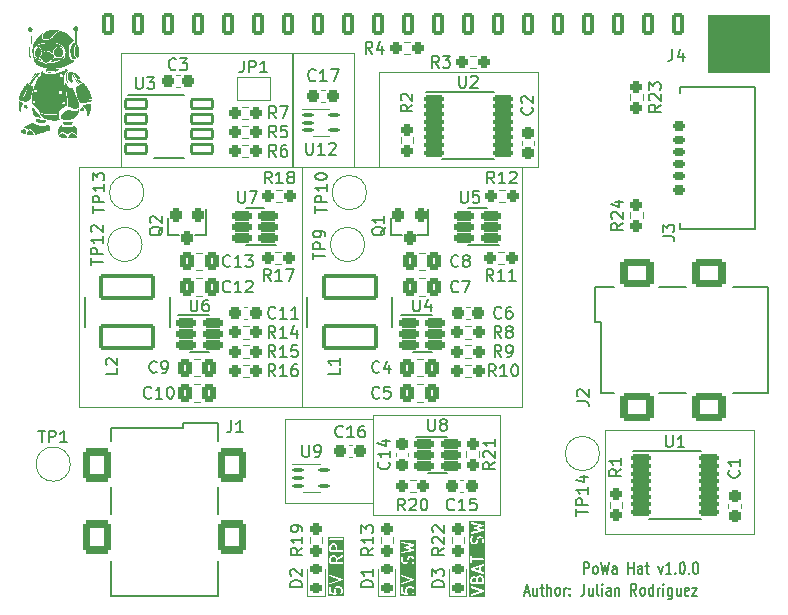
<source format=gto>
G04 #@! TF.GenerationSoftware,KiCad,Pcbnew,8.0.9-8.0.9-0~ubuntu24.04.1*
G04 #@! TF.CreationDate,2025-06-14T07:54:04+02:00*
G04 #@! TF.ProjectId,rpi_power_warden_hat,7270695f-706f-4776-9572-5f7761726465,rev?*
G04 #@! TF.SameCoordinates,Original*
G04 #@! TF.FileFunction,Legend,Top*
G04 #@! TF.FilePolarity,Positive*
%FSLAX46Y46*%
G04 Gerber Fmt 4.6, Leading zero omitted, Abs format (unit mm)*
G04 Created by KiCad (PCBNEW 8.0.9-8.0.9-0~ubuntu24.04.1) date 2025-06-14 07:54:04*
%MOMM*%
%LPD*%
G01*
G04 APERTURE LIST*
G04 Aperture macros list*
%AMRoundRect*
0 Rectangle with rounded corners*
0 $1 Rounding radius*
0 $2 $3 $4 $5 $6 $7 $8 $9 X,Y pos of 4 corners*
0 Add a 4 corners polygon primitive as box body*
4,1,4,$2,$3,$4,$5,$6,$7,$8,$9,$2,$3,0*
0 Add four circle primitives for the rounded corners*
1,1,$1+$1,$2,$3*
1,1,$1+$1,$4,$5*
1,1,$1+$1,$6,$7*
1,1,$1+$1,$8,$9*
0 Add four rect primitives between the rounded corners*
20,1,$1+$1,$2,$3,$4,$5,0*
20,1,$1+$1,$4,$5,$6,$7,0*
20,1,$1+$1,$6,$7,$8,$9,0*
20,1,$1+$1,$8,$9,$2,$3,0*%
G04 Aperture macros list end*
%ADD10C,0.100000*%
%ADD11C,0.150000*%
%ADD12C,0.120000*%
%ADD13C,0.127000*%
%ADD14C,0.000000*%
%ADD15RoundRect,0.100000X-0.375000X-0.100000X0.375000X-0.100000X0.375000X0.100000X-0.375000X0.100000X0*%
%ADD16RoundRect,0.237500X0.250000X0.237500X-0.250000X0.237500X-0.250000X-0.237500X0.250000X-0.237500X0*%
%ADD17RoundRect,0.237500X-0.250000X-0.237500X0.250000X-0.237500X0.250000X0.237500X-0.250000X0.237500X0*%
%ADD18C,2.500000*%
%ADD19RoundRect,0.250000X-0.337500X-0.475000X0.337500X-0.475000X0.337500X0.475000X-0.337500X0.475000X0*%
%ADD20RoundRect,0.237500X-0.237500X0.250000X-0.237500X-0.250000X0.237500X-0.250000X0.237500X0.250000X0*%
%ADD21RoundRect,0.218750X0.256250X-0.218750X0.256250X0.218750X-0.256250X0.218750X-0.256250X-0.218750X0*%
%ADD22RoundRect,0.237500X0.237500X-0.250000X0.237500X0.250000X-0.237500X0.250000X-0.237500X-0.250000X0*%
%ADD23RoundRect,0.197368X2.202632X-0.927632X2.202632X0.927632X-2.202632X0.927632X-2.202632X-0.927632X0*%
%ADD24RoundRect,0.275000X-0.275000X0.325000X-0.275000X-0.325000X0.275000X-0.325000X0.275000X0.325000X0*%
%ADD25RoundRect,0.225000X-0.587500X-0.225000X0.587500X-0.225000X0.587500X0.225000X-0.587500X0.225000X0*%
%ADD26RoundRect,0.237500X-0.300000X-0.237500X0.300000X-0.237500X0.300000X0.237500X-0.300000X0.237500X0*%
%ADD27RoundRect,0.175000X0.325000X-0.175000X0.325000X0.175000X-0.325000X0.175000X-0.325000X-0.175000X0*%
%ADD28RoundRect,0.200000X0.300000X-0.200000X0.300000X0.200000X-0.300000X0.200000X-0.300000X-0.200000X0*%
%ADD29O,1.800000X1.000000*%
%ADD30C,1.800000*%
%ADD31C,1.600000*%
%ADD32RoundRect,0.300000X1.100000X-0.900000X1.100000X0.900000X-1.100000X0.900000X-1.100000X-0.900000X0*%
%ADD33R,1.000000X1.500000*%
%ADD34C,3.000000*%
%ADD35C,1.370000*%
%ADD36RoundRect,0.150000X0.360000X0.740000X-0.360000X0.740000X-0.360000X-0.740000X0.360000X-0.740000X0*%
%ADD37RoundRect,0.150000X0.360000X0.705000X-0.360000X0.705000X-0.360000X-0.705000X0.360000X-0.705000X0*%
%ADD38RoundRect,0.237500X0.237500X-0.300000X0.237500X0.300000X-0.237500X0.300000X-0.237500X-0.300000X0*%
%ADD39RoundRect,0.225000X0.587500X0.225000X-0.587500X0.225000X-0.587500X-0.225000X0.587500X-0.225000X0*%
%ADD40RoundRect,0.237500X0.300000X0.237500X-0.300000X0.237500X-0.300000X-0.237500X0.300000X-0.237500X0*%
%ADD41RoundRect,0.300000X-0.900000X-1.100000X0.900000X-1.100000X0.900000X1.100000X-0.900000X1.100000X0*%
%ADD42RoundRect,0.118750X-0.906250X-0.356250X0.906250X-0.356250X0.906250X0.356250X-0.906250X0.356250X0*%
%ADD43RoundRect,0.237500X-0.237500X0.300000X-0.237500X-0.300000X0.237500X-0.300000X0.237500X0.300000X0*%
%ADD44RoundRect,0.177500X-0.702500X-0.177500X0.702500X-0.177500X0.702500X0.177500X-0.702500X0.177500X0*%
G04 APERTURE END LIST*
D10*
X132832678Y-88907521D02*
X151679479Y-88907521D01*
X151679479Y-109203921D01*
X132832678Y-109203921D01*
X132832678Y-88907521D01*
X158245480Y-80881172D02*
X171653280Y-80881172D01*
X171653280Y-88907521D01*
X158245480Y-88907521D01*
X158245480Y-80881172D01*
X136333279Y-79248894D02*
X150879479Y-79248894D01*
X150879479Y-88907521D01*
X136333279Y-88907521D01*
X136333279Y-79248894D01*
X150285306Y-110273196D02*
X157727506Y-110273196D01*
X157727506Y-117316948D01*
X150285306Y-117316948D01*
X150285306Y-110273196D01*
X177329679Y-111191600D02*
X189928079Y-111191600D01*
X189928079Y-119961227D01*
X177329679Y-119961227D01*
X177329679Y-111191600D01*
X151679479Y-88907521D02*
X170293879Y-88907521D01*
X170293879Y-109203921D01*
X151679479Y-109203921D01*
X151679479Y-88907521D01*
X186067277Y-75997221D02*
X191223479Y-75997221D01*
X191223479Y-80899421D01*
X186067277Y-80899421D01*
X186067277Y-75997221D01*
G36*
X186067277Y-75997221D02*
G01*
X191223479Y-75997221D01*
X191223479Y-80899421D01*
X186067277Y-80899421D01*
X186067277Y-75997221D01*
G37*
X157727506Y-109918921D02*
X168465079Y-109918921D01*
X168465079Y-118332949D01*
X157727506Y-118332949D01*
X157727506Y-109918921D01*
X150891279Y-79248894D02*
X156057279Y-79248894D01*
X156057279Y-88907521D01*
X150891279Y-88907521D01*
X150891279Y-79248894D01*
D11*
G36*
X154460242Y-121940942D02*
G01*
X154490649Y-121971349D01*
X154524907Y-122039865D01*
X154524907Y-122328112D01*
X154151098Y-122328112D01*
X154151098Y-122039865D01*
X154185356Y-121971349D01*
X154215763Y-121940942D01*
X154284279Y-121906684D01*
X154391726Y-121906684D01*
X154460242Y-121940942D01*
G37*
G36*
X154460242Y-120940942D02*
G01*
X154490649Y-120971349D01*
X154524907Y-121039865D01*
X154524907Y-121328112D01*
X154151098Y-121328112D01*
X154151098Y-121039865D01*
X154185356Y-120971349D01*
X154215763Y-120940942D01*
X154284279Y-120906684D01*
X154391726Y-120906684D01*
X154460242Y-120940942D01*
G37*
G36*
X155262209Y-125207921D02*
G01*
X153889987Y-125207921D01*
X153889987Y-124498351D01*
X154001098Y-124498351D01*
X154001098Y-124974541D01*
X154001630Y-124979952D01*
X154001448Y-124981781D01*
X154001986Y-124983567D01*
X154002539Y-124989173D01*
X154006733Y-124999299D01*
X154009901Y-125009797D01*
X154012292Y-125012720D01*
X154013738Y-125016209D01*
X154021491Y-125023962D01*
X154028432Y-125032445D01*
X154031758Y-125034229D01*
X154034430Y-125036901D01*
X154044559Y-125041096D01*
X154054219Y-125046279D01*
X154059743Y-125047386D01*
X154061466Y-125048100D01*
X154063303Y-125048100D01*
X154068635Y-125049169D01*
X154544825Y-125096788D01*
X154559528Y-125096810D01*
X154563144Y-125095719D01*
X154566919Y-125095719D01*
X154577043Y-125091525D01*
X154587544Y-125088357D01*
X154590468Y-125085964D01*
X154593955Y-125084520D01*
X154601703Y-125076771D01*
X154610192Y-125069826D01*
X154611977Y-125066497D01*
X154614648Y-125063827D01*
X154618841Y-125053702D01*
X154624026Y-125044039D01*
X154624401Y-125040279D01*
X154625847Y-125036791D01*
X154625847Y-125025829D01*
X154626938Y-125014920D01*
X154625847Y-125011304D01*
X154625847Y-125007528D01*
X154621652Y-124997401D01*
X154618485Y-124986904D01*
X154616093Y-124983980D01*
X154614648Y-124980492D01*
X154605321Y-124969127D01*
X154566308Y-124930114D01*
X154532050Y-124861598D01*
X154532050Y-124658913D01*
X154566308Y-124590397D01*
X154596715Y-124559990D01*
X154665231Y-124525732D01*
X154867916Y-124525732D01*
X154936432Y-124559990D01*
X154966840Y-124590397D01*
X155001098Y-124658913D01*
X155001098Y-124861598D01*
X154966840Y-124930113D01*
X154927827Y-124969126D01*
X154918499Y-124980492D01*
X154907300Y-125007528D01*
X154907300Y-125036791D01*
X154918498Y-125063827D01*
X154939191Y-125084520D01*
X154966227Y-125095719D01*
X154995490Y-125095719D01*
X155022526Y-125084521D01*
X155033891Y-125075194D01*
X155081511Y-125027575D01*
X155086229Y-125021825D01*
X155087729Y-125020525D01*
X155089151Y-125018265D01*
X155090839Y-125016209D01*
X155091596Y-125014381D01*
X155095561Y-125008082D01*
X155143180Y-124912844D01*
X155148435Y-124899113D01*
X155148626Y-124896423D01*
X155149657Y-124893935D01*
X155151098Y-124879303D01*
X155151098Y-124641208D01*
X155149657Y-124626576D01*
X155148626Y-124624087D01*
X155148435Y-124621398D01*
X155143180Y-124607667D01*
X155095561Y-124512429D01*
X155091596Y-124506129D01*
X155090839Y-124504302D01*
X155089151Y-124502245D01*
X155087729Y-124499986D01*
X155086229Y-124498685D01*
X155081511Y-124492936D01*
X155033891Y-124445317D01*
X155028142Y-124440599D01*
X155026843Y-124439101D01*
X155024584Y-124437679D01*
X155022526Y-124435990D01*
X155020696Y-124435232D01*
X155014400Y-124431269D01*
X154919162Y-124383650D01*
X154905430Y-124378395D01*
X154902742Y-124378204D01*
X154900253Y-124377173D01*
X154885621Y-124375732D01*
X154647526Y-124375732D01*
X154632894Y-124377173D01*
X154630405Y-124378203D01*
X154627716Y-124378395D01*
X154613985Y-124383650D01*
X154518747Y-124431269D01*
X154512447Y-124435233D01*
X154510620Y-124435991D01*
X154508563Y-124437679D01*
X154506304Y-124439101D01*
X154505004Y-124440599D01*
X154499255Y-124445318D01*
X154451636Y-124492937D01*
X154446917Y-124498686D01*
X154445419Y-124499986D01*
X154443997Y-124502245D01*
X154442309Y-124504302D01*
X154441551Y-124506129D01*
X154437587Y-124512429D01*
X154389968Y-124607667D01*
X154384713Y-124621399D01*
X154384522Y-124624086D01*
X154383491Y-124626576D01*
X154382050Y-124641208D01*
X154382050Y-124879303D01*
X154383491Y-124893935D01*
X154384522Y-124896424D01*
X154384713Y-124899112D01*
X154389968Y-124912844D01*
X154399288Y-124931485D01*
X154151098Y-124906666D01*
X154151098Y-124498351D01*
X154149657Y-124483719D01*
X154138458Y-124456683D01*
X154117766Y-124435991D01*
X154090730Y-124424792D01*
X154061466Y-124424792D01*
X154034430Y-124435991D01*
X154013738Y-124456683D01*
X154002539Y-124483719D01*
X154001098Y-124498351D01*
X153889987Y-124498351D01*
X153889987Y-123488971D01*
X154001687Y-123488971D01*
X154003762Y-123518161D01*
X154016848Y-123544334D01*
X154038955Y-123563508D01*
X154052381Y-123569502D01*
X154838927Y-123831684D01*
X154052381Y-124093866D01*
X154038955Y-124099860D01*
X154016848Y-124119034D01*
X154003762Y-124145207D01*
X154001687Y-124174397D01*
X154010941Y-124202160D01*
X154030115Y-124224267D01*
X154056288Y-124237353D01*
X154085478Y-124239428D01*
X154099815Y-124236168D01*
X155099815Y-123902835D01*
X155113240Y-123896841D01*
X155117287Y-123893330D01*
X155122081Y-123890934D01*
X155128245Y-123883826D01*
X155135347Y-123877667D01*
X155137742Y-123872875D01*
X155141255Y-123868826D01*
X155144229Y-123859903D01*
X155148434Y-123851494D01*
X155148813Y-123846149D01*
X155150509Y-123841064D01*
X155149842Y-123831684D01*
X155150509Y-123822304D01*
X155148813Y-123817218D01*
X155148434Y-123811874D01*
X155144229Y-123803464D01*
X155141255Y-123794542D01*
X155137742Y-123790492D01*
X155135347Y-123785701D01*
X155128245Y-123779541D01*
X155122081Y-123772434D01*
X155117287Y-123770037D01*
X155113240Y-123766527D01*
X155099815Y-123760533D01*
X154099815Y-123427200D01*
X154085478Y-123423940D01*
X154056288Y-123426015D01*
X154030115Y-123439101D01*
X154010941Y-123461208D01*
X154001687Y-123488971D01*
X153889987Y-123488971D01*
X153889987Y-122022160D01*
X154001098Y-122022160D01*
X154001098Y-122403112D01*
X154002539Y-122417744D01*
X154013738Y-122444780D01*
X154034430Y-122465472D01*
X154061466Y-122476671D01*
X154076098Y-122478112D01*
X155076098Y-122478112D01*
X155090730Y-122476671D01*
X155117766Y-122465472D01*
X155138458Y-122444780D01*
X155149657Y-122417744D01*
X155149657Y-122388480D01*
X155138458Y-122361444D01*
X155117766Y-122340752D01*
X155090730Y-122329553D01*
X155076098Y-122328112D01*
X154674907Y-122328112D01*
X154674907Y-122204066D01*
X155119108Y-121893126D01*
X155130268Y-121883555D01*
X155145995Y-121858876D01*
X155151081Y-121830059D01*
X155144751Y-121801488D01*
X155127969Y-121777514D01*
X155103291Y-121761787D01*
X155074473Y-121756702D01*
X155045902Y-121763031D01*
X155033089Y-121770241D01*
X154674797Y-122021044D01*
X154673466Y-122007528D01*
X154672435Y-122005039D01*
X154672244Y-122002350D01*
X154666989Y-121988619D01*
X154619370Y-121893381D01*
X154615405Y-121887081D01*
X154614648Y-121885254D01*
X154612959Y-121883197D01*
X154611538Y-121880938D01*
X154610039Y-121879638D01*
X154605321Y-121873889D01*
X154557702Y-121826270D01*
X154551952Y-121821551D01*
X154550653Y-121820053D01*
X154548393Y-121818631D01*
X154546337Y-121816943D01*
X154544509Y-121816185D01*
X154538210Y-121812221D01*
X154442972Y-121764602D01*
X154429240Y-121759347D01*
X154426552Y-121759156D01*
X154424063Y-121758125D01*
X154409431Y-121756684D01*
X154266574Y-121756684D01*
X154251942Y-121758125D01*
X154249453Y-121759155D01*
X154246764Y-121759347D01*
X154233033Y-121764602D01*
X154137795Y-121812221D01*
X154131495Y-121816185D01*
X154129668Y-121816943D01*
X154127611Y-121818631D01*
X154125352Y-121820053D01*
X154124052Y-121821551D01*
X154118303Y-121826270D01*
X154070684Y-121873889D01*
X154065965Y-121879638D01*
X154064467Y-121880938D01*
X154063045Y-121883197D01*
X154061357Y-121885254D01*
X154060599Y-121887081D01*
X154056635Y-121893381D01*
X154009016Y-121988619D01*
X154003761Y-122002351D01*
X154003570Y-122005038D01*
X154002539Y-122007528D01*
X154001098Y-122022160D01*
X153889987Y-122022160D01*
X153889987Y-121022160D01*
X154001098Y-121022160D01*
X154001098Y-121403112D01*
X154002539Y-121417744D01*
X154013738Y-121444780D01*
X154034430Y-121465472D01*
X154061466Y-121476671D01*
X154076098Y-121478112D01*
X155076098Y-121478112D01*
X155090730Y-121476671D01*
X155117766Y-121465472D01*
X155138458Y-121444780D01*
X155149657Y-121417744D01*
X155149657Y-121388480D01*
X155138458Y-121361444D01*
X155117766Y-121340752D01*
X155090730Y-121329553D01*
X155076098Y-121328112D01*
X154674907Y-121328112D01*
X154674907Y-121022160D01*
X154673466Y-121007528D01*
X154672435Y-121005039D01*
X154672244Y-121002350D01*
X154666989Y-120988619D01*
X154619370Y-120893381D01*
X154615405Y-120887081D01*
X154614648Y-120885254D01*
X154612959Y-120883197D01*
X154611538Y-120880938D01*
X154610039Y-120879638D01*
X154605321Y-120873889D01*
X154557702Y-120826270D01*
X154551952Y-120821551D01*
X154550653Y-120820053D01*
X154548393Y-120818631D01*
X154546337Y-120816943D01*
X154544509Y-120816185D01*
X154538210Y-120812221D01*
X154442972Y-120764602D01*
X154429240Y-120759347D01*
X154426552Y-120759156D01*
X154424063Y-120758125D01*
X154409431Y-120756684D01*
X154266574Y-120756684D01*
X154251942Y-120758125D01*
X154249453Y-120759155D01*
X154246764Y-120759347D01*
X154233033Y-120764602D01*
X154137795Y-120812221D01*
X154131495Y-120816185D01*
X154129668Y-120816943D01*
X154127611Y-120818631D01*
X154125352Y-120820053D01*
X154124052Y-120821551D01*
X154118303Y-120826270D01*
X154070684Y-120873889D01*
X154065965Y-120879638D01*
X154064467Y-120880938D01*
X154063045Y-120883197D01*
X154061357Y-120885254D01*
X154060599Y-120887081D01*
X154056635Y-120893381D01*
X154009016Y-120988619D01*
X154003761Y-121002351D01*
X154003570Y-121005038D01*
X154002539Y-121007528D01*
X154001098Y-121022160D01*
X153889987Y-121022160D01*
X153889987Y-120388480D01*
X154002539Y-120388480D01*
X154002539Y-120417744D01*
X154013738Y-120444780D01*
X154034430Y-120465472D01*
X154061466Y-120476671D01*
X154076098Y-120478112D01*
X155076098Y-120478112D01*
X155090730Y-120476671D01*
X155117766Y-120465472D01*
X155138458Y-120444780D01*
X155149657Y-120417744D01*
X155149657Y-120388480D01*
X155138458Y-120361444D01*
X155117766Y-120340752D01*
X155090730Y-120329553D01*
X155076098Y-120328112D01*
X154076098Y-120328112D01*
X154061466Y-120329553D01*
X154034430Y-120340752D01*
X154013738Y-120361444D01*
X154002539Y-120388480D01*
X153889987Y-120388480D01*
X153889987Y-120217001D01*
X155262209Y-120217001D01*
X155262209Y-125207921D01*
G37*
X175536039Y-123352340D02*
X175536039Y-122352340D01*
X175536039Y-122352340D02*
X175840801Y-122352340D01*
X175840801Y-122352340D02*
X175916991Y-122399959D01*
X175916991Y-122399959D02*
X175955086Y-122447578D01*
X175955086Y-122447578D02*
X175993182Y-122542816D01*
X175993182Y-122542816D02*
X175993182Y-122685673D01*
X175993182Y-122685673D02*
X175955086Y-122780911D01*
X175955086Y-122780911D02*
X175916991Y-122828530D01*
X175916991Y-122828530D02*
X175840801Y-122876149D01*
X175840801Y-122876149D02*
X175536039Y-122876149D01*
X176450324Y-123352340D02*
X176374134Y-123304721D01*
X176374134Y-123304721D02*
X176336039Y-123257101D01*
X176336039Y-123257101D02*
X176297943Y-123161863D01*
X176297943Y-123161863D02*
X176297943Y-122876149D01*
X176297943Y-122876149D02*
X176336039Y-122780911D01*
X176336039Y-122780911D02*
X176374134Y-122733292D01*
X176374134Y-122733292D02*
X176450324Y-122685673D01*
X176450324Y-122685673D02*
X176564610Y-122685673D01*
X176564610Y-122685673D02*
X176640801Y-122733292D01*
X176640801Y-122733292D02*
X176678896Y-122780911D01*
X176678896Y-122780911D02*
X176716991Y-122876149D01*
X176716991Y-122876149D02*
X176716991Y-123161863D01*
X176716991Y-123161863D02*
X176678896Y-123257101D01*
X176678896Y-123257101D02*
X176640801Y-123304721D01*
X176640801Y-123304721D02*
X176564610Y-123352340D01*
X176564610Y-123352340D02*
X176450324Y-123352340D01*
X176983658Y-122352340D02*
X177174134Y-123352340D01*
X177174134Y-123352340D02*
X177326515Y-122638054D01*
X177326515Y-122638054D02*
X177478896Y-123352340D01*
X177478896Y-123352340D02*
X177669373Y-122352340D01*
X178316992Y-123352340D02*
X178316992Y-122828530D01*
X178316992Y-122828530D02*
X178278897Y-122733292D01*
X178278897Y-122733292D02*
X178202706Y-122685673D01*
X178202706Y-122685673D02*
X178050325Y-122685673D01*
X178050325Y-122685673D02*
X177974135Y-122733292D01*
X178316992Y-123304721D02*
X178240801Y-123352340D01*
X178240801Y-123352340D02*
X178050325Y-123352340D01*
X178050325Y-123352340D02*
X177974135Y-123304721D01*
X177974135Y-123304721D02*
X177936039Y-123209482D01*
X177936039Y-123209482D02*
X177936039Y-123114244D01*
X177936039Y-123114244D02*
X177974135Y-123019006D01*
X177974135Y-123019006D02*
X178050325Y-122971387D01*
X178050325Y-122971387D02*
X178240801Y-122971387D01*
X178240801Y-122971387D02*
X178316992Y-122923768D01*
X179307469Y-123352340D02*
X179307469Y-122352340D01*
X179307469Y-122828530D02*
X179764612Y-122828530D01*
X179764612Y-123352340D02*
X179764612Y-122352340D01*
X180488421Y-123352340D02*
X180488421Y-122828530D01*
X180488421Y-122828530D02*
X180450326Y-122733292D01*
X180450326Y-122733292D02*
X180374135Y-122685673D01*
X180374135Y-122685673D02*
X180221754Y-122685673D01*
X180221754Y-122685673D02*
X180145564Y-122733292D01*
X180488421Y-123304721D02*
X180412230Y-123352340D01*
X180412230Y-123352340D02*
X180221754Y-123352340D01*
X180221754Y-123352340D02*
X180145564Y-123304721D01*
X180145564Y-123304721D02*
X180107468Y-123209482D01*
X180107468Y-123209482D02*
X180107468Y-123114244D01*
X180107468Y-123114244D02*
X180145564Y-123019006D01*
X180145564Y-123019006D02*
X180221754Y-122971387D01*
X180221754Y-122971387D02*
X180412230Y-122971387D01*
X180412230Y-122971387D02*
X180488421Y-122923768D01*
X180755088Y-122685673D02*
X181059850Y-122685673D01*
X180869374Y-122352340D02*
X180869374Y-123209482D01*
X180869374Y-123209482D02*
X180907469Y-123304721D01*
X180907469Y-123304721D02*
X180983659Y-123352340D01*
X180983659Y-123352340D02*
X181059850Y-123352340D01*
X181859850Y-122685673D02*
X182050326Y-123352340D01*
X182050326Y-123352340D02*
X182240803Y-122685673D01*
X182964612Y-123352340D02*
X182507469Y-123352340D01*
X182736041Y-123352340D02*
X182736041Y-122352340D01*
X182736041Y-122352340D02*
X182659850Y-122495197D01*
X182659850Y-122495197D02*
X182583660Y-122590435D01*
X182583660Y-122590435D02*
X182507469Y-122638054D01*
X183307470Y-123257101D02*
X183345565Y-123304721D01*
X183345565Y-123304721D02*
X183307470Y-123352340D01*
X183307470Y-123352340D02*
X183269374Y-123304721D01*
X183269374Y-123304721D02*
X183307470Y-123257101D01*
X183307470Y-123257101D02*
X183307470Y-123352340D01*
X183840803Y-122352340D02*
X183916993Y-122352340D01*
X183916993Y-122352340D02*
X183993184Y-122399959D01*
X183993184Y-122399959D02*
X184031279Y-122447578D01*
X184031279Y-122447578D02*
X184069374Y-122542816D01*
X184069374Y-122542816D02*
X184107469Y-122733292D01*
X184107469Y-122733292D02*
X184107469Y-122971387D01*
X184107469Y-122971387D02*
X184069374Y-123161863D01*
X184069374Y-123161863D02*
X184031279Y-123257101D01*
X184031279Y-123257101D02*
X183993184Y-123304721D01*
X183993184Y-123304721D02*
X183916993Y-123352340D01*
X183916993Y-123352340D02*
X183840803Y-123352340D01*
X183840803Y-123352340D02*
X183764612Y-123304721D01*
X183764612Y-123304721D02*
X183726517Y-123257101D01*
X183726517Y-123257101D02*
X183688422Y-123161863D01*
X183688422Y-123161863D02*
X183650326Y-122971387D01*
X183650326Y-122971387D02*
X183650326Y-122733292D01*
X183650326Y-122733292D02*
X183688422Y-122542816D01*
X183688422Y-122542816D02*
X183726517Y-122447578D01*
X183726517Y-122447578D02*
X183764612Y-122399959D01*
X183764612Y-122399959D02*
X183840803Y-122352340D01*
X184450327Y-123257101D02*
X184488422Y-123304721D01*
X184488422Y-123304721D02*
X184450327Y-123352340D01*
X184450327Y-123352340D02*
X184412231Y-123304721D01*
X184412231Y-123304721D02*
X184450327Y-123257101D01*
X184450327Y-123257101D02*
X184450327Y-123352340D01*
X184983660Y-122352340D02*
X185059850Y-122352340D01*
X185059850Y-122352340D02*
X185136041Y-122399959D01*
X185136041Y-122399959D02*
X185174136Y-122447578D01*
X185174136Y-122447578D02*
X185212231Y-122542816D01*
X185212231Y-122542816D02*
X185250326Y-122733292D01*
X185250326Y-122733292D02*
X185250326Y-122971387D01*
X185250326Y-122971387D02*
X185212231Y-123161863D01*
X185212231Y-123161863D02*
X185174136Y-123257101D01*
X185174136Y-123257101D02*
X185136041Y-123304721D01*
X185136041Y-123304721D02*
X185059850Y-123352340D01*
X185059850Y-123352340D02*
X184983660Y-123352340D01*
X184983660Y-123352340D02*
X184907469Y-123304721D01*
X184907469Y-123304721D02*
X184869374Y-123257101D01*
X184869374Y-123257101D02*
X184831279Y-123161863D01*
X184831279Y-123161863D02*
X184793183Y-122971387D01*
X184793183Y-122971387D02*
X184793183Y-122733292D01*
X184793183Y-122733292D02*
X184831279Y-122542816D01*
X184831279Y-122542816D02*
X184869374Y-122447578D01*
X184869374Y-122447578D02*
X184907469Y-122399959D01*
X184907469Y-122399959D02*
X184983660Y-122352340D01*
X170519543Y-124895425D02*
X170900496Y-124895425D01*
X170443353Y-125181140D02*
X170710020Y-124181140D01*
X170710020Y-124181140D02*
X170976686Y-125181140D01*
X171586210Y-124514473D02*
X171586210Y-125181140D01*
X171243353Y-124514473D02*
X171243353Y-125038282D01*
X171243353Y-125038282D02*
X171281448Y-125133521D01*
X171281448Y-125133521D02*
X171357638Y-125181140D01*
X171357638Y-125181140D02*
X171471924Y-125181140D01*
X171471924Y-125181140D02*
X171548115Y-125133521D01*
X171548115Y-125133521D02*
X171586210Y-125085901D01*
X171852877Y-124514473D02*
X172157639Y-124514473D01*
X171967163Y-124181140D02*
X171967163Y-125038282D01*
X171967163Y-125038282D02*
X172005258Y-125133521D01*
X172005258Y-125133521D02*
X172081448Y-125181140D01*
X172081448Y-125181140D02*
X172157639Y-125181140D01*
X172424306Y-125181140D02*
X172424306Y-124181140D01*
X172767163Y-125181140D02*
X172767163Y-124657330D01*
X172767163Y-124657330D02*
X172729068Y-124562092D01*
X172729068Y-124562092D02*
X172652877Y-124514473D01*
X172652877Y-124514473D02*
X172538591Y-124514473D01*
X172538591Y-124514473D02*
X172462401Y-124562092D01*
X172462401Y-124562092D02*
X172424306Y-124609711D01*
X173262401Y-125181140D02*
X173186211Y-125133521D01*
X173186211Y-125133521D02*
X173148116Y-125085901D01*
X173148116Y-125085901D02*
X173110020Y-124990663D01*
X173110020Y-124990663D02*
X173110020Y-124704949D01*
X173110020Y-124704949D02*
X173148116Y-124609711D01*
X173148116Y-124609711D02*
X173186211Y-124562092D01*
X173186211Y-124562092D02*
X173262401Y-124514473D01*
X173262401Y-124514473D02*
X173376687Y-124514473D01*
X173376687Y-124514473D02*
X173452878Y-124562092D01*
X173452878Y-124562092D02*
X173490973Y-124609711D01*
X173490973Y-124609711D02*
X173529068Y-124704949D01*
X173529068Y-124704949D02*
X173529068Y-124990663D01*
X173529068Y-124990663D02*
X173490973Y-125085901D01*
X173490973Y-125085901D02*
X173452878Y-125133521D01*
X173452878Y-125133521D02*
X173376687Y-125181140D01*
X173376687Y-125181140D02*
X173262401Y-125181140D01*
X173871926Y-125181140D02*
X173871926Y-124514473D01*
X173871926Y-124704949D02*
X173910021Y-124609711D01*
X173910021Y-124609711D02*
X173948116Y-124562092D01*
X173948116Y-124562092D02*
X174024307Y-124514473D01*
X174024307Y-124514473D02*
X174100497Y-124514473D01*
X174367164Y-125085901D02*
X174405259Y-125133521D01*
X174405259Y-125133521D02*
X174367164Y-125181140D01*
X174367164Y-125181140D02*
X174329068Y-125133521D01*
X174329068Y-125133521D02*
X174367164Y-125085901D01*
X174367164Y-125085901D02*
X174367164Y-125181140D01*
X174367164Y-124562092D02*
X174405259Y-124609711D01*
X174405259Y-124609711D02*
X174367164Y-124657330D01*
X174367164Y-124657330D02*
X174329068Y-124609711D01*
X174329068Y-124609711D02*
X174367164Y-124562092D01*
X174367164Y-124562092D02*
X174367164Y-124657330D01*
X175586211Y-124181140D02*
X175586211Y-124895425D01*
X175586211Y-124895425D02*
X175548116Y-125038282D01*
X175548116Y-125038282D02*
X175471925Y-125133521D01*
X175471925Y-125133521D02*
X175357640Y-125181140D01*
X175357640Y-125181140D02*
X175281449Y-125181140D01*
X176310021Y-124514473D02*
X176310021Y-125181140D01*
X175967164Y-124514473D02*
X175967164Y-125038282D01*
X175967164Y-125038282D02*
X176005259Y-125133521D01*
X176005259Y-125133521D02*
X176081449Y-125181140D01*
X176081449Y-125181140D02*
X176195735Y-125181140D01*
X176195735Y-125181140D02*
X176271926Y-125133521D01*
X176271926Y-125133521D02*
X176310021Y-125085901D01*
X176805259Y-125181140D02*
X176729069Y-125133521D01*
X176729069Y-125133521D02*
X176690974Y-125038282D01*
X176690974Y-125038282D02*
X176690974Y-124181140D01*
X177110022Y-125181140D02*
X177110022Y-124514473D01*
X177110022Y-124181140D02*
X177071926Y-124228759D01*
X177071926Y-124228759D02*
X177110022Y-124276378D01*
X177110022Y-124276378D02*
X177148117Y-124228759D01*
X177148117Y-124228759D02*
X177110022Y-124181140D01*
X177110022Y-124181140D02*
X177110022Y-124276378D01*
X177833831Y-125181140D02*
X177833831Y-124657330D01*
X177833831Y-124657330D02*
X177795736Y-124562092D01*
X177795736Y-124562092D02*
X177719545Y-124514473D01*
X177719545Y-124514473D02*
X177567164Y-124514473D01*
X177567164Y-124514473D02*
X177490974Y-124562092D01*
X177833831Y-125133521D02*
X177757640Y-125181140D01*
X177757640Y-125181140D02*
X177567164Y-125181140D01*
X177567164Y-125181140D02*
X177490974Y-125133521D01*
X177490974Y-125133521D02*
X177452878Y-125038282D01*
X177452878Y-125038282D02*
X177452878Y-124943044D01*
X177452878Y-124943044D02*
X177490974Y-124847806D01*
X177490974Y-124847806D02*
X177567164Y-124800187D01*
X177567164Y-124800187D02*
X177757640Y-124800187D01*
X177757640Y-124800187D02*
X177833831Y-124752568D01*
X178214784Y-124514473D02*
X178214784Y-125181140D01*
X178214784Y-124609711D02*
X178252879Y-124562092D01*
X178252879Y-124562092D02*
X178329069Y-124514473D01*
X178329069Y-124514473D02*
X178443355Y-124514473D01*
X178443355Y-124514473D02*
X178519546Y-124562092D01*
X178519546Y-124562092D02*
X178557641Y-124657330D01*
X178557641Y-124657330D02*
X178557641Y-125181140D01*
X180005261Y-125181140D02*
X179738594Y-124704949D01*
X179548118Y-125181140D02*
X179548118Y-124181140D01*
X179548118Y-124181140D02*
X179852880Y-124181140D01*
X179852880Y-124181140D02*
X179929070Y-124228759D01*
X179929070Y-124228759D02*
X179967165Y-124276378D01*
X179967165Y-124276378D02*
X180005261Y-124371616D01*
X180005261Y-124371616D02*
X180005261Y-124514473D01*
X180005261Y-124514473D02*
X179967165Y-124609711D01*
X179967165Y-124609711D02*
X179929070Y-124657330D01*
X179929070Y-124657330D02*
X179852880Y-124704949D01*
X179852880Y-124704949D02*
X179548118Y-124704949D01*
X180462403Y-125181140D02*
X180386213Y-125133521D01*
X180386213Y-125133521D02*
X180348118Y-125085901D01*
X180348118Y-125085901D02*
X180310022Y-124990663D01*
X180310022Y-124990663D02*
X180310022Y-124704949D01*
X180310022Y-124704949D02*
X180348118Y-124609711D01*
X180348118Y-124609711D02*
X180386213Y-124562092D01*
X180386213Y-124562092D02*
X180462403Y-124514473D01*
X180462403Y-124514473D02*
X180576689Y-124514473D01*
X180576689Y-124514473D02*
X180652880Y-124562092D01*
X180652880Y-124562092D02*
X180690975Y-124609711D01*
X180690975Y-124609711D02*
X180729070Y-124704949D01*
X180729070Y-124704949D02*
X180729070Y-124990663D01*
X180729070Y-124990663D02*
X180690975Y-125085901D01*
X180690975Y-125085901D02*
X180652880Y-125133521D01*
X180652880Y-125133521D02*
X180576689Y-125181140D01*
X180576689Y-125181140D02*
X180462403Y-125181140D01*
X181414785Y-125181140D02*
X181414785Y-124181140D01*
X181414785Y-125133521D02*
X181338594Y-125181140D01*
X181338594Y-125181140D02*
X181186213Y-125181140D01*
X181186213Y-125181140D02*
X181110023Y-125133521D01*
X181110023Y-125133521D02*
X181071928Y-125085901D01*
X181071928Y-125085901D02*
X181033832Y-124990663D01*
X181033832Y-124990663D02*
X181033832Y-124704949D01*
X181033832Y-124704949D02*
X181071928Y-124609711D01*
X181071928Y-124609711D02*
X181110023Y-124562092D01*
X181110023Y-124562092D02*
X181186213Y-124514473D01*
X181186213Y-124514473D02*
X181338594Y-124514473D01*
X181338594Y-124514473D02*
X181414785Y-124562092D01*
X181795738Y-125181140D02*
X181795738Y-124514473D01*
X181795738Y-124704949D02*
X181833833Y-124609711D01*
X181833833Y-124609711D02*
X181871928Y-124562092D01*
X181871928Y-124562092D02*
X181948119Y-124514473D01*
X181948119Y-124514473D02*
X182024309Y-124514473D01*
X182290976Y-125181140D02*
X182290976Y-124514473D01*
X182290976Y-124181140D02*
X182252880Y-124228759D01*
X182252880Y-124228759D02*
X182290976Y-124276378D01*
X182290976Y-124276378D02*
X182329071Y-124228759D01*
X182329071Y-124228759D02*
X182290976Y-124181140D01*
X182290976Y-124181140D02*
X182290976Y-124276378D01*
X183014785Y-124514473D02*
X183014785Y-125323997D01*
X183014785Y-125323997D02*
X182976690Y-125419235D01*
X182976690Y-125419235D02*
X182938594Y-125466854D01*
X182938594Y-125466854D02*
X182862404Y-125514473D01*
X182862404Y-125514473D02*
X182748118Y-125514473D01*
X182748118Y-125514473D02*
X182671928Y-125466854D01*
X183014785Y-125133521D02*
X182938594Y-125181140D01*
X182938594Y-125181140D02*
X182786213Y-125181140D01*
X182786213Y-125181140D02*
X182710023Y-125133521D01*
X182710023Y-125133521D02*
X182671928Y-125085901D01*
X182671928Y-125085901D02*
X182633832Y-124990663D01*
X182633832Y-124990663D02*
X182633832Y-124704949D01*
X182633832Y-124704949D02*
X182671928Y-124609711D01*
X182671928Y-124609711D02*
X182710023Y-124562092D01*
X182710023Y-124562092D02*
X182786213Y-124514473D01*
X182786213Y-124514473D02*
X182938594Y-124514473D01*
X182938594Y-124514473D02*
X183014785Y-124562092D01*
X183738595Y-124514473D02*
X183738595Y-125181140D01*
X183395738Y-124514473D02*
X183395738Y-125038282D01*
X183395738Y-125038282D02*
X183433833Y-125133521D01*
X183433833Y-125133521D02*
X183510023Y-125181140D01*
X183510023Y-125181140D02*
X183624309Y-125181140D01*
X183624309Y-125181140D02*
X183700500Y-125133521D01*
X183700500Y-125133521D02*
X183738595Y-125085901D01*
X184424310Y-125133521D02*
X184348119Y-125181140D01*
X184348119Y-125181140D02*
X184195738Y-125181140D01*
X184195738Y-125181140D02*
X184119548Y-125133521D01*
X184119548Y-125133521D02*
X184081452Y-125038282D01*
X184081452Y-125038282D02*
X184081452Y-124657330D01*
X184081452Y-124657330D02*
X184119548Y-124562092D01*
X184119548Y-124562092D02*
X184195738Y-124514473D01*
X184195738Y-124514473D02*
X184348119Y-124514473D01*
X184348119Y-124514473D02*
X184424310Y-124562092D01*
X184424310Y-124562092D02*
X184462405Y-124657330D01*
X184462405Y-124657330D02*
X184462405Y-124752568D01*
X184462405Y-124752568D02*
X184081452Y-124847806D01*
X184729071Y-124514473D02*
X185148119Y-124514473D01*
X185148119Y-124514473D02*
X184729071Y-125181140D01*
X184729071Y-125181140D02*
X185148119Y-125181140D01*
G36*
X161318609Y-125207921D02*
G01*
X159946387Y-125207921D01*
X159946387Y-124498351D01*
X160057498Y-124498351D01*
X160057498Y-124974541D01*
X160058030Y-124979952D01*
X160057848Y-124981781D01*
X160058386Y-124983567D01*
X160058939Y-124989173D01*
X160063133Y-124999299D01*
X160066301Y-125009797D01*
X160068692Y-125012720D01*
X160070138Y-125016209D01*
X160077891Y-125023962D01*
X160084832Y-125032445D01*
X160088158Y-125034229D01*
X160090830Y-125036901D01*
X160100959Y-125041096D01*
X160110619Y-125046279D01*
X160116143Y-125047386D01*
X160117866Y-125048100D01*
X160119703Y-125048100D01*
X160125035Y-125049169D01*
X160601225Y-125096788D01*
X160615928Y-125096810D01*
X160619544Y-125095719D01*
X160623319Y-125095719D01*
X160633443Y-125091525D01*
X160643944Y-125088357D01*
X160646868Y-125085964D01*
X160650355Y-125084520D01*
X160658103Y-125076771D01*
X160666592Y-125069826D01*
X160668377Y-125066497D01*
X160671048Y-125063827D01*
X160675241Y-125053702D01*
X160680426Y-125044039D01*
X160680801Y-125040279D01*
X160682247Y-125036791D01*
X160682247Y-125025829D01*
X160683338Y-125014920D01*
X160682247Y-125011304D01*
X160682247Y-125007528D01*
X160678052Y-124997401D01*
X160674885Y-124986904D01*
X160672493Y-124983980D01*
X160671048Y-124980492D01*
X160661721Y-124969127D01*
X160622708Y-124930114D01*
X160588450Y-124861598D01*
X160588450Y-124658913D01*
X160622708Y-124590397D01*
X160653115Y-124559990D01*
X160721631Y-124525732D01*
X160924316Y-124525732D01*
X160992832Y-124559990D01*
X161023240Y-124590397D01*
X161057498Y-124658913D01*
X161057498Y-124861598D01*
X161023240Y-124930113D01*
X160984227Y-124969126D01*
X160974899Y-124980492D01*
X160963700Y-125007528D01*
X160963700Y-125036791D01*
X160974898Y-125063827D01*
X160995591Y-125084520D01*
X161022627Y-125095719D01*
X161051890Y-125095719D01*
X161078926Y-125084521D01*
X161090291Y-125075194D01*
X161137911Y-125027575D01*
X161142629Y-125021825D01*
X161144129Y-125020525D01*
X161145551Y-125018265D01*
X161147239Y-125016209D01*
X161147996Y-125014381D01*
X161151961Y-125008082D01*
X161199580Y-124912844D01*
X161204835Y-124899113D01*
X161205026Y-124896423D01*
X161206057Y-124893935D01*
X161207498Y-124879303D01*
X161207498Y-124641208D01*
X161206057Y-124626576D01*
X161205026Y-124624087D01*
X161204835Y-124621398D01*
X161199580Y-124607667D01*
X161151961Y-124512429D01*
X161147996Y-124506129D01*
X161147239Y-124504302D01*
X161145551Y-124502245D01*
X161144129Y-124499986D01*
X161142629Y-124498685D01*
X161137911Y-124492936D01*
X161090291Y-124445317D01*
X161084542Y-124440599D01*
X161083243Y-124439101D01*
X161080984Y-124437679D01*
X161078926Y-124435990D01*
X161077096Y-124435232D01*
X161070800Y-124431269D01*
X160975562Y-124383650D01*
X160961830Y-124378395D01*
X160959142Y-124378204D01*
X160956653Y-124377173D01*
X160942021Y-124375732D01*
X160703926Y-124375732D01*
X160689294Y-124377173D01*
X160686805Y-124378203D01*
X160684116Y-124378395D01*
X160670385Y-124383650D01*
X160575147Y-124431269D01*
X160568847Y-124435233D01*
X160567020Y-124435991D01*
X160564963Y-124437679D01*
X160562704Y-124439101D01*
X160561404Y-124440599D01*
X160555655Y-124445318D01*
X160508036Y-124492937D01*
X160503317Y-124498686D01*
X160501819Y-124499986D01*
X160500397Y-124502245D01*
X160498709Y-124504302D01*
X160497951Y-124506129D01*
X160493987Y-124512429D01*
X160446368Y-124607667D01*
X160441113Y-124621399D01*
X160440922Y-124624086D01*
X160439891Y-124626576D01*
X160438450Y-124641208D01*
X160438450Y-124879303D01*
X160439891Y-124893935D01*
X160440922Y-124896424D01*
X160441113Y-124899112D01*
X160446368Y-124912844D01*
X160455688Y-124931485D01*
X160207498Y-124906666D01*
X160207498Y-124498351D01*
X160206057Y-124483719D01*
X160194858Y-124456683D01*
X160174166Y-124435991D01*
X160147130Y-124424792D01*
X160117866Y-124424792D01*
X160090830Y-124435991D01*
X160070138Y-124456683D01*
X160058939Y-124483719D01*
X160057498Y-124498351D01*
X159946387Y-124498351D01*
X159946387Y-123488971D01*
X160058087Y-123488971D01*
X160060162Y-123518161D01*
X160073248Y-123544334D01*
X160095355Y-123563508D01*
X160108781Y-123569502D01*
X160895327Y-123831684D01*
X160108781Y-124093866D01*
X160095355Y-124099860D01*
X160073248Y-124119034D01*
X160060162Y-124145207D01*
X160058087Y-124174397D01*
X160067341Y-124202160D01*
X160086515Y-124224267D01*
X160112688Y-124237353D01*
X160141878Y-124239428D01*
X160156215Y-124236168D01*
X161156215Y-123902835D01*
X161169640Y-123896841D01*
X161173687Y-123893330D01*
X161178481Y-123890934D01*
X161184645Y-123883826D01*
X161191747Y-123877667D01*
X161194142Y-123872875D01*
X161197655Y-123868826D01*
X161200629Y-123859903D01*
X161204834Y-123851494D01*
X161205213Y-123846149D01*
X161206909Y-123841064D01*
X161206242Y-123831684D01*
X161206909Y-123822304D01*
X161205213Y-123817218D01*
X161204834Y-123811874D01*
X161200629Y-123803464D01*
X161197655Y-123794542D01*
X161194142Y-123790492D01*
X161191747Y-123785701D01*
X161184645Y-123779541D01*
X161178481Y-123772434D01*
X161173687Y-123770037D01*
X161169640Y-123766527D01*
X161156215Y-123760533D01*
X160156215Y-123427200D01*
X160141878Y-123423940D01*
X160112688Y-123426015D01*
X160086515Y-123439101D01*
X160067341Y-123461208D01*
X160058087Y-123488971D01*
X159946387Y-123488971D01*
X159946387Y-122022160D01*
X160057498Y-122022160D01*
X160057498Y-122260255D01*
X160058939Y-122274887D01*
X160059970Y-122277376D01*
X160060161Y-122280064D01*
X160065416Y-122293796D01*
X160113035Y-122389034D01*
X160116999Y-122395333D01*
X160117757Y-122397161D01*
X160119445Y-122399217D01*
X160120867Y-122401477D01*
X160122365Y-122402776D01*
X160127084Y-122408526D01*
X160174703Y-122456145D01*
X160180452Y-122460863D01*
X160181752Y-122462362D01*
X160184011Y-122463783D01*
X160186068Y-122465472D01*
X160187895Y-122466229D01*
X160194195Y-122470194D01*
X160289433Y-122517813D01*
X160303164Y-122523068D01*
X160305853Y-122523259D01*
X160308342Y-122524290D01*
X160322974Y-122525731D01*
X160418212Y-122525731D01*
X160432844Y-122524290D01*
X160435333Y-122523258D01*
X160438021Y-122523068D01*
X160451753Y-122517813D01*
X160546991Y-122470194D01*
X160553290Y-122466229D01*
X160555118Y-122465472D01*
X160557174Y-122463783D01*
X160559434Y-122462362D01*
X160560733Y-122460863D01*
X160566483Y-122456145D01*
X160614102Y-122408526D01*
X160618820Y-122402776D01*
X160620319Y-122401477D01*
X160621740Y-122399217D01*
X160623429Y-122397161D01*
X160624186Y-122395333D01*
X160628151Y-122389034D01*
X160675770Y-122293796D01*
X160676179Y-122292726D01*
X160676502Y-122292291D01*
X160678694Y-122286154D01*
X160681025Y-122280065D01*
X160681063Y-122279524D01*
X160681449Y-122278445D01*
X160727071Y-122095955D01*
X160765565Y-122018968D01*
X160795972Y-121988561D01*
X160864488Y-121954303D01*
X160924316Y-121954303D01*
X160992832Y-121988561D01*
X161023240Y-122018968D01*
X161057498Y-122087484D01*
X161057498Y-122295704D01*
X161013728Y-122427014D01*
X161010468Y-122441351D01*
X161012543Y-122470541D01*
X161025629Y-122496714D01*
X161047736Y-122515888D01*
X161075499Y-122525142D01*
X161104689Y-122523067D01*
X161130862Y-122509981D01*
X161150036Y-122487874D01*
X161156030Y-122474448D01*
X161203649Y-122331592D01*
X161205298Y-122324336D01*
X161206057Y-122322506D01*
X161206318Y-122319852D01*
X161206909Y-122317255D01*
X161206768Y-122315280D01*
X161207498Y-122307874D01*
X161207498Y-122069779D01*
X161206057Y-122055147D01*
X161205026Y-122052658D01*
X161204835Y-122049969D01*
X161199580Y-122036238D01*
X161151961Y-121941000D01*
X161147996Y-121934700D01*
X161147239Y-121932873D01*
X161145551Y-121930816D01*
X161144129Y-121928557D01*
X161142629Y-121927256D01*
X161137911Y-121921507D01*
X161090291Y-121873888D01*
X161084542Y-121869170D01*
X161083243Y-121867672D01*
X161080984Y-121866250D01*
X161078926Y-121864561D01*
X161077096Y-121863803D01*
X161070800Y-121859840D01*
X160975562Y-121812221D01*
X160961830Y-121806966D01*
X160959142Y-121806775D01*
X160956653Y-121805744D01*
X160942021Y-121804303D01*
X160846783Y-121804303D01*
X160832151Y-121805744D01*
X160829662Y-121806774D01*
X160826973Y-121806966D01*
X160813242Y-121812221D01*
X160718004Y-121859840D01*
X160711704Y-121863804D01*
X160709877Y-121864562D01*
X160707820Y-121866250D01*
X160705561Y-121867672D01*
X160704261Y-121869170D01*
X160698512Y-121873889D01*
X160650893Y-121921508D01*
X160646174Y-121927257D01*
X160644676Y-121928557D01*
X160643254Y-121930816D01*
X160641566Y-121932873D01*
X160640808Y-121934700D01*
X160636844Y-121941000D01*
X160589225Y-122036238D01*
X160588815Y-122037307D01*
X160588493Y-122037743D01*
X160586297Y-122043888D01*
X160583970Y-122049970D01*
X160583931Y-122050509D01*
X160583546Y-122051589D01*
X160537923Y-122234079D01*
X160499430Y-122311066D01*
X160469023Y-122341473D01*
X160400507Y-122375731D01*
X160340679Y-122375731D01*
X160272163Y-122341473D01*
X160241756Y-122311066D01*
X160207498Y-122242550D01*
X160207498Y-122034330D01*
X160251268Y-121903021D01*
X160254528Y-121888684D01*
X160252453Y-121859494D01*
X160239367Y-121833320D01*
X160217259Y-121814146D01*
X160189497Y-121804892D01*
X160160307Y-121806967D01*
X160134134Y-121820054D01*
X160114960Y-121842161D01*
X160108966Y-121855586D01*
X160061347Y-121998443D01*
X160059697Y-122005696D01*
X160058939Y-122007528D01*
X160058677Y-122010182D01*
X160058087Y-122012780D01*
X160058227Y-122014754D01*
X160057498Y-122022160D01*
X159946387Y-122022160D01*
X159946387Y-120686023D01*
X160057550Y-120686023D01*
X160062183Y-120714918D01*
X160077519Y-120739840D01*
X160101226Y-120756997D01*
X160115126Y-120761787D01*
X160825982Y-120931038D01*
X160398887Y-121044930D01*
X160395459Y-121046215D01*
X160394019Y-121046407D01*
X160392308Y-121047397D01*
X160385121Y-121050093D01*
X160377261Y-121056108D01*
X160368694Y-121061069D01*
X160365740Y-121064926D01*
X160361883Y-121067880D01*
X160356922Y-121076447D01*
X160350907Y-121084307D01*
X160349655Y-121088999D01*
X160347221Y-121093205D01*
X160345916Y-121103020D01*
X160343367Y-121112583D01*
X160344006Y-121117398D01*
X160343367Y-121122213D01*
X160345916Y-121131775D01*
X160347221Y-121141591D01*
X160349655Y-121145796D01*
X160350907Y-121150489D01*
X160356922Y-121158348D01*
X160361883Y-121166916D01*
X160365740Y-121169869D01*
X160368694Y-121173727D01*
X160377261Y-121178687D01*
X160385121Y-121184703D01*
X160392308Y-121187398D01*
X160394019Y-121188389D01*
X160395459Y-121188580D01*
X160398887Y-121189866D01*
X160825982Y-121303757D01*
X160115126Y-121473009D01*
X160101226Y-121477799D01*
X160077519Y-121494956D01*
X160062183Y-121519878D01*
X160057550Y-121548773D01*
X160064328Y-121577241D01*
X160081485Y-121600948D01*
X160106407Y-121616284D01*
X160135302Y-121620917D01*
X160149870Y-121618929D01*
X161149870Y-121380834D01*
X161154888Y-121379104D01*
X161156692Y-121378865D01*
X161158321Y-121377921D01*
X161163770Y-121376044D01*
X161172593Y-121369658D01*
X161182016Y-121364203D01*
X161184356Y-121361145D01*
X161187477Y-121358887D01*
X161193182Y-121349615D01*
X161199804Y-121340965D01*
X161200797Y-121337241D01*
X161202813Y-121333965D01*
X161204535Y-121323221D01*
X161207344Y-121312690D01*
X161206836Y-121308871D01*
X161207446Y-121305070D01*
X161204923Y-121294474D01*
X161203489Y-121283681D01*
X161201560Y-121280349D01*
X161200668Y-121276602D01*
X161194281Y-121267777D01*
X161188827Y-121258356D01*
X161185769Y-121256015D01*
X161183511Y-121252895D01*
X161174238Y-121247189D01*
X161165590Y-121240569D01*
X161160188Y-121238543D01*
X161158589Y-121237559D01*
X161156798Y-121237271D01*
X161151823Y-121235406D01*
X160709292Y-121117398D01*
X161151823Y-120999390D01*
X161156798Y-120997524D01*
X161158589Y-120997237D01*
X161160188Y-120996252D01*
X161165590Y-120994227D01*
X161174238Y-120987606D01*
X161183511Y-120981901D01*
X161185769Y-120978780D01*
X161188827Y-120976440D01*
X161194281Y-120967018D01*
X161200668Y-120958194D01*
X161201560Y-120954446D01*
X161203489Y-120951115D01*
X161204923Y-120940321D01*
X161207446Y-120929726D01*
X161206836Y-120925924D01*
X161207344Y-120922106D01*
X161204535Y-120911574D01*
X161202813Y-120900831D01*
X161200797Y-120897554D01*
X161199804Y-120893831D01*
X161193182Y-120885180D01*
X161187477Y-120875909D01*
X161184356Y-120873650D01*
X161182016Y-120870593D01*
X161172593Y-120865137D01*
X161163770Y-120858752D01*
X161158321Y-120856874D01*
X161156692Y-120855931D01*
X161154888Y-120855691D01*
X161149870Y-120853962D01*
X160149870Y-120615867D01*
X160135302Y-120613879D01*
X160106407Y-120618512D01*
X160081485Y-120633848D01*
X160064328Y-120657555D01*
X160057550Y-120686023D01*
X159946387Y-120686023D01*
X159946387Y-120502768D01*
X161318609Y-120502768D01*
X161318609Y-125207921D01*
G37*
G36*
X166356223Y-123702847D02*
G01*
X166386630Y-123733254D01*
X166420888Y-123801770D01*
X166420888Y-124042398D01*
X166094698Y-124042398D01*
X166094698Y-123801770D01*
X166128956Y-123733254D01*
X166159363Y-123702847D01*
X166227879Y-123668589D01*
X166287707Y-123668589D01*
X166356223Y-123702847D01*
G37*
G36*
X166880032Y-123655228D02*
G01*
X166910440Y-123685635D01*
X166944698Y-123754151D01*
X166944698Y-124042398D01*
X166570888Y-124042398D01*
X166570888Y-123796235D01*
X166609059Y-123681721D01*
X166635553Y-123655228D01*
X166704069Y-123620970D01*
X166811516Y-123620970D01*
X166880032Y-123655228D01*
G37*
G36*
X166658983Y-123060960D02*
G01*
X166256868Y-122926922D01*
X166658983Y-122792883D01*
X166658983Y-123060960D01*
G37*
G36*
X167205809Y-125302920D02*
G01*
X165833587Y-125302920D01*
X165833587Y-124441352D01*
X165945287Y-124441352D01*
X165947362Y-124470542D01*
X165960448Y-124496715D01*
X165982555Y-124515889D01*
X165995981Y-124521883D01*
X166782527Y-124784065D01*
X165995981Y-125046247D01*
X165982555Y-125052241D01*
X165960448Y-125071415D01*
X165947362Y-125097588D01*
X165945287Y-125126778D01*
X165954541Y-125154541D01*
X165973715Y-125176648D01*
X165999888Y-125189734D01*
X166029078Y-125191809D01*
X166043415Y-125188549D01*
X167043415Y-124855216D01*
X167056840Y-124849222D01*
X167060887Y-124845711D01*
X167065681Y-124843315D01*
X167071845Y-124836207D01*
X167078947Y-124830048D01*
X167081342Y-124825256D01*
X167084855Y-124821207D01*
X167087829Y-124812284D01*
X167092034Y-124803875D01*
X167092413Y-124798530D01*
X167094109Y-124793445D01*
X167093442Y-124784065D01*
X167094109Y-124774685D01*
X167092413Y-124769599D01*
X167092034Y-124764255D01*
X167087829Y-124755845D01*
X167084855Y-124746923D01*
X167081342Y-124742873D01*
X167078947Y-124738082D01*
X167071845Y-124731922D01*
X167065681Y-124724815D01*
X167060887Y-124722418D01*
X167056840Y-124718908D01*
X167043415Y-124712914D01*
X166043415Y-124379581D01*
X166029078Y-124376321D01*
X165999888Y-124378396D01*
X165973715Y-124391482D01*
X165954541Y-124413589D01*
X165945287Y-124441352D01*
X165833587Y-124441352D01*
X165833587Y-123784065D01*
X165944698Y-123784065D01*
X165944698Y-124117398D01*
X165946139Y-124132030D01*
X165957338Y-124159066D01*
X165978030Y-124179758D01*
X166005066Y-124190957D01*
X166019698Y-124192398D01*
X167019698Y-124192398D01*
X167034330Y-124190957D01*
X167061366Y-124179758D01*
X167082058Y-124159066D01*
X167093257Y-124132030D01*
X167094698Y-124117398D01*
X167094698Y-123736446D01*
X167093257Y-123721814D01*
X167092226Y-123719325D01*
X167092035Y-123716636D01*
X167086780Y-123702905D01*
X167039161Y-123607667D01*
X167035196Y-123601367D01*
X167034439Y-123599540D01*
X167032751Y-123597483D01*
X167031329Y-123595224D01*
X167029829Y-123593923D01*
X167025111Y-123588174D01*
X166977491Y-123540555D01*
X166971742Y-123535837D01*
X166970443Y-123534339D01*
X166968184Y-123532917D01*
X166966126Y-123531228D01*
X166964296Y-123530470D01*
X166958000Y-123526507D01*
X166862762Y-123478888D01*
X166849030Y-123473633D01*
X166846342Y-123473442D01*
X166843853Y-123472411D01*
X166829221Y-123470970D01*
X166686364Y-123470970D01*
X166671732Y-123472411D01*
X166669243Y-123473441D01*
X166666554Y-123473633D01*
X166652823Y-123478888D01*
X166557585Y-123526507D01*
X166551285Y-123530471D01*
X166549458Y-123531229D01*
X166547401Y-123532917D01*
X166545142Y-123534339D01*
X166543842Y-123535837D01*
X166538093Y-123540556D01*
X166490474Y-123588175D01*
X166481147Y-123599540D01*
X166480115Y-123602030D01*
X166478350Y-123604066D01*
X166475641Y-123610133D01*
X166453683Y-123588175D01*
X166447933Y-123583456D01*
X166446634Y-123581958D01*
X166444374Y-123580536D01*
X166442318Y-123578848D01*
X166440490Y-123578090D01*
X166434191Y-123574126D01*
X166338953Y-123526507D01*
X166325221Y-123521252D01*
X166322533Y-123521061D01*
X166320044Y-123520030D01*
X166305412Y-123518589D01*
X166210174Y-123518589D01*
X166195542Y-123520030D01*
X166193053Y-123521060D01*
X166190364Y-123521252D01*
X166176633Y-123526507D01*
X166081395Y-123574126D01*
X166075095Y-123578090D01*
X166073268Y-123578848D01*
X166071211Y-123580536D01*
X166068952Y-123581958D01*
X166067652Y-123583456D01*
X166061903Y-123588175D01*
X166014284Y-123635794D01*
X166009565Y-123641543D01*
X166008067Y-123642843D01*
X166006645Y-123645102D01*
X166004957Y-123647159D01*
X166004199Y-123648986D01*
X166000235Y-123655286D01*
X165952616Y-123750524D01*
X165947361Y-123764256D01*
X165947170Y-123766943D01*
X165946139Y-123769433D01*
X165944698Y-123784065D01*
X165833587Y-123784065D01*
X165833587Y-122917542D01*
X165945287Y-122917542D01*
X165945953Y-122926922D01*
X165945287Y-122936302D01*
X165946982Y-122941387D01*
X165947362Y-122946732D01*
X165951566Y-122955141D01*
X165954541Y-122964065D01*
X165958052Y-122968113D01*
X165960448Y-122972905D01*
X165967552Y-122979067D01*
X165973715Y-122986172D01*
X165978506Y-122988567D01*
X165982555Y-122992079D01*
X165995981Y-122998073D01*
X166995981Y-123331406D01*
X167010317Y-123334666D01*
X167039507Y-123332591D01*
X167065681Y-123319505D01*
X167084855Y-123297397D01*
X167094109Y-123269635D01*
X167092034Y-123240445D01*
X167078947Y-123214272D01*
X167056840Y-123195098D01*
X167043415Y-123189104D01*
X166808983Y-123110960D01*
X166808983Y-122742883D01*
X167043415Y-122664740D01*
X167056840Y-122658746D01*
X167078947Y-122639572D01*
X167092034Y-122613399D01*
X167094109Y-122584209D01*
X167084855Y-122556447D01*
X167065681Y-122534339D01*
X167039507Y-122521253D01*
X167010317Y-122519178D01*
X166995981Y-122522438D01*
X165995981Y-122855771D01*
X165982555Y-122861765D01*
X165978506Y-122865276D01*
X165973715Y-122867672D01*
X165967552Y-122874776D01*
X165960448Y-122880939D01*
X165958052Y-122885730D01*
X165954541Y-122889779D01*
X165951566Y-122898702D01*
X165947362Y-122907112D01*
X165946982Y-122912456D01*
X165945287Y-122917542D01*
X165833587Y-122917542D01*
X165833587Y-121831684D01*
X165944698Y-121831684D01*
X165944698Y-122403112D01*
X165946139Y-122417744D01*
X165957338Y-122444780D01*
X165978030Y-122465472D01*
X166005066Y-122476671D01*
X166034330Y-122476671D01*
X166061366Y-122465472D01*
X166082058Y-122444780D01*
X166093257Y-122417744D01*
X166094698Y-122403112D01*
X166094698Y-122192398D01*
X167019698Y-122192398D01*
X167034330Y-122190957D01*
X167061366Y-122179758D01*
X167082058Y-122159066D01*
X167093257Y-122132030D01*
X167093257Y-122102766D01*
X167082058Y-122075730D01*
X167061366Y-122055038D01*
X167034330Y-122043839D01*
X167019698Y-122042398D01*
X166094698Y-122042398D01*
X166094698Y-121831684D01*
X166093257Y-121817052D01*
X166082058Y-121790016D01*
X166061366Y-121769324D01*
X166034330Y-121758125D01*
X166005066Y-121758125D01*
X165978030Y-121769324D01*
X165957338Y-121790016D01*
X165946139Y-121817052D01*
X165944698Y-121831684D01*
X165833587Y-121831684D01*
X165833587Y-120355493D01*
X165944698Y-120355493D01*
X165944698Y-120593588D01*
X165946139Y-120608220D01*
X165947170Y-120610709D01*
X165947361Y-120613397D01*
X165952616Y-120627129D01*
X166000235Y-120722367D01*
X166004199Y-120728666D01*
X166004957Y-120730494D01*
X166006645Y-120732550D01*
X166008067Y-120734810D01*
X166009565Y-120736109D01*
X166014284Y-120741859D01*
X166061903Y-120789478D01*
X166067652Y-120794196D01*
X166068952Y-120795695D01*
X166071211Y-120797116D01*
X166073268Y-120798805D01*
X166075095Y-120799562D01*
X166081395Y-120803527D01*
X166176633Y-120851146D01*
X166190364Y-120856401D01*
X166193053Y-120856592D01*
X166195542Y-120857623D01*
X166210174Y-120859064D01*
X166305412Y-120859064D01*
X166320044Y-120857623D01*
X166322533Y-120856591D01*
X166325221Y-120856401D01*
X166338953Y-120851146D01*
X166434191Y-120803527D01*
X166440490Y-120799562D01*
X166442318Y-120798805D01*
X166444374Y-120797116D01*
X166446634Y-120795695D01*
X166447933Y-120794196D01*
X166453683Y-120789478D01*
X166501302Y-120741859D01*
X166506020Y-120736109D01*
X166507519Y-120734810D01*
X166508940Y-120732550D01*
X166510629Y-120730494D01*
X166511386Y-120728666D01*
X166515351Y-120722367D01*
X166562970Y-120627129D01*
X166563379Y-120626059D01*
X166563702Y-120625624D01*
X166565894Y-120619487D01*
X166568225Y-120613398D01*
X166568263Y-120612857D01*
X166568649Y-120611778D01*
X166614271Y-120429288D01*
X166652765Y-120352301D01*
X166683172Y-120321894D01*
X166751688Y-120287636D01*
X166811516Y-120287636D01*
X166880032Y-120321894D01*
X166910440Y-120352301D01*
X166944698Y-120420817D01*
X166944698Y-120629037D01*
X166900928Y-120760347D01*
X166897668Y-120774684D01*
X166899743Y-120803874D01*
X166912829Y-120830047D01*
X166934936Y-120849221D01*
X166962699Y-120858475D01*
X166991889Y-120856400D01*
X167018062Y-120843314D01*
X167037236Y-120821207D01*
X167043230Y-120807781D01*
X167090849Y-120664925D01*
X167092498Y-120657669D01*
X167093257Y-120655839D01*
X167093518Y-120653185D01*
X167094109Y-120650588D01*
X167093968Y-120648613D01*
X167094698Y-120641207D01*
X167094698Y-120403112D01*
X167093257Y-120388480D01*
X167092226Y-120385991D01*
X167092035Y-120383302D01*
X167086780Y-120369571D01*
X167039161Y-120274333D01*
X167035196Y-120268033D01*
X167034439Y-120266206D01*
X167032751Y-120264149D01*
X167031329Y-120261890D01*
X167029829Y-120260589D01*
X167025111Y-120254840D01*
X166977491Y-120207221D01*
X166971742Y-120202503D01*
X166970443Y-120201005D01*
X166968184Y-120199583D01*
X166966126Y-120197894D01*
X166964296Y-120197136D01*
X166958000Y-120193173D01*
X166862762Y-120145554D01*
X166849030Y-120140299D01*
X166846342Y-120140108D01*
X166843853Y-120139077D01*
X166829221Y-120137636D01*
X166733983Y-120137636D01*
X166719351Y-120139077D01*
X166716862Y-120140107D01*
X166714173Y-120140299D01*
X166700442Y-120145554D01*
X166605204Y-120193173D01*
X166598904Y-120197137D01*
X166597077Y-120197895D01*
X166595020Y-120199583D01*
X166592761Y-120201005D01*
X166591461Y-120202503D01*
X166585712Y-120207222D01*
X166538093Y-120254841D01*
X166533374Y-120260590D01*
X166531876Y-120261890D01*
X166530454Y-120264149D01*
X166528766Y-120266206D01*
X166528008Y-120268033D01*
X166524044Y-120274333D01*
X166476425Y-120369571D01*
X166476015Y-120370640D01*
X166475693Y-120371076D01*
X166473497Y-120377221D01*
X166471170Y-120383303D01*
X166471131Y-120383842D01*
X166470746Y-120384922D01*
X166425123Y-120567412D01*
X166386630Y-120644399D01*
X166356223Y-120674806D01*
X166287707Y-120709064D01*
X166227879Y-120709064D01*
X166159363Y-120674806D01*
X166128956Y-120644399D01*
X166094698Y-120575883D01*
X166094698Y-120367663D01*
X166138468Y-120236354D01*
X166141728Y-120222017D01*
X166139653Y-120192827D01*
X166126567Y-120166653D01*
X166104459Y-120147479D01*
X166076697Y-120138225D01*
X166047507Y-120140300D01*
X166021334Y-120153387D01*
X166002160Y-120175494D01*
X165996166Y-120188919D01*
X165948547Y-120331776D01*
X165946897Y-120339029D01*
X165946139Y-120340861D01*
X165945877Y-120343515D01*
X165945287Y-120346113D01*
X165945427Y-120348087D01*
X165944698Y-120355493D01*
X165833587Y-120355493D01*
X165833587Y-119019356D01*
X165944750Y-119019356D01*
X165949383Y-119048251D01*
X165964719Y-119073173D01*
X165988426Y-119090330D01*
X166002326Y-119095120D01*
X166713182Y-119264371D01*
X166286087Y-119378263D01*
X166282659Y-119379548D01*
X166281219Y-119379740D01*
X166279508Y-119380730D01*
X166272321Y-119383426D01*
X166264461Y-119389441D01*
X166255894Y-119394402D01*
X166252940Y-119398259D01*
X166249083Y-119401213D01*
X166244122Y-119409780D01*
X166238107Y-119417640D01*
X166236855Y-119422332D01*
X166234421Y-119426538D01*
X166233116Y-119436353D01*
X166230567Y-119445916D01*
X166231206Y-119450731D01*
X166230567Y-119455546D01*
X166233116Y-119465108D01*
X166234421Y-119474924D01*
X166236855Y-119479129D01*
X166238107Y-119483822D01*
X166244122Y-119491681D01*
X166249083Y-119500249D01*
X166252940Y-119503202D01*
X166255894Y-119507060D01*
X166264461Y-119512020D01*
X166272321Y-119518036D01*
X166279508Y-119520731D01*
X166281219Y-119521722D01*
X166282659Y-119521913D01*
X166286087Y-119523199D01*
X166713182Y-119637090D01*
X166002326Y-119806342D01*
X165988426Y-119811132D01*
X165964719Y-119828289D01*
X165949383Y-119853211D01*
X165944750Y-119882106D01*
X165951528Y-119910574D01*
X165968685Y-119934281D01*
X165993607Y-119949617D01*
X166022502Y-119954250D01*
X166037070Y-119952262D01*
X167037070Y-119714167D01*
X167042088Y-119712437D01*
X167043892Y-119712198D01*
X167045521Y-119711254D01*
X167050970Y-119709377D01*
X167059793Y-119702991D01*
X167069216Y-119697536D01*
X167071556Y-119694478D01*
X167074677Y-119692220D01*
X167080382Y-119682948D01*
X167087004Y-119674298D01*
X167087997Y-119670574D01*
X167090013Y-119667298D01*
X167091735Y-119656554D01*
X167094544Y-119646023D01*
X167094036Y-119642204D01*
X167094646Y-119638403D01*
X167092123Y-119627807D01*
X167090689Y-119617014D01*
X167088760Y-119613682D01*
X167087868Y-119609935D01*
X167081481Y-119601110D01*
X167076027Y-119591689D01*
X167072969Y-119589348D01*
X167070711Y-119586228D01*
X167061438Y-119580522D01*
X167052790Y-119573902D01*
X167047388Y-119571876D01*
X167045789Y-119570892D01*
X167043998Y-119570604D01*
X167039023Y-119568739D01*
X166596492Y-119450731D01*
X167039023Y-119332723D01*
X167043998Y-119330857D01*
X167045789Y-119330570D01*
X167047388Y-119329585D01*
X167052790Y-119327560D01*
X167061438Y-119320939D01*
X167070711Y-119315234D01*
X167072969Y-119312113D01*
X167076027Y-119309773D01*
X167081481Y-119300351D01*
X167087868Y-119291527D01*
X167088760Y-119287779D01*
X167090689Y-119284448D01*
X167092123Y-119273654D01*
X167094646Y-119263059D01*
X167094036Y-119259257D01*
X167094544Y-119255439D01*
X167091735Y-119244907D01*
X167090013Y-119234164D01*
X167087997Y-119230887D01*
X167087004Y-119227164D01*
X167080382Y-119218513D01*
X167074677Y-119209242D01*
X167071556Y-119206983D01*
X167069216Y-119203926D01*
X167059793Y-119198470D01*
X167050970Y-119192085D01*
X167045521Y-119190207D01*
X167043892Y-119189264D01*
X167042088Y-119189024D01*
X167037070Y-119187295D01*
X166037070Y-118949200D01*
X166022502Y-118947212D01*
X165993607Y-118951845D01*
X165968685Y-118967181D01*
X165951528Y-118990888D01*
X165944750Y-119019356D01*
X165833587Y-119019356D01*
X165833587Y-118836101D01*
X167205809Y-118836101D01*
X167205809Y-125302920D01*
G37*
X152036184Y-86843140D02*
X152036184Y-87652663D01*
X152036184Y-87652663D02*
X152083803Y-87747901D01*
X152083803Y-87747901D02*
X152131422Y-87795521D01*
X152131422Y-87795521D02*
X152226660Y-87843140D01*
X152226660Y-87843140D02*
X152417136Y-87843140D01*
X152417136Y-87843140D02*
X152512374Y-87795521D01*
X152512374Y-87795521D02*
X152559993Y-87747901D01*
X152559993Y-87747901D02*
X152607612Y-87652663D01*
X152607612Y-87652663D02*
X152607612Y-86843140D01*
X153607612Y-87843140D02*
X153036184Y-87843140D01*
X153321898Y-87843140D02*
X153321898Y-86843140D01*
X153321898Y-86843140D02*
X153226660Y-86985997D01*
X153226660Y-86985997D02*
X153131422Y-87081235D01*
X153131422Y-87081235D02*
X153036184Y-87128854D01*
X153988565Y-86938378D02*
X154036184Y-86890759D01*
X154036184Y-86890759D02*
X154131422Y-86843140D01*
X154131422Y-86843140D02*
X154369517Y-86843140D01*
X154369517Y-86843140D02*
X154464755Y-86890759D01*
X154464755Y-86890759D02*
X154512374Y-86938378D01*
X154512374Y-86938378D02*
X154559993Y-87033616D01*
X154559993Y-87033616D02*
X154559993Y-87128854D01*
X154559993Y-87128854D02*
X154512374Y-87271711D01*
X154512374Y-87271711D02*
X153940946Y-87843140D01*
X153940946Y-87843140D02*
X154559993Y-87843140D01*
X151712374Y-112443140D02*
X151712374Y-113252663D01*
X151712374Y-113252663D02*
X151759993Y-113347901D01*
X151759993Y-113347901D02*
X151807612Y-113395521D01*
X151807612Y-113395521D02*
X151902850Y-113443140D01*
X151902850Y-113443140D02*
X152093326Y-113443140D01*
X152093326Y-113443140D02*
X152188564Y-113395521D01*
X152188564Y-113395521D02*
X152236183Y-113347901D01*
X152236183Y-113347901D02*
X152283802Y-113252663D01*
X152283802Y-113252663D02*
X152283802Y-112443140D01*
X152807612Y-113443140D02*
X152998088Y-113443140D01*
X152998088Y-113443140D02*
X153093326Y-113395521D01*
X153093326Y-113395521D02*
X153140945Y-113347901D01*
X153140945Y-113347901D02*
X153236183Y-113205044D01*
X153236183Y-113205044D02*
X153283802Y-113014568D01*
X153283802Y-113014568D02*
X153283802Y-112633616D01*
X153283802Y-112633616D02*
X153236183Y-112538378D01*
X153236183Y-112538378D02*
X153188564Y-112490759D01*
X153188564Y-112490759D02*
X153093326Y-112443140D01*
X153093326Y-112443140D02*
X152902850Y-112443140D01*
X152902850Y-112443140D02*
X152807612Y-112490759D01*
X152807612Y-112490759D02*
X152759993Y-112538378D01*
X152759993Y-112538378D02*
X152712374Y-112633616D01*
X152712374Y-112633616D02*
X152712374Y-112871711D01*
X152712374Y-112871711D02*
X152759993Y-112966949D01*
X152759993Y-112966949D02*
X152807612Y-113014568D01*
X152807612Y-113014568D02*
X152902850Y-113062187D01*
X152902850Y-113062187D02*
X153093326Y-113062187D01*
X153093326Y-113062187D02*
X153188564Y-113014568D01*
X153188564Y-113014568D02*
X153236183Y-112966949D01*
X153236183Y-112966949D02*
X153283802Y-112871711D01*
X168556613Y-104988940D02*
X168223280Y-104512749D01*
X167985185Y-104988940D02*
X167985185Y-103988940D01*
X167985185Y-103988940D02*
X168366137Y-103988940D01*
X168366137Y-103988940D02*
X168461375Y-104036559D01*
X168461375Y-104036559D02*
X168508994Y-104084178D01*
X168508994Y-104084178D02*
X168556613Y-104179416D01*
X168556613Y-104179416D02*
X168556613Y-104322273D01*
X168556613Y-104322273D02*
X168508994Y-104417511D01*
X168508994Y-104417511D02*
X168461375Y-104465130D01*
X168461375Y-104465130D02*
X168366137Y-104512749D01*
X168366137Y-104512749D02*
X167985185Y-104512749D01*
X169032804Y-104988940D02*
X169223280Y-104988940D01*
X169223280Y-104988940D02*
X169318518Y-104941321D01*
X169318518Y-104941321D02*
X169366137Y-104893701D01*
X169366137Y-104893701D02*
X169461375Y-104750844D01*
X169461375Y-104750844D02*
X169508994Y-104560368D01*
X169508994Y-104560368D02*
X169508994Y-104179416D01*
X169508994Y-104179416D02*
X169461375Y-104084178D01*
X169461375Y-104084178D02*
X169413756Y-104036559D01*
X169413756Y-104036559D02*
X169318518Y-103988940D01*
X169318518Y-103988940D02*
X169128042Y-103988940D01*
X169128042Y-103988940D02*
X169032804Y-104036559D01*
X169032804Y-104036559D02*
X168985185Y-104084178D01*
X168985185Y-104084178D02*
X168937566Y-104179416D01*
X168937566Y-104179416D02*
X168937566Y-104417511D01*
X168937566Y-104417511D02*
X168985185Y-104512749D01*
X168985185Y-104512749D02*
X169032804Y-104560368D01*
X169032804Y-104560368D02*
X169128042Y-104607987D01*
X169128042Y-104607987D02*
X169318518Y-104607987D01*
X169318518Y-104607987D02*
X169413756Y-104560368D01*
X169413756Y-104560368D02*
X169461375Y-104512749D01*
X169461375Y-104512749D02*
X169508994Y-104417511D01*
X157632612Y-79293140D02*
X157299279Y-78816949D01*
X157061184Y-79293140D02*
X157061184Y-78293140D01*
X157061184Y-78293140D02*
X157442136Y-78293140D01*
X157442136Y-78293140D02*
X157537374Y-78340759D01*
X157537374Y-78340759D02*
X157584993Y-78388378D01*
X157584993Y-78388378D02*
X157632612Y-78483616D01*
X157632612Y-78483616D02*
X157632612Y-78626473D01*
X157632612Y-78626473D02*
X157584993Y-78721711D01*
X157584993Y-78721711D02*
X157537374Y-78769330D01*
X157537374Y-78769330D02*
X157442136Y-78816949D01*
X157442136Y-78816949D02*
X157061184Y-78816949D01*
X158489755Y-78626473D02*
X158489755Y-79293140D01*
X158251660Y-78245521D02*
X158013565Y-78959806D01*
X158013565Y-78959806D02*
X158632612Y-78959806D01*
X129357174Y-111213940D02*
X129928602Y-111213940D01*
X129642888Y-112213940D02*
X129642888Y-111213940D01*
X130261936Y-112213940D02*
X130261936Y-111213940D01*
X130261936Y-111213940D02*
X130642888Y-111213940D01*
X130642888Y-111213940D02*
X130738126Y-111261559D01*
X130738126Y-111261559D02*
X130785745Y-111309178D01*
X130785745Y-111309178D02*
X130833364Y-111404416D01*
X130833364Y-111404416D02*
X130833364Y-111547273D01*
X130833364Y-111547273D02*
X130785745Y-111642511D01*
X130785745Y-111642511D02*
X130738126Y-111690130D01*
X130738126Y-111690130D02*
X130642888Y-111737749D01*
X130642888Y-111737749D02*
X130261936Y-111737749D01*
X131785745Y-112213940D02*
X131214317Y-112213940D01*
X131500031Y-112213940D02*
X131500031Y-111213940D01*
X131500031Y-111213940D02*
X131404793Y-111356797D01*
X131404793Y-111356797D02*
X131309555Y-111452035D01*
X131309555Y-111452035D02*
X131214317Y-111499654D01*
X158231892Y-106248780D02*
X158184273Y-106296400D01*
X158184273Y-106296400D02*
X158041416Y-106344019D01*
X158041416Y-106344019D02*
X157946178Y-106344019D01*
X157946178Y-106344019D02*
X157803321Y-106296400D01*
X157803321Y-106296400D02*
X157708083Y-106201161D01*
X157708083Y-106201161D02*
X157660464Y-106105923D01*
X157660464Y-106105923D02*
X157612845Y-105915447D01*
X157612845Y-105915447D02*
X157612845Y-105772590D01*
X157612845Y-105772590D02*
X157660464Y-105582114D01*
X157660464Y-105582114D02*
X157708083Y-105486876D01*
X157708083Y-105486876D02*
X157803321Y-105391638D01*
X157803321Y-105391638D02*
X157946178Y-105344019D01*
X157946178Y-105344019D02*
X158041416Y-105344019D01*
X158041416Y-105344019D02*
X158184273Y-105391638D01*
X158184273Y-105391638D02*
X158231892Y-105439257D01*
X159089035Y-105677352D02*
X159089035Y-106344019D01*
X158850940Y-105296400D02*
X158612845Y-106010685D01*
X158612845Y-106010685D02*
X159231892Y-106010685D01*
X151714098Y-121139378D02*
X151237907Y-121472711D01*
X151714098Y-121710806D02*
X150714098Y-121710806D01*
X150714098Y-121710806D02*
X150714098Y-121329854D01*
X150714098Y-121329854D02*
X150761717Y-121234616D01*
X150761717Y-121234616D02*
X150809336Y-121186997D01*
X150809336Y-121186997D02*
X150904574Y-121139378D01*
X150904574Y-121139378D02*
X151047431Y-121139378D01*
X151047431Y-121139378D02*
X151142669Y-121186997D01*
X151142669Y-121186997D02*
X151190288Y-121234616D01*
X151190288Y-121234616D02*
X151237907Y-121329854D01*
X151237907Y-121329854D02*
X151237907Y-121710806D01*
X151714098Y-120186997D02*
X151714098Y-120758425D01*
X151714098Y-120472711D02*
X150714098Y-120472711D01*
X150714098Y-120472711D02*
X150856955Y-120567949D01*
X150856955Y-120567949D02*
X150952193Y-120663187D01*
X150952193Y-120663187D02*
X150999812Y-120758425D01*
X151714098Y-119710806D02*
X151714098Y-119520330D01*
X151714098Y-119520330D02*
X151666479Y-119425092D01*
X151666479Y-119425092D02*
X151618859Y-119377473D01*
X151618859Y-119377473D02*
X151476002Y-119282235D01*
X151476002Y-119282235D02*
X151285526Y-119234616D01*
X151285526Y-119234616D02*
X150904574Y-119234616D01*
X150904574Y-119234616D02*
X150809336Y-119282235D01*
X150809336Y-119282235D02*
X150761717Y-119329854D01*
X150761717Y-119329854D02*
X150714098Y-119425092D01*
X150714098Y-119425092D02*
X150714098Y-119615568D01*
X150714098Y-119615568D02*
X150761717Y-119710806D01*
X150761717Y-119710806D02*
X150809336Y-119758425D01*
X150809336Y-119758425D02*
X150904574Y-119806044D01*
X150904574Y-119806044D02*
X151142669Y-119806044D01*
X151142669Y-119806044D02*
X151237907Y-119758425D01*
X151237907Y-119758425D02*
X151285526Y-119710806D01*
X151285526Y-119710806D02*
X151333145Y-119615568D01*
X151333145Y-119615568D02*
X151333145Y-119425092D01*
X151333145Y-119425092D02*
X151285526Y-119329854D01*
X151285526Y-119329854D02*
X151237907Y-119282235D01*
X151237907Y-119282235D02*
X151142669Y-119234616D01*
X149500512Y-88026913D02*
X149167179Y-87550722D01*
X148929084Y-88026913D02*
X148929084Y-87026913D01*
X148929084Y-87026913D02*
X149310036Y-87026913D01*
X149310036Y-87026913D02*
X149405274Y-87074532D01*
X149405274Y-87074532D02*
X149452893Y-87122151D01*
X149452893Y-87122151D02*
X149500512Y-87217389D01*
X149500512Y-87217389D02*
X149500512Y-87360246D01*
X149500512Y-87360246D02*
X149452893Y-87455484D01*
X149452893Y-87455484D02*
X149405274Y-87503103D01*
X149405274Y-87503103D02*
X149310036Y-87550722D01*
X149310036Y-87550722D02*
X148929084Y-87550722D01*
X150357655Y-87026913D02*
X150167179Y-87026913D01*
X150167179Y-87026913D02*
X150071941Y-87074532D01*
X150071941Y-87074532D02*
X150024322Y-87122151D01*
X150024322Y-87122151D02*
X149929084Y-87265008D01*
X149929084Y-87265008D02*
X149881465Y-87455484D01*
X149881465Y-87455484D02*
X149881465Y-87836436D01*
X149881465Y-87836436D02*
X149929084Y-87931674D01*
X149929084Y-87931674D02*
X149976703Y-87979294D01*
X149976703Y-87979294D02*
X150071941Y-88026913D01*
X150071941Y-88026913D02*
X150262417Y-88026913D01*
X150262417Y-88026913D02*
X150357655Y-87979294D01*
X150357655Y-87979294D02*
X150405274Y-87931674D01*
X150405274Y-87931674D02*
X150452893Y-87836436D01*
X150452893Y-87836436D02*
X150452893Y-87598341D01*
X150452893Y-87598341D02*
X150405274Y-87503103D01*
X150405274Y-87503103D02*
X150357655Y-87455484D01*
X150357655Y-87455484D02*
X150262417Y-87407865D01*
X150262417Y-87407865D02*
X150071941Y-87407865D01*
X150071941Y-87407865D02*
X149976703Y-87455484D01*
X149976703Y-87455484D02*
X149929084Y-87503103D01*
X149929084Y-87503103D02*
X149881465Y-87598341D01*
X151688698Y-124460415D02*
X150688698Y-124460415D01*
X150688698Y-124460415D02*
X150688698Y-124222320D01*
X150688698Y-124222320D02*
X150736317Y-124079463D01*
X150736317Y-124079463D02*
X150831555Y-123984225D01*
X150831555Y-123984225D02*
X150926793Y-123936606D01*
X150926793Y-123936606D02*
X151117269Y-123888987D01*
X151117269Y-123888987D02*
X151260126Y-123888987D01*
X151260126Y-123888987D02*
X151450602Y-123936606D01*
X151450602Y-123936606D02*
X151545840Y-123984225D01*
X151545840Y-123984225D02*
X151641079Y-124079463D01*
X151641079Y-124079463D02*
X151688698Y-124222320D01*
X151688698Y-124222320D02*
X151688698Y-124460415D01*
X150783936Y-123508034D02*
X150736317Y-123460415D01*
X150736317Y-123460415D02*
X150688698Y-123365177D01*
X150688698Y-123365177D02*
X150688698Y-123127082D01*
X150688698Y-123127082D02*
X150736317Y-123031844D01*
X150736317Y-123031844D02*
X150783936Y-122984225D01*
X150783936Y-122984225D02*
X150879174Y-122936606D01*
X150879174Y-122936606D02*
X150974412Y-122936606D01*
X150974412Y-122936606D02*
X151117269Y-122984225D01*
X151117269Y-122984225D02*
X151688698Y-123555653D01*
X151688698Y-123555653D02*
X151688698Y-122936606D01*
X178706898Y-114478787D02*
X178230707Y-114812120D01*
X178706898Y-115050215D02*
X177706898Y-115050215D01*
X177706898Y-115050215D02*
X177706898Y-114669263D01*
X177706898Y-114669263D02*
X177754517Y-114574025D01*
X177754517Y-114574025D02*
X177802136Y-114526406D01*
X177802136Y-114526406D02*
X177897374Y-114478787D01*
X177897374Y-114478787D02*
X178040231Y-114478787D01*
X178040231Y-114478787D02*
X178135469Y-114526406D01*
X178135469Y-114526406D02*
X178183088Y-114574025D01*
X178183088Y-114574025D02*
X178230707Y-114669263D01*
X178230707Y-114669263D02*
X178230707Y-115050215D01*
X178706898Y-113526406D02*
X178706898Y-114097834D01*
X178706898Y-113812120D02*
X177706898Y-113812120D01*
X177706898Y-113812120D02*
X177849755Y-113907358D01*
X177849755Y-113907358D02*
X177944993Y-114002596D01*
X177944993Y-114002596D02*
X177992612Y-114097834D01*
X158231892Y-108407780D02*
X158184273Y-108455400D01*
X158184273Y-108455400D02*
X158041416Y-108503019D01*
X158041416Y-108503019D02*
X157946178Y-108503019D01*
X157946178Y-108503019D02*
X157803321Y-108455400D01*
X157803321Y-108455400D02*
X157708083Y-108360161D01*
X157708083Y-108360161D02*
X157660464Y-108264923D01*
X157660464Y-108264923D02*
X157612845Y-108074447D01*
X157612845Y-108074447D02*
X157612845Y-107931590D01*
X157612845Y-107931590D02*
X157660464Y-107741114D01*
X157660464Y-107741114D02*
X157708083Y-107645876D01*
X157708083Y-107645876D02*
X157803321Y-107550638D01*
X157803321Y-107550638D02*
X157946178Y-107503019D01*
X157946178Y-107503019D02*
X158041416Y-107503019D01*
X158041416Y-107503019D02*
X158184273Y-107550638D01*
X158184273Y-107550638D02*
X158231892Y-107598257D01*
X159136654Y-107503019D02*
X158660464Y-107503019D01*
X158660464Y-107503019D02*
X158612845Y-107979209D01*
X158612845Y-107979209D02*
X158660464Y-107931590D01*
X158660464Y-107931590D02*
X158755702Y-107883971D01*
X158755702Y-107883971D02*
X158993797Y-107883971D01*
X158993797Y-107883971D02*
X159089035Y-107931590D01*
X159089035Y-107931590D02*
X159136654Y-107979209D01*
X159136654Y-107979209D02*
X159184273Y-108074447D01*
X159184273Y-108074447D02*
X159184273Y-108312542D01*
X159184273Y-108312542D02*
X159136654Y-108407780D01*
X159136654Y-108407780D02*
X159089035Y-108455400D01*
X159089035Y-108455400D02*
X158993797Y-108503019D01*
X158993797Y-108503019D02*
X158755702Y-108503019D01*
X158755702Y-108503019D02*
X158660464Y-108455400D01*
X158660464Y-108455400D02*
X158612845Y-108407780D01*
X168080422Y-106614540D02*
X167747089Y-106138349D01*
X167508994Y-106614540D02*
X167508994Y-105614540D01*
X167508994Y-105614540D02*
X167889946Y-105614540D01*
X167889946Y-105614540D02*
X167985184Y-105662159D01*
X167985184Y-105662159D02*
X168032803Y-105709778D01*
X168032803Y-105709778D02*
X168080422Y-105805016D01*
X168080422Y-105805016D02*
X168080422Y-105947873D01*
X168080422Y-105947873D02*
X168032803Y-106043111D01*
X168032803Y-106043111D02*
X167985184Y-106090730D01*
X167985184Y-106090730D02*
X167889946Y-106138349D01*
X167889946Y-106138349D02*
X167508994Y-106138349D01*
X169032803Y-106614540D02*
X168461375Y-106614540D01*
X168747089Y-106614540D02*
X168747089Y-105614540D01*
X168747089Y-105614540D02*
X168651851Y-105757397D01*
X168651851Y-105757397D02*
X168556613Y-105852635D01*
X168556613Y-105852635D02*
X168461375Y-105900254D01*
X169651851Y-105614540D02*
X169747089Y-105614540D01*
X169747089Y-105614540D02*
X169842327Y-105662159D01*
X169842327Y-105662159D02*
X169889946Y-105709778D01*
X169889946Y-105709778D02*
X169937565Y-105805016D01*
X169937565Y-105805016D02*
X169985184Y-105995492D01*
X169985184Y-105995492D02*
X169985184Y-106233587D01*
X169985184Y-106233587D02*
X169937565Y-106424063D01*
X169937565Y-106424063D02*
X169889946Y-106519301D01*
X169889946Y-106519301D02*
X169842327Y-106566921D01*
X169842327Y-106566921D02*
X169747089Y-106614540D01*
X169747089Y-106614540D02*
X169651851Y-106614540D01*
X169651851Y-106614540D02*
X169556613Y-106566921D01*
X169556613Y-106566921D02*
X169508994Y-106519301D01*
X169508994Y-106519301D02*
X169461375Y-106424063D01*
X169461375Y-106424063D02*
X169413756Y-106233587D01*
X169413756Y-106233587D02*
X169413756Y-105995492D01*
X169413756Y-105995492D02*
X169461375Y-105805016D01*
X169461375Y-105805016D02*
X169508994Y-105709778D01*
X169508994Y-105709778D02*
X169556613Y-105662159D01*
X169556613Y-105662159D02*
X169651851Y-105614540D01*
X149109221Y-90287740D02*
X148775888Y-89811549D01*
X148537793Y-90287740D02*
X148537793Y-89287740D01*
X148537793Y-89287740D02*
X148918745Y-89287740D01*
X148918745Y-89287740D02*
X149013983Y-89335359D01*
X149013983Y-89335359D02*
X149061602Y-89382978D01*
X149061602Y-89382978D02*
X149109221Y-89478216D01*
X149109221Y-89478216D02*
X149109221Y-89621073D01*
X149109221Y-89621073D02*
X149061602Y-89716311D01*
X149061602Y-89716311D02*
X149013983Y-89763930D01*
X149013983Y-89763930D02*
X148918745Y-89811549D01*
X148918745Y-89811549D02*
X148537793Y-89811549D01*
X150061602Y-90287740D02*
X149490174Y-90287740D01*
X149775888Y-90287740D02*
X149775888Y-89287740D01*
X149775888Y-89287740D02*
X149680650Y-89430597D01*
X149680650Y-89430597D02*
X149585412Y-89525835D01*
X149585412Y-89525835D02*
X149490174Y-89573454D01*
X150633031Y-89716311D02*
X150537793Y-89668692D01*
X150537793Y-89668692D02*
X150490174Y-89621073D01*
X150490174Y-89621073D02*
X150442555Y-89525835D01*
X150442555Y-89525835D02*
X150442555Y-89478216D01*
X150442555Y-89478216D02*
X150490174Y-89382978D01*
X150490174Y-89382978D02*
X150537793Y-89335359D01*
X150537793Y-89335359D02*
X150633031Y-89287740D01*
X150633031Y-89287740D02*
X150823507Y-89287740D01*
X150823507Y-89287740D02*
X150918745Y-89335359D01*
X150918745Y-89335359D02*
X150966364Y-89382978D01*
X150966364Y-89382978D02*
X151013983Y-89478216D01*
X151013983Y-89478216D02*
X151013983Y-89525835D01*
X151013983Y-89525835D02*
X150966364Y-89621073D01*
X150966364Y-89621073D02*
X150918745Y-89668692D01*
X150918745Y-89668692D02*
X150823507Y-89716311D01*
X150823507Y-89716311D02*
X150633031Y-89716311D01*
X150633031Y-89716311D02*
X150537793Y-89763930D01*
X150537793Y-89763930D02*
X150490174Y-89811549D01*
X150490174Y-89811549D02*
X150442555Y-89906787D01*
X150442555Y-89906787D02*
X150442555Y-90097263D01*
X150442555Y-90097263D02*
X150490174Y-90192501D01*
X150490174Y-90192501D02*
X150537793Y-90240121D01*
X150537793Y-90240121D02*
X150633031Y-90287740D01*
X150633031Y-90287740D02*
X150823507Y-90287740D01*
X150823507Y-90287740D02*
X150918745Y-90240121D01*
X150918745Y-90240121D02*
X150966364Y-90192501D01*
X150966364Y-90192501D02*
X151013983Y-90097263D01*
X151013983Y-90097263D02*
X151013983Y-89906787D01*
X151013983Y-89906787D02*
X150966364Y-89811549D01*
X150966364Y-89811549D02*
X150918745Y-89763930D01*
X150918745Y-89763930D02*
X150823507Y-89716311D01*
X136056298Y-105931587D02*
X136056298Y-106407777D01*
X136056298Y-106407777D02*
X135056298Y-106407777D01*
X135151536Y-105645872D02*
X135103917Y-105598253D01*
X135103917Y-105598253D02*
X135056298Y-105503015D01*
X135056298Y-105503015D02*
X135056298Y-105264920D01*
X135056298Y-105264920D02*
X135103917Y-105169682D01*
X135103917Y-105169682D02*
X135151536Y-105122063D01*
X135151536Y-105122063D02*
X135246774Y-105074444D01*
X135246774Y-105074444D02*
X135342012Y-105074444D01*
X135342012Y-105074444D02*
X135484869Y-105122063D01*
X135484869Y-105122063D02*
X136056298Y-105693491D01*
X136056298Y-105693491D02*
X136056298Y-105074444D01*
X139885336Y-93966959D02*
X139837717Y-94062197D01*
X139837717Y-94062197D02*
X139742479Y-94157435D01*
X139742479Y-94157435D02*
X139599621Y-94300292D01*
X139599621Y-94300292D02*
X139552002Y-94395530D01*
X139552002Y-94395530D02*
X139552002Y-94490768D01*
X139790098Y-94443149D02*
X139742479Y-94538387D01*
X139742479Y-94538387D02*
X139647240Y-94633625D01*
X139647240Y-94633625D02*
X139456764Y-94681244D01*
X139456764Y-94681244D02*
X139123431Y-94681244D01*
X139123431Y-94681244D02*
X138932955Y-94633625D01*
X138932955Y-94633625D02*
X138837717Y-94538387D01*
X138837717Y-94538387D02*
X138790098Y-94443149D01*
X138790098Y-94443149D02*
X138790098Y-94252673D01*
X138790098Y-94252673D02*
X138837717Y-94157435D01*
X138837717Y-94157435D02*
X138932955Y-94062197D01*
X138932955Y-94062197D02*
X139123431Y-94014578D01*
X139123431Y-94014578D02*
X139456764Y-94014578D01*
X139456764Y-94014578D02*
X139647240Y-94062197D01*
X139647240Y-94062197D02*
X139742479Y-94157435D01*
X139742479Y-94157435D02*
X139790098Y-94252673D01*
X139790098Y-94252673D02*
X139790098Y-94443149D01*
X138885336Y-93633625D02*
X138837717Y-93586006D01*
X138837717Y-93586006D02*
X138790098Y-93490768D01*
X138790098Y-93490768D02*
X138790098Y-93252673D01*
X138790098Y-93252673D02*
X138837717Y-93157435D01*
X138837717Y-93157435D02*
X138885336Y-93109816D01*
X138885336Y-93109816D02*
X138980574Y-93062197D01*
X138980574Y-93062197D02*
X139075812Y-93062197D01*
X139075812Y-93062197D02*
X139218669Y-93109816D01*
X139218669Y-93109816D02*
X139790098Y-93681244D01*
X139790098Y-93681244D02*
X139790098Y-93062197D01*
X152645299Y-96722625D02*
X152645299Y-96151197D01*
X153645299Y-96436911D02*
X152645299Y-96436911D01*
X153645299Y-95817863D02*
X152645299Y-95817863D01*
X152645299Y-95817863D02*
X152645299Y-95436911D01*
X152645299Y-95436911D02*
X152692918Y-95341673D01*
X152692918Y-95341673D02*
X152740537Y-95294054D01*
X152740537Y-95294054D02*
X152835775Y-95246435D01*
X152835775Y-95246435D02*
X152978632Y-95246435D01*
X152978632Y-95246435D02*
X153073870Y-95294054D01*
X153073870Y-95294054D02*
X153121489Y-95341673D01*
X153121489Y-95341673D02*
X153169108Y-95436911D01*
X153169108Y-95436911D02*
X153169108Y-95817863D01*
X153645299Y-94770244D02*
X153645299Y-94579768D01*
X153645299Y-94579768D02*
X153597680Y-94484530D01*
X153597680Y-94484530D02*
X153550060Y-94436911D01*
X153550060Y-94436911D02*
X153407203Y-94341673D01*
X153407203Y-94341673D02*
X153216727Y-94294054D01*
X153216727Y-94294054D02*
X152835775Y-94294054D01*
X152835775Y-94294054D02*
X152740537Y-94341673D01*
X152740537Y-94341673D02*
X152692918Y-94389292D01*
X152692918Y-94389292D02*
X152645299Y-94484530D01*
X152645299Y-94484530D02*
X152645299Y-94675006D01*
X152645299Y-94675006D02*
X152692918Y-94770244D01*
X152692918Y-94770244D02*
X152740537Y-94817863D01*
X152740537Y-94817863D02*
X152835775Y-94865482D01*
X152835775Y-94865482D02*
X153073870Y-94865482D01*
X153073870Y-94865482D02*
X153169108Y-94817863D01*
X153169108Y-94817863D02*
X153216727Y-94770244D01*
X153216727Y-94770244D02*
X153264346Y-94675006D01*
X153264346Y-94675006D02*
X153264346Y-94484530D01*
X153264346Y-94484530D02*
X153216727Y-94389292D01*
X153216727Y-94389292D02*
X153169108Y-94341673D01*
X153169108Y-94341673D02*
X153073870Y-94294054D01*
X167881222Y-98543940D02*
X167547889Y-98067749D01*
X167309794Y-98543940D02*
X167309794Y-97543940D01*
X167309794Y-97543940D02*
X167690746Y-97543940D01*
X167690746Y-97543940D02*
X167785984Y-97591559D01*
X167785984Y-97591559D02*
X167833603Y-97639178D01*
X167833603Y-97639178D02*
X167881222Y-97734416D01*
X167881222Y-97734416D02*
X167881222Y-97877273D01*
X167881222Y-97877273D02*
X167833603Y-97972511D01*
X167833603Y-97972511D02*
X167785984Y-98020130D01*
X167785984Y-98020130D02*
X167690746Y-98067749D01*
X167690746Y-98067749D02*
X167309794Y-98067749D01*
X168833603Y-98543940D02*
X168262175Y-98543940D01*
X168547889Y-98543940D02*
X168547889Y-97543940D01*
X168547889Y-97543940D02*
X168452651Y-97686797D01*
X168452651Y-97686797D02*
X168357413Y-97782035D01*
X168357413Y-97782035D02*
X168262175Y-97829654D01*
X169785984Y-98543940D02*
X169214556Y-98543940D01*
X169500270Y-98543940D02*
X169500270Y-97543940D01*
X169500270Y-97543940D02*
X169405032Y-97686797D01*
X169405032Y-97686797D02*
X169309794Y-97782035D01*
X169309794Y-97782035D02*
X169214556Y-97829654D01*
X161102975Y-100128140D02*
X161102975Y-100937663D01*
X161102975Y-100937663D02*
X161150594Y-101032901D01*
X161150594Y-101032901D02*
X161198213Y-101080521D01*
X161198213Y-101080521D02*
X161293451Y-101128140D01*
X161293451Y-101128140D02*
X161483927Y-101128140D01*
X161483927Y-101128140D02*
X161579165Y-101080521D01*
X161579165Y-101080521D02*
X161626784Y-101032901D01*
X161626784Y-101032901D02*
X161674403Y-100937663D01*
X161674403Y-100937663D02*
X161674403Y-100128140D01*
X162579165Y-100461473D02*
X162579165Y-101128140D01*
X162341070Y-100080521D02*
X162102975Y-100794806D01*
X162102975Y-100794806D02*
X162722022Y-100794806D01*
X160403521Y-117977540D02*
X160070188Y-117501349D01*
X159832093Y-117977540D02*
X159832093Y-116977540D01*
X159832093Y-116977540D02*
X160213045Y-116977540D01*
X160213045Y-116977540D02*
X160308283Y-117025159D01*
X160308283Y-117025159D02*
X160355902Y-117072778D01*
X160355902Y-117072778D02*
X160403521Y-117168016D01*
X160403521Y-117168016D02*
X160403521Y-117310873D01*
X160403521Y-117310873D02*
X160355902Y-117406111D01*
X160355902Y-117406111D02*
X160308283Y-117453730D01*
X160308283Y-117453730D02*
X160213045Y-117501349D01*
X160213045Y-117501349D02*
X159832093Y-117501349D01*
X160784474Y-117072778D02*
X160832093Y-117025159D01*
X160832093Y-117025159D02*
X160927331Y-116977540D01*
X160927331Y-116977540D02*
X161165426Y-116977540D01*
X161165426Y-116977540D02*
X161260664Y-117025159D01*
X161260664Y-117025159D02*
X161308283Y-117072778D01*
X161308283Y-117072778D02*
X161355902Y-117168016D01*
X161355902Y-117168016D02*
X161355902Y-117263254D01*
X161355902Y-117263254D02*
X161308283Y-117406111D01*
X161308283Y-117406111D02*
X160736855Y-117977540D01*
X160736855Y-117977540D02*
X161355902Y-117977540D01*
X161974950Y-116977540D02*
X162070188Y-116977540D01*
X162070188Y-116977540D02*
X162165426Y-117025159D01*
X162165426Y-117025159D02*
X162213045Y-117072778D01*
X162213045Y-117072778D02*
X162260664Y-117168016D01*
X162260664Y-117168016D02*
X162308283Y-117358492D01*
X162308283Y-117358492D02*
X162308283Y-117596587D01*
X162308283Y-117596587D02*
X162260664Y-117787063D01*
X162260664Y-117787063D02*
X162213045Y-117882301D01*
X162213045Y-117882301D02*
X162165426Y-117929921D01*
X162165426Y-117929921D02*
X162070188Y-117977540D01*
X162070188Y-117977540D02*
X161974950Y-117977540D01*
X161974950Y-117977540D02*
X161879712Y-117929921D01*
X161879712Y-117929921D02*
X161832093Y-117882301D01*
X161832093Y-117882301D02*
X161784474Y-117787063D01*
X161784474Y-117787063D02*
X161736855Y-117596587D01*
X161736855Y-117596587D02*
X161736855Y-117358492D01*
X161736855Y-117358492D02*
X161784474Y-117168016D01*
X161784474Y-117168016D02*
X161832093Y-117072778D01*
X161832093Y-117072778D02*
X161879712Y-117025159D01*
X161879712Y-117025159D02*
X161974950Y-116977540D01*
X167955822Y-90287740D02*
X167622489Y-89811549D01*
X167384394Y-90287740D02*
X167384394Y-89287740D01*
X167384394Y-89287740D02*
X167765346Y-89287740D01*
X167765346Y-89287740D02*
X167860584Y-89335359D01*
X167860584Y-89335359D02*
X167908203Y-89382978D01*
X167908203Y-89382978D02*
X167955822Y-89478216D01*
X167955822Y-89478216D02*
X167955822Y-89621073D01*
X167955822Y-89621073D02*
X167908203Y-89716311D01*
X167908203Y-89716311D02*
X167860584Y-89763930D01*
X167860584Y-89763930D02*
X167765346Y-89811549D01*
X167765346Y-89811549D02*
X167384394Y-89811549D01*
X168908203Y-90287740D02*
X168336775Y-90287740D01*
X168622489Y-90287740D02*
X168622489Y-89287740D01*
X168622489Y-89287740D02*
X168527251Y-89430597D01*
X168527251Y-89430597D02*
X168432013Y-89525835D01*
X168432013Y-89525835D02*
X168336775Y-89573454D01*
X169289156Y-89382978D02*
X169336775Y-89335359D01*
X169336775Y-89335359D02*
X169432013Y-89287740D01*
X169432013Y-89287740D02*
X169670108Y-89287740D01*
X169670108Y-89287740D02*
X169765346Y-89335359D01*
X169765346Y-89335359D02*
X169812965Y-89382978D01*
X169812965Y-89382978D02*
X169860584Y-89478216D01*
X169860584Y-89478216D02*
X169860584Y-89573454D01*
X169860584Y-89573454D02*
X169812965Y-89716311D01*
X169812965Y-89716311D02*
X169241537Y-90287740D01*
X169241537Y-90287740D02*
X169860584Y-90287740D01*
X145600021Y-99420101D02*
X145552402Y-99467721D01*
X145552402Y-99467721D02*
X145409545Y-99515340D01*
X145409545Y-99515340D02*
X145314307Y-99515340D01*
X145314307Y-99515340D02*
X145171450Y-99467721D01*
X145171450Y-99467721D02*
X145076212Y-99372482D01*
X145076212Y-99372482D02*
X145028593Y-99277244D01*
X145028593Y-99277244D02*
X144980974Y-99086768D01*
X144980974Y-99086768D02*
X144980974Y-98943911D01*
X144980974Y-98943911D02*
X145028593Y-98753435D01*
X145028593Y-98753435D02*
X145076212Y-98658197D01*
X145076212Y-98658197D02*
X145171450Y-98562959D01*
X145171450Y-98562959D02*
X145314307Y-98515340D01*
X145314307Y-98515340D02*
X145409545Y-98515340D01*
X145409545Y-98515340D02*
X145552402Y-98562959D01*
X145552402Y-98562959D02*
X145600021Y-98610578D01*
X146552402Y-99515340D02*
X145980974Y-99515340D01*
X146266688Y-99515340D02*
X146266688Y-98515340D01*
X146266688Y-98515340D02*
X146171450Y-98658197D01*
X146171450Y-98658197D02*
X146076212Y-98753435D01*
X146076212Y-98753435D02*
X145980974Y-98801054D01*
X146933355Y-98610578D02*
X146980974Y-98562959D01*
X146980974Y-98562959D02*
X147076212Y-98515340D01*
X147076212Y-98515340D02*
X147314307Y-98515340D01*
X147314307Y-98515340D02*
X147409545Y-98562959D01*
X147409545Y-98562959D02*
X147457164Y-98610578D01*
X147457164Y-98610578D02*
X147504783Y-98705816D01*
X147504783Y-98705816D02*
X147504783Y-98801054D01*
X147504783Y-98801054D02*
X147457164Y-98943911D01*
X147457164Y-98943911D02*
X146885736Y-99515340D01*
X146885736Y-99515340D02*
X147504783Y-99515340D01*
X161029098Y-83629987D02*
X160552907Y-83963320D01*
X161029098Y-84201415D02*
X160029098Y-84201415D01*
X160029098Y-84201415D02*
X160029098Y-83820463D01*
X160029098Y-83820463D02*
X160076717Y-83725225D01*
X160076717Y-83725225D02*
X160124336Y-83677606D01*
X160124336Y-83677606D02*
X160219574Y-83629987D01*
X160219574Y-83629987D02*
X160362431Y-83629987D01*
X160362431Y-83629987D02*
X160457669Y-83677606D01*
X160457669Y-83677606D02*
X160505288Y-83725225D01*
X160505288Y-83725225D02*
X160552907Y-83820463D01*
X160552907Y-83820463D02*
X160552907Y-84201415D01*
X160124336Y-83249034D02*
X160076717Y-83201415D01*
X160076717Y-83201415D02*
X160029098Y-83106177D01*
X160029098Y-83106177D02*
X160029098Y-82868082D01*
X160029098Y-82868082D02*
X160076717Y-82772844D01*
X160076717Y-82772844D02*
X160124336Y-82725225D01*
X160124336Y-82725225D02*
X160219574Y-82677606D01*
X160219574Y-82677606D02*
X160314812Y-82677606D01*
X160314812Y-82677606D02*
X160457669Y-82725225D01*
X160457669Y-82725225D02*
X161029098Y-83296653D01*
X161029098Y-83296653D02*
X161029098Y-82677606D01*
X142256374Y-100128140D02*
X142256374Y-100937663D01*
X142256374Y-100937663D02*
X142303993Y-101032901D01*
X142303993Y-101032901D02*
X142351612Y-101080521D01*
X142351612Y-101080521D02*
X142446850Y-101128140D01*
X142446850Y-101128140D02*
X142637326Y-101128140D01*
X142637326Y-101128140D02*
X142732564Y-101080521D01*
X142732564Y-101080521D02*
X142780183Y-101032901D01*
X142780183Y-101032901D02*
X142827802Y-100937663D01*
X142827802Y-100937663D02*
X142827802Y-100128140D01*
X143732564Y-100128140D02*
X143542088Y-100128140D01*
X143542088Y-100128140D02*
X143446850Y-100175759D01*
X143446850Y-100175759D02*
X143399231Y-100223378D01*
X143399231Y-100223378D02*
X143303993Y-100366235D01*
X143303993Y-100366235D02*
X143256374Y-100556711D01*
X143256374Y-100556711D02*
X143256374Y-100937663D01*
X143256374Y-100937663D02*
X143303993Y-101032901D01*
X143303993Y-101032901D02*
X143351612Y-101080521D01*
X143351612Y-101080521D02*
X143446850Y-101128140D01*
X143446850Y-101128140D02*
X143637326Y-101128140D01*
X143637326Y-101128140D02*
X143732564Y-101080521D01*
X143732564Y-101080521D02*
X143780183Y-101032901D01*
X143780183Y-101032901D02*
X143827802Y-100937663D01*
X143827802Y-100937663D02*
X143827802Y-100699568D01*
X143827802Y-100699568D02*
X143780183Y-100604330D01*
X143780183Y-100604330D02*
X143732564Y-100556711D01*
X143732564Y-100556711D02*
X143637326Y-100509092D01*
X143637326Y-100509092D02*
X143446850Y-100509092D01*
X143446850Y-100509092D02*
X143351612Y-100556711D01*
X143351612Y-100556711D02*
X143303993Y-100604330D01*
X143303993Y-100604330D02*
X143256374Y-100699568D01*
X162367495Y-110235940D02*
X162367495Y-111045463D01*
X162367495Y-111045463D02*
X162415114Y-111140701D01*
X162415114Y-111140701D02*
X162462733Y-111188321D01*
X162462733Y-111188321D02*
X162557971Y-111235940D01*
X162557971Y-111235940D02*
X162748447Y-111235940D01*
X162748447Y-111235940D02*
X162843685Y-111188321D01*
X162843685Y-111188321D02*
X162891304Y-111140701D01*
X162891304Y-111140701D02*
X162938923Y-111045463D01*
X162938923Y-111045463D02*
X162938923Y-110235940D01*
X163557971Y-110664511D02*
X163462733Y-110616892D01*
X163462733Y-110616892D02*
X163415114Y-110569273D01*
X163415114Y-110569273D02*
X163367495Y-110474035D01*
X163367495Y-110474035D02*
X163367495Y-110426416D01*
X163367495Y-110426416D02*
X163415114Y-110331178D01*
X163415114Y-110331178D02*
X163462733Y-110283559D01*
X163462733Y-110283559D02*
X163557971Y-110235940D01*
X163557971Y-110235940D02*
X163748447Y-110235940D01*
X163748447Y-110235940D02*
X163843685Y-110283559D01*
X163843685Y-110283559D02*
X163891304Y-110331178D01*
X163891304Y-110331178D02*
X163938923Y-110426416D01*
X163938923Y-110426416D02*
X163938923Y-110474035D01*
X163938923Y-110474035D02*
X163891304Y-110569273D01*
X163891304Y-110569273D02*
X163843685Y-110616892D01*
X163843685Y-110616892D02*
X163748447Y-110664511D01*
X163748447Y-110664511D02*
X163557971Y-110664511D01*
X163557971Y-110664511D02*
X163462733Y-110712130D01*
X163462733Y-110712130D02*
X163415114Y-110759749D01*
X163415114Y-110759749D02*
X163367495Y-110854987D01*
X163367495Y-110854987D02*
X163367495Y-111045463D01*
X163367495Y-111045463D02*
X163415114Y-111140701D01*
X163415114Y-111140701D02*
X163462733Y-111188321D01*
X163462733Y-111188321D02*
X163557971Y-111235940D01*
X163557971Y-111235940D02*
X163748447Y-111235940D01*
X163748447Y-111235940D02*
X163843685Y-111188321D01*
X163843685Y-111188321D02*
X163891304Y-111140701D01*
X163891304Y-111140701D02*
X163938923Y-111045463D01*
X163938923Y-111045463D02*
X163938923Y-110854987D01*
X163938923Y-110854987D02*
X163891304Y-110759749D01*
X163891304Y-110759749D02*
X163843685Y-110712130D01*
X163843685Y-110712130D02*
X163748447Y-110664511D01*
X168556613Y-101642501D02*
X168508994Y-101690121D01*
X168508994Y-101690121D02*
X168366137Y-101737740D01*
X168366137Y-101737740D02*
X168270899Y-101737740D01*
X168270899Y-101737740D02*
X168128042Y-101690121D01*
X168128042Y-101690121D02*
X168032804Y-101594882D01*
X168032804Y-101594882D02*
X167985185Y-101499644D01*
X167985185Y-101499644D02*
X167937566Y-101309168D01*
X167937566Y-101309168D02*
X167937566Y-101166311D01*
X167937566Y-101166311D02*
X167985185Y-100975835D01*
X167985185Y-100975835D02*
X168032804Y-100880597D01*
X168032804Y-100880597D02*
X168128042Y-100785359D01*
X168128042Y-100785359D02*
X168270899Y-100737740D01*
X168270899Y-100737740D02*
X168366137Y-100737740D01*
X168366137Y-100737740D02*
X168508994Y-100785359D01*
X168508994Y-100785359D02*
X168556613Y-100832978D01*
X169413756Y-100737740D02*
X169223280Y-100737740D01*
X169223280Y-100737740D02*
X169128042Y-100785359D01*
X169128042Y-100785359D02*
X169080423Y-100832978D01*
X169080423Y-100832978D02*
X168985185Y-100975835D01*
X168985185Y-100975835D02*
X168937566Y-101166311D01*
X168937566Y-101166311D02*
X168937566Y-101547263D01*
X168937566Y-101547263D02*
X168985185Y-101642501D01*
X168985185Y-101642501D02*
X169032804Y-101690121D01*
X169032804Y-101690121D02*
X169128042Y-101737740D01*
X169128042Y-101737740D02*
X169318518Y-101737740D01*
X169318518Y-101737740D02*
X169413756Y-101690121D01*
X169413756Y-101690121D02*
X169461375Y-101642501D01*
X169461375Y-101642501D02*
X169508994Y-101547263D01*
X169508994Y-101547263D02*
X169508994Y-101309168D01*
X169508994Y-101309168D02*
X169461375Y-101213930D01*
X169461375Y-101213930D02*
X169413756Y-101166311D01*
X169413756Y-101166311D02*
X169318518Y-101118692D01*
X169318518Y-101118692D02*
X169128042Y-101118692D01*
X169128042Y-101118692D02*
X169032804Y-101166311D01*
X169032804Y-101166311D02*
X168985185Y-101213930D01*
X168985185Y-101213930D02*
X168937566Y-101309168D01*
X149433821Y-101642501D02*
X149386202Y-101690121D01*
X149386202Y-101690121D02*
X149243345Y-101737740D01*
X149243345Y-101737740D02*
X149148107Y-101737740D01*
X149148107Y-101737740D02*
X149005250Y-101690121D01*
X149005250Y-101690121D02*
X148910012Y-101594882D01*
X148910012Y-101594882D02*
X148862393Y-101499644D01*
X148862393Y-101499644D02*
X148814774Y-101309168D01*
X148814774Y-101309168D02*
X148814774Y-101166311D01*
X148814774Y-101166311D02*
X148862393Y-100975835D01*
X148862393Y-100975835D02*
X148910012Y-100880597D01*
X148910012Y-100880597D02*
X149005250Y-100785359D01*
X149005250Y-100785359D02*
X149148107Y-100737740D01*
X149148107Y-100737740D02*
X149243345Y-100737740D01*
X149243345Y-100737740D02*
X149386202Y-100785359D01*
X149386202Y-100785359D02*
X149433821Y-100832978D01*
X150386202Y-101737740D02*
X149814774Y-101737740D01*
X150100488Y-101737740D02*
X150100488Y-100737740D01*
X150100488Y-100737740D02*
X150005250Y-100880597D01*
X150005250Y-100880597D02*
X149910012Y-100975835D01*
X149910012Y-100975835D02*
X149814774Y-101023454D01*
X151338583Y-101737740D02*
X150767155Y-101737740D01*
X151052869Y-101737740D02*
X151052869Y-100737740D01*
X151052869Y-100737740D02*
X150957631Y-100880597D01*
X150957631Y-100880597D02*
X150862393Y-100975835D01*
X150862393Y-100975835D02*
X150767155Y-101023454D01*
X168556613Y-103363340D02*
X168223280Y-102887149D01*
X167985185Y-103363340D02*
X167985185Y-102363340D01*
X167985185Y-102363340D02*
X168366137Y-102363340D01*
X168366137Y-102363340D02*
X168461375Y-102410959D01*
X168461375Y-102410959D02*
X168508994Y-102458578D01*
X168508994Y-102458578D02*
X168556613Y-102553816D01*
X168556613Y-102553816D02*
X168556613Y-102696673D01*
X168556613Y-102696673D02*
X168508994Y-102791911D01*
X168508994Y-102791911D02*
X168461375Y-102839530D01*
X168461375Y-102839530D02*
X168366137Y-102887149D01*
X168366137Y-102887149D02*
X167985185Y-102887149D01*
X169128042Y-102791911D02*
X169032804Y-102744292D01*
X169032804Y-102744292D02*
X168985185Y-102696673D01*
X168985185Y-102696673D02*
X168937566Y-102601435D01*
X168937566Y-102601435D02*
X168937566Y-102553816D01*
X168937566Y-102553816D02*
X168985185Y-102458578D01*
X168985185Y-102458578D02*
X169032804Y-102410959D01*
X169032804Y-102410959D02*
X169128042Y-102363340D01*
X169128042Y-102363340D02*
X169318518Y-102363340D01*
X169318518Y-102363340D02*
X169413756Y-102410959D01*
X169413756Y-102410959D02*
X169461375Y-102458578D01*
X169461375Y-102458578D02*
X169508994Y-102553816D01*
X169508994Y-102553816D02*
X169508994Y-102601435D01*
X169508994Y-102601435D02*
X169461375Y-102696673D01*
X169461375Y-102696673D02*
X169413756Y-102744292D01*
X169413756Y-102744292D02*
X169318518Y-102791911D01*
X169318518Y-102791911D02*
X169128042Y-102791911D01*
X169128042Y-102791911D02*
X169032804Y-102839530D01*
X169032804Y-102839530D02*
X168985185Y-102887149D01*
X168985185Y-102887149D02*
X168937566Y-102982387D01*
X168937566Y-102982387D02*
X168937566Y-103172863D01*
X168937566Y-103172863D02*
X168985185Y-103268101D01*
X168985185Y-103268101D02*
X169032804Y-103315721D01*
X169032804Y-103315721D02*
X169128042Y-103363340D01*
X169128042Y-103363340D02*
X169318518Y-103363340D01*
X169318518Y-103363340D02*
X169413756Y-103315721D01*
X169413756Y-103315721D02*
X169461375Y-103268101D01*
X169461375Y-103268101D02*
X169508994Y-103172863D01*
X169508994Y-103172863D02*
X169508994Y-102982387D01*
X169508994Y-102982387D02*
X169461375Y-102887149D01*
X169461375Y-102887149D02*
X169413756Y-102839530D01*
X169413756Y-102839530D02*
X169318518Y-102791911D01*
X164566542Y-117882301D02*
X164518923Y-117929921D01*
X164518923Y-117929921D02*
X164376066Y-117977540D01*
X164376066Y-117977540D02*
X164280828Y-117977540D01*
X164280828Y-117977540D02*
X164137971Y-117929921D01*
X164137971Y-117929921D02*
X164042733Y-117834682D01*
X164042733Y-117834682D02*
X163995114Y-117739444D01*
X163995114Y-117739444D02*
X163947495Y-117548968D01*
X163947495Y-117548968D02*
X163947495Y-117406111D01*
X163947495Y-117406111D02*
X163995114Y-117215635D01*
X163995114Y-117215635D02*
X164042733Y-117120397D01*
X164042733Y-117120397D02*
X164137971Y-117025159D01*
X164137971Y-117025159D02*
X164280828Y-116977540D01*
X164280828Y-116977540D02*
X164376066Y-116977540D01*
X164376066Y-116977540D02*
X164518923Y-117025159D01*
X164518923Y-117025159D02*
X164566542Y-117072778D01*
X165518923Y-117977540D02*
X164947495Y-117977540D01*
X165233209Y-117977540D02*
X165233209Y-116977540D01*
X165233209Y-116977540D02*
X165137971Y-117120397D01*
X165137971Y-117120397D02*
X165042733Y-117215635D01*
X165042733Y-117215635D02*
X164947495Y-117263254D01*
X166423685Y-116977540D02*
X165947495Y-116977540D01*
X165947495Y-116977540D02*
X165899876Y-117453730D01*
X165899876Y-117453730D02*
X165947495Y-117406111D01*
X165947495Y-117406111D02*
X166042733Y-117358492D01*
X166042733Y-117358492D02*
X166280828Y-117358492D01*
X166280828Y-117358492D02*
X166376066Y-117406111D01*
X166376066Y-117406111D02*
X166423685Y-117453730D01*
X166423685Y-117453730D02*
X166471304Y-117548968D01*
X166471304Y-117548968D02*
X166471304Y-117787063D01*
X166471304Y-117787063D02*
X166423685Y-117882301D01*
X166423685Y-117882301D02*
X166376066Y-117929921D01*
X166376066Y-117929921D02*
X166280828Y-117977540D01*
X166280828Y-117977540D02*
X166042733Y-117977540D01*
X166042733Y-117977540D02*
X165947495Y-117929921D01*
X165947495Y-117929921D02*
X165899876Y-117882301D01*
X145600021Y-97260501D02*
X145552402Y-97308121D01*
X145552402Y-97308121D02*
X145409545Y-97355740D01*
X145409545Y-97355740D02*
X145314307Y-97355740D01*
X145314307Y-97355740D02*
X145171450Y-97308121D01*
X145171450Y-97308121D02*
X145076212Y-97212882D01*
X145076212Y-97212882D02*
X145028593Y-97117644D01*
X145028593Y-97117644D02*
X144980974Y-96927168D01*
X144980974Y-96927168D02*
X144980974Y-96784311D01*
X144980974Y-96784311D02*
X145028593Y-96593835D01*
X145028593Y-96593835D02*
X145076212Y-96498597D01*
X145076212Y-96498597D02*
X145171450Y-96403359D01*
X145171450Y-96403359D02*
X145314307Y-96355740D01*
X145314307Y-96355740D02*
X145409545Y-96355740D01*
X145409545Y-96355740D02*
X145552402Y-96403359D01*
X145552402Y-96403359D02*
X145600021Y-96450978D01*
X146552402Y-97355740D02*
X145980974Y-97355740D01*
X146266688Y-97355740D02*
X146266688Y-96355740D01*
X146266688Y-96355740D02*
X146171450Y-96498597D01*
X146171450Y-96498597D02*
X146076212Y-96593835D01*
X146076212Y-96593835D02*
X145980974Y-96641454D01*
X146885736Y-96355740D02*
X147504783Y-96355740D01*
X147504783Y-96355740D02*
X147171450Y-96736692D01*
X147171450Y-96736692D02*
X147314307Y-96736692D01*
X147314307Y-96736692D02*
X147409545Y-96784311D01*
X147409545Y-96784311D02*
X147457164Y-96831930D01*
X147457164Y-96831930D02*
X147504783Y-96927168D01*
X147504783Y-96927168D02*
X147504783Y-97165263D01*
X147504783Y-97165263D02*
X147457164Y-97260501D01*
X147457164Y-97260501D02*
X147409545Y-97308121D01*
X147409545Y-97308121D02*
X147314307Y-97355740D01*
X147314307Y-97355740D02*
X147028593Y-97355740D01*
X147028593Y-97355740D02*
X146933355Y-97308121D01*
X146933355Y-97308121D02*
X146885736Y-97260501D01*
X182216598Y-94771654D02*
X182930883Y-94771654D01*
X182930883Y-94771654D02*
X183073740Y-94819273D01*
X183073740Y-94819273D02*
X183168979Y-94914511D01*
X183168979Y-94914511D02*
X183216598Y-95057368D01*
X183216598Y-95057368D02*
X183216598Y-95152606D01*
X182216598Y-94390701D02*
X182216598Y-93771654D01*
X182216598Y-93771654D02*
X182597550Y-94104987D01*
X182597550Y-94104987D02*
X182597550Y-93962130D01*
X182597550Y-93962130D02*
X182645169Y-93866892D01*
X182645169Y-93866892D02*
X182692788Y-93819273D01*
X182692788Y-93819273D02*
X182788026Y-93771654D01*
X182788026Y-93771654D02*
X183026121Y-93771654D01*
X183026121Y-93771654D02*
X183121359Y-93819273D01*
X183121359Y-93819273D02*
X183168979Y-93866892D01*
X183168979Y-93866892D02*
X183216598Y-93962130D01*
X183216598Y-93962130D02*
X183216598Y-94247844D01*
X183216598Y-94247844D02*
X183168979Y-94343082D01*
X183168979Y-94343082D02*
X183121359Y-94390701D01*
X174949098Y-108731654D02*
X175663383Y-108731654D01*
X175663383Y-108731654D02*
X175806240Y-108779273D01*
X175806240Y-108779273D02*
X175901479Y-108874511D01*
X175901479Y-108874511D02*
X175949098Y-109017368D01*
X175949098Y-109017368D02*
X175949098Y-109112606D01*
X175044336Y-108303082D02*
X174996717Y-108255463D01*
X174996717Y-108255463D02*
X174949098Y-108160225D01*
X174949098Y-108160225D02*
X174949098Y-107922130D01*
X174949098Y-107922130D02*
X174996717Y-107826892D01*
X174996717Y-107826892D02*
X175044336Y-107779273D01*
X175044336Y-107779273D02*
X175139574Y-107731654D01*
X175139574Y-107731654D02*
X175234812Y-107731654D01*
X175234812Y-107731654D02*
X175377669Y-107779273D01*
X175377669Y-107779273D02*
X175949098Y-108350701D01*
X175949098Y-108350701D02*
X175949098Y-107731654D01*
X152797699Y-92804615D02*
X152797699Y-92233187D01*
X153797699Y-92518901D02*
X152797699Y-92518901D01*
X153797699Y-91899853D02*
X152797699Y-91899853D01*
X152797699Y-91899853D02*
X152797699Y-91518901D01*
X152797699Y-91518901D02*
X152845318Y-91423663D01*
X152845318Y-91423663D02*
X152892937Y-91376044D01*
X152892937Y-91376044D02*
X152988175Y-91328425D01*
X152988175Y-91328425D02*
X153131032Y-91328425D01*
X153131032Y-91328425D02*
X153226270Y-91376044D01*
X153226270Y-91376044D02*
X153273889Y-91423663D01*
X153273889Y-91423663D02*
X153321508Y-91518901D01*
X153321508Y-91518901D02*
X153321508Y-91899853D01*
X153797699Y-90376044D02*
X153797699Y-90947472D01*
X153797699Y-90661758D02*
X152797699Y-90661758D01*
X152797699Y-90661758D02*
X152940556Y-90756996D01*
X152940556Y-90756996D02*
X153035794Y-90852234D01*
X153035794Y-90852234D02*
X153083413Y-90947472D01*
X152797699Y-89756996D02*
X152797699Y-89661758D01*
X152797699Y-89661758D02*
X152845318Y-89566520D01*
X152845318Y-89566520D02*
X152892937Y-89518901D01*
X152892937Y-89518901D02*
X152988175Y-89471282D01*
X152988175Y-89471282D02*
X153178651Y-89423663D01*
X153178651Y-89423663D02*
X153416746Y-89423663D01*
X153416746Y-89423663D02*
X153607222Y-89471282D01*
X153607222Y-89471282D02*
X153702460Y-89518901D01*
X153702460Y-89518901D02*
X153750080Y-89566520D01*
X153750080Y-89566520D02*
X153797699Y-89661758D01*
X153797699Y-89661758D02*
X153797699Y-89756996D01*
X153797699Y-89756996D02*
X153750080Y-89852234D01*
X153750080Y-89852234D02*
X153702460Y-89899853D01*
X153702460Y-89899853D02*
X153607222Y-89947472D01*
X153607222Y-89947472D02*
X153416746Y-89995091D01*
X153416746Y-89995091D02*
X153178651Y-89995091D01*
X153178651Y-89995091D02*
X152988175Y-89947472D01*
X152988175Y-89947472D02*
X152892937Y-89899853D01*
X152892937Y-89899853D02*
X152845318Y-89852234D01*
X152845318Y-89852234D02*
X152797699Y-89756996D01*
X174904898Y-118413415D02*
X174904898Y-117841987D01*
X175904898Y-118127701D02*
X174904898Y-118127701D01*
X175904898Y-117508653D02*
X174904898Y-117508653D01*
X174904898Y-117508653D02*
X174904898Y-117127701D01*
X174904898Y-117127701D02*
X174952517Y-117032463D01*
X174952517Y-117032463D02*
X175000136Y-116984844D01*
X175000136Y-116984844D02*
X175095374Y-116937225D01*
X175095374Y-116937225D02*
X175238231Y-116937225D01*
X175238231Y-116937225D02*
X175333469Y-116984844D01*
X175333469Y-116984844D02*
X175381088Y-117032463D01*
X175381088Y-117032463D02*
X175428707Y-117127701D01*
X175428707Y-117127701D02*
X175428707Y-117508653D01*
X175904898Y-115984844D02*
X175904898Y-116556272D01*
X175904898Y-116270558D02*
X174904898Y-116270558D01*
X174904898Y-116270558D02*
X175047755Y-116365796D01*
X175047755Y-116365796D02*
X175142993Y-116461034D01*
X175142993Y-116461034D02*
X175190612Y-116556272D01*
X175238231Y-115127701D02*
X175904898Y-115127701D01*
X174857279Y-115365796D02*
X175571564Y-115603891D01*
X175571564Y-115603891D02*
X175571564Y-114984844D01*
X163688698Y-124460415D02*
X162688698Y-124460415D01*
X162688698Y-124460415D02*
X162688698Y-124222320D01*
X162688698Y-124222320D02*
X162736317Y-124079463D01*
X162736317Y-124079463D02*
X162831555Y-123984225D01*
X162831555Y-123984225D02*
X162926793Y-123936606D01*
X162926793Y-123936606D02*
X163117269Y-123888987D01*
X163117269Y-123888987D02*
X163260126Y-123888987D01*
X163260126Y-123888987D02*
X163450602Y-123936606D01*
X163450602Y-123936606D02*
X163545840Y-123984225D01*
X163545840Y-123984225D02*
X163641079Y-124079463D01*
X163641079Y-124079463D02*
X163688698Y-124222320D01*
X163688698Y-124222320D02*
X163688698Y-124460415D01*
X162688698Y-123555653D02*
X162688698Y-122936606D01*
X162688698Y-122936606D02*
X163069650Y-123269939D01*
X163069650Y-123269939D02*
X163069650Y-123127082D01*
X163069650Y-123127082D02*
X163117269Y-123031844D01*
X163117269Y-123031844D02*
X163164888Y-122984225D01*
X163164888Y-122984225D02*
X163260126Y-122936606D01*
X163260126Y-122936606D02*
X163498221Y-122936606D01*
X163498221Y-122936606D02*
X163593459Y-122984225D01*
X163593459Y-122984225D02*
X163641079Y-123031844D01*
X163641079Y-123031844D02*
X163688698Y-123127082D01*
X163688698Y-123127082D02*
X163688698Y-123412796D01*
X163688698Y-123412796D02*
X163641079Y-123508034D01*
X163641079Y-123508034D02*
X163593459Y-123555653D01*
X154866578Y-105931587D02*
X154866578Y-106407777D01*
X154866578Y-106407777D02*
X153866578Y-106407777D01*
X154866578Y-105074444D02*
X154866578Y-105645872D01*
X154866578Y-105360158D02*
X153866578Y-105360158D01*
X153866578Y-105360158D02*
X154009435Y-105455396D01*
X154009435Y-105455396D02*
X154104673Y-105550634D01*
X154104673Y-105550634D02*
X154152292Y-105645872D01*
X163257612Y-80493140D02*
X162924279Y-80016949D01*
X162686184Y-80493140D02*
X162686184Y-79493140D01*
X162686184Y-79493140D02*
X163067136Y-79493140D01*
X163067136Y-79493140D02*
X163162374Y-79540759D01*
X163162374Y-79540759D02*
X163209993Y-79588378D01*
X163209993Y-79588378D02*
X163257612Y-79683616D01*
X163257612Y-79683616D02*
X163257612Y-79826473D01*
X163257612Y-79826473D02*
X163209993Y-79921711D01*
X163209993Y-79921711D02*
X163162374Y-79969330D01*
X163162374Y-79969330D02*
X163067136Y-80016949D01*
X163067136Y-80016949D02*
X162686184Y-80016949D01*
X163590946Y-79493140D02*
X164209993Y-79493140D01*
X164209993Y-79493140D02*
X163876660Y-79874092D01*
X163876660Y-79874092D02*
X164019517Y-79874092D01*
X164019517Y-79874092D02*
X164114755Y-79921711D01*
X164114755Y-79921711D02*
X164162374Y-79969330D01*
X164162374Y-79969330D02*
X164209993Y-80064568D01*
X164209993Y-80064568D02*
X164209993Y-80302663D01*
X164209993Y-80302663D02*
X164162374Y-80397901D01*
X164162374Y-80397901D02*
X164114755Y-80445521D01*
X164114755Y-80445521D02*
X164019517Y-80493140D01*
X164019517Y-80493140D02*
X163733803Y-80493140D01*
X163733803Y-80493140D02*
X163638565Y-80445521D01*
X163638565Y-80445521D02*
X163590946Y-80397901D01*
X146740945Y-79893140D02*
X146740945Y-80607425D01*
X146740945Y-80607425D02*
X146693326Y-80750282D01*
X146693326Y-80750282D02*
X146598088Y-80845521D01*
X146598088Y-80845521D02*
X146455231Y-80893140D01*
X146455231Y-80893140D02*
X146359993Y-80893140D01*
X147217136Y-80893140D02*
X147217136Y-79893140D01*
X147217136Y-79893140D02*
X147598088Y-79893140D01*
X147598088Y-79893140D02*
X147693326Y-79940759D01*
X147693326Y-79940759D02*
X147740945Y-79988378D01*
X147740945Y-79988378D02*
X147788564Y-80083616D01*
X147788564Y-80083616D02*
X147788564Y-80226473D01*
X147788564Y-80226473D02*
X147740945Y-80321711D01*
X147740945Y-80321711D02*
X147693326Y-80369330D01*
X147693326Y-80369330D02*
X147598088Y-80416949D01*
X147598088Y-80416949D02*
X147217136Y-80416949D01*
X148740945Y-80893140D02*
X148169517Y-80893140D01*
X148455231Y-80893140D02*
X148455231Y-79893140D01*
X148455231Y-79893140D02*
X148359993Y-80035997D01*
X148359993Y-80035997D02*
X148264755Y-80131235D01*
X148264755Y-80131235D02*
X148169517Y-80178854D01*
X168034219Y-113873978D02*
X167558028Y-114207311D01*
X168034219Y-114445406D02*
X167034219Y-114445406D01*
X167034219Y-114445406D02*
X167034219Y-114064454D01*
X167034219Y-114064454D02*
X167081838Y-113969216D01*
X167081838Y-113969216D02*
X167129457Y-113921597D01*
X167129457Y-113921597D02*
X167224695Y-113873978D01*
X167224695Y-113873978D02*
X167367552Y-113873978D01*
X167367552Y-113873978D02*
X167462790Y-113921597D01*
X167462790Y-113921597D02*
X167510409Y-113969216D01*
X167510409Y-113969216D02*
X167558028Y-114064454D01*
X167558028Y-114064454D02*
X167558028Y-114445406D01*
X167129457Y-113493025D02*
X167081838Y-113445406D01*
X167081838Y-113445406D02*
X167034219Y-113350168D01*
X167034219Y-113350168D02*
X167034219Y-113112073D01*
X167034219Y-113112073D02*
X167081838Y-113016835D01*
X167081838Y-113016835D02*
X167129457Y-112969216D01*
X167129457Y-112969216D02*
X167224695Y-112921597D01*
X167224695Y-112921597D02*
X167319933Y-112921597D01*
X167319933Y-112921597D02*
X167462790Y-112969216D01*
X167462790Y-112969216D02*
X168034219Y-113540644D01*
X168034219Y-113540644D02*
X168034219Y-112921597D01*
X168034219Y-111969216D02*
X168034219Y-112540644D01*
X168034219Y-112254930D02*
X167034219Y-112254930D01*
X167034219Y-112254930D02*
X167177076Y-112350168D01*
X167177076Y-112350168D02*
X167272314Y-112445406D01*
X167272314Y-112445406D02*
X167319933Y-112540644D01*
X133951098Y-92804615D02*
X133951098Y-92233187D01*
X134951098Y-92518901D02*
X133951098Y-92518901D01*
X134951098Y-91899853D02*
X133951098Y-91899853D01*
X133951098Y-91899853D02*
X133951098Y-91518901D01*
X133951098Y-91518901D02*
X133998717Y-91423663D01*
X133998717Y-91423663D02*
X134046336Y-91376044D01*
X134046336Y-91376044D02*
X134141574Y-91328425D01*
X134141574Y-91328425D02*
X134284431Y-91328425D01*
X134284431Y-91328425D02*
X134379669Y-91376044D01*
X134379669Y-91376044D02*
X134427288Y-91423663D01*
X134427288Y-91423663D02*
X134474907Y-91518901D01*
X134474907Y-91518901D02*
X134474907Y-91899853D01*
X134951098Y-90376044D02*
X134951098Y-90947472D01*
X134951098Y-90661758D02*
X133951098Y-90661758D01*
X133951098Y-90661758D02*
X134093955Y-90756996D01*
X134093955Y-90756996D02*
X134189193Y-90852234D01*
X134189193Y-90852234D02*
X134236812Y-90947472D01*
X133951098Y-90042710D02*
X133951098Y-89423663D01*
X133951098Y-89423663D02*
X134332050Y-89756996D01*
X134332050Y-89756996D02*
X134332050Y-89614139D01*
X134332050Y-89614139D02*
X134379669Y-89518901D01*
X134379669Y-89518901D02*
X134427288Y-89471282D01*
X134427288Y-89471282D02*
X134522526Y-89423663D01*
X134522526Y-89423663D02*
X134760621Y-89423663D01*
X134760621Y-89423663D02*
X134855859Y-89471282D01*
X134855859Y-89471282D02*
X134903479Y-89518901D01*
X134903479Y-89518901D02*
X134951098Y-89614139D01*
X134951098Y-89614139D02*
X134951098Y-89899853D01*
X134951098Y-89899853D02*
X134903479Y-89995091D01*
X134903479Y-89995091D02*
X134855859Y-90042710D01*
X157688698Y-124460415D02*
X156688698Y-124460415D01*
X156688698Y-124460415D02*
X156688698Y-124222320D01*
X156688698Y-124222320D02*
X156736317Y-124079463D01*
X156736317Y-124079463D02*
X156831555Y-123984225D01*
X156831555Y-123984225D02*
X156926793Y-123936606D01*
X156926793Y-123936606D02*
X157117269Y-123888987D01*
X157117269Y-123888987D02*
X157260126Y-123888987D01*
X157260126Y-123888987D02*
X157450602Y-123936606D01*
X157450602Y-123936606D02*
X157545840Y-123984225D01*
X157545840Y-123984225D02*
X157641079Y-124079463D01*
X157641079Y-124079463D02*
X157688698Y-124222320D01*
X157688698Y-124222320D02*
X157688698Y-124460415D01*
X157688698Y-122936606D02*
X157688698Y-123508034D01*
X157688698Y-123222320D02*
X156688698Y-123222320D01*
X156688698Y-123222320D02*
X156831555Y-123317558D01*
X156831555Y-123317558D02*
X156926793Y-123412796D01*
X156926793Y-123412796D02*
X156974412Y-123508034D01*
X183052265Y-78921820D02*
X183052265Y-79636105D01*
X183052265Y-79636105D02*
X183004646Y-79778962D01*
X183004646Y-79778962D02*
X182909408Y-79874201D01*
X182909408Y-79874201D02*
X182766551Y-79921820D01*
X182766551Y-79921820D02*
X182671313Y-79921820D01*
X183957027Y-79255153D02*
X183957027Y-79921820D01*
X183718932Y-78874201D02*
X183480837Y-79588486D01*
X183480837Y-79588486D02*
X184099884Y-79588486D01*
X171150660Y-83841387D02*
X171198280Y-83889006D01*
X171198280Y-83889006D02*
X171245899Y-84031863D01*
X171245899Y-84031863D02*
X171245899Y-84127101D01*
X171245899Y-84127101D02*
X171198280Y-84269958D01*
X171198280Y-84269958D02*
X171103041Y-84365196D01*
X171103041Y-84365196D02*
X171007803Y-84412815D01*
X171007803Y-84412815D02*
X170817327Y-84460434D01*
X170817327Y-84460434D02*
X170674470Y-84460434D01*
X170674470Y-84460434D02*
X170483994Y-84412815D01*
X170483994Y-84412815D02*
X170388756Y-84365196D01*
X170388756Y-84365196D02*
X170293518Y-84269958D01*
X170293518Y-84269958D02*
X170245899Y-84127101D01*
X170245899Y-84127101D02*
X170245899Y-84031863D01*
X170245899Y-84031863D02*
X170293518Y-83889006D01*
X170293518Y-83889006D02*
X170341137Y-83841387D01*
X170341137Y-83460434D02*
X170293518Y-83412815D01*
X170293518Y-83412815D02*
X170245899Y-83317577D01*
X170245899Y-83317577D02*
X170245899Y-83079482D01*
X170245899Y-83079482D02*
X170293518Y-82984244D01*
X170293518Y-82984244D02*
X170341137Y-82936625D01*
X170341137Y-82936625D02*
X170436375Y-82889006D01*
X170436375Y-82889006D02*
X170531613Y-82889006D01*
X170531613Y-82889006D02*
X170674470Y-82936625D01*
X170674470Y-82936625D02*
X171245899Y-83508053D01*
X171245899Y-83508053D02*
X171245899Y-82889006D01*
X146289374Y-90928140D02*
X146289374Y-91737663D01*
X146289374Y-91737663D02*
X146336993Y-91832901D01*
X146336993Y-91832901D02*
X146384612Y-91880521D01*
X146384612Y-91880521D02*
X146479850Y-91928140D01*
X146479850Y-91928140D02*
X146670326Y-91928140D01*
X146670326Y-91928140D02*
X146765564Y-91880521D01*
X146765564Y-91880521D02*
X146813183Y-91832901D01*
X146813183Y-91832901D02*
X146860802Y-91737663D01*
X146860802Y-91737663D02*
X146860802Y-90928140D01*
X147241755Y-90928140D02*
X147908421Y-90928140D01*
X147908421Y-90928140D02*
X147479850Y-91928140D01*
X163714098Y-121139378D02*
X163237907Y-121472711D01*
X163714098Y-121710806D02*
X162714098Y-121710806D01*
X162714098Y-121710806D02*
X162714098Y-121329854D01*
X162714098Y-121329854D02*
X162761717Y-121234616D01*
X162761717Y-121234616D02*
X162809336Y-121186997D01*
X162809336Y-121186997D02*
X162904574Y-121139378D01*
X162904574Y-121139378D02*
X163047431Y-121139378D01*
X163047431Y-121139378D02*
X163142669Y-121186997D01*
X163142669Y-121186997D02*
X163190288Y-121234616D01*
X163190288Y-121234616D02*
X163237907Y-121329854D01*
X163237907Y-121329854D02*
X163237907Y-121710806D01*
X162809336Y-120758425D02*
X162761717Y-120710806D01*
X162761717Y-120710806D02*
X162714098Y-120615568D01*
X162714098Y-120615568D02*
X162714098Y-120377473D01*
X162714098Y-120377473D02*
X162761717Y-120282235D01*
X162761717Y-120282235D02*
X162809336Y-120234616D01*
X162809336Y-120234616D02*
X162904574Y-120186997D01*
X162904574Y-120186997D02*
X162999812Y-120186997D01*
X162999812Y-120186997D02*
X163142669Y-120234616D01*
X163142669Y-120234616D02*
X163714098Y-120806044D01*
X163714098Y-120806044D02*
X163714098Y-120186997D01*
X162809336Y-119806044D02*
X162761717Y-119758425D01*
X162761717Y-119758425D02*
X162714098Y-119663187D01*
X162714098Y-119663187D02*
X162714098Y-119425092D01*
X162714098Y-119425092D02*
X162761717Y-119329854D01*
X162761717Y-119329854D02*
X162809336Y-119282235D01*
X162809336Y-119282235D02*
X162904574Y-119234616D01*
X162904574Y-119234616D02*
X162999812Y-119234616D01*
X162999812Y-119234616D02*
X163142669Y-119282235D01*
X163142669Y-119282235D02*
X163714098Y-119853663D01*
X163714098Y-119853663D02*
X163714098Y-119234616D01*
X149433821Y-106614540D02*
X149100488Y-106138349D01*
X148862393Y-106614540D02*
X148862393Y-105614540D01*
X148862393Y-105614540D02*
X149243345Y-105614540D01*
X149243345Y-105614540D02*
X149338583Y-105662159D01*
X149338583Y-105662159D02*
X149386202Y-105709778D01*
X149386202Y-105709778D02*
X149433821Y-105805016D01*
X149433821Y-105805016D02*
X149433821Y-105947873D01*
X149433821Y-105947873D02*
X149386202Y-106043111D01*
X149386202Y-106043111D02*
X149338583Y-106090730D01*
X149338583Y-106090730D02*
X149243345Y-106138349D01*
X149243345Y-106138349D02*
X148862393Y-106138349D01*
X150386202Y-106614540D02*
X149814774Y-106614540D01*
X150100488Y-106614540D02*
X150100488Y-105614540D01*
X150100488Y-105614540D02*
X150005250Y-105757397D01*
X150005250Y-105757397D02*
X149910012Y-105852635D01*
X149910012Y-105852635D02*
X149814774Y-105900254D01*
X151243345Y-105614540D02*
X151052869Y-105614540D01*
X151052869Y-105614540D02*
X150957631Y-105662159D01*
X150957631Y-105662159D02*
X150910012Y-105709778D01*
X150910012Y-105709778D02*
X150814774Y-105852635D01*
X150814774Y-105852635D02*
X150767155Y-106043111D01*
X150767155Y-106043111D02*
X150767155Y-106424063D01*
X150767155Y-106424063D02*
X150814774Y-106519301D01*
X150814774Y-106519301D02*
X150862393Y-106566921D01*
X150862393Y-106566921D02*
X150957631Y-106614540D01*
X150957631Y-106614540D02*
X151148107Y-106614540D01*
X151148107Y-106614540D02*
X151243345Y-106566921D01*
X151243345Y-106566921D02*
X151290964Y-106519301D01*
X151290964Y-106519301D02*
X151338583Y-106424063D01*
X151338583Y-106424063D02*
X151338583Y-106185968D01*
X151338583Y-106185968D02*
X151290964Y-106090730D01*
X151290964Y-106090730D02*
X151243345Y-106043111D01*
X151243345Y-106043111D02*
X151148107Y-105995492D01*
X151148107Y-105995492D02*
X150957631Y-105995492D01*
X150957631Y-105995492D02*
X150862393Y-106043111D01*
X150862393Y-106043111D02*
X150814774Y-106090730D01*
X150814774Y-106090730D02*
X150767155Y-106185968D01*
X157714098Y-121139378D02*
X157237907Y-121472711D01*
X157714098Y-121710806D02*
X156714098Y-121710806D01*
X156714098Y-121710806D02*
X156714098Y-121329854D01*
X156714098Y-121329854D02*
X156761717Y-121234616D01*
X156761717Y-121234616D02*
X156809336Y-121186997D01*
X156809336Y-121186997D02*
X156904574Y-121139378D01*
X156904574Y-121139378D02*
X157047431Y-121139378D01*
X157047431Y-121139378D02*
X157142669Y-121186997D01*
X157142669Y-121186997D02*
X157190288Y-121234616D01*
X157190288Y-121234616D02*
X157237907Y-121329854D01*
X157237907Y-121329854D02*
X157237907Y-121710806D01*
X157714098Y-120186997D02*
X157714098Y-120758425D01*
X157714098Y-120472711D02*
X156714098Y-120472711D01*
X156714098Y-120472711D02*
X156856955Y-120567949D01*
X156856955Y-120567949D02*
X156952193Y-120663187D01*
X156952193Y-120663187D02*
X156999812Y-120758425D01*
X156714098Y-119853663D02*
X156714098Y-119234616D01*
X156714098Y-119234616D02*
X157095050Y-119567949D01*
X157095050Y-119567949D02*
X157095050Y-119425092D01*
X157095050Y-119425092D02*
X157142669Y-119329854D01*
X157142669Y-119329854D02*
X157190288Y-119282235D01*
X157190288Y-119282235D02*
X157285526Y-119234616D01*
X157285526Y-119234616D02*
X157523621Y-119234616D01*
X157523621Y-119234616D02*
X157618859Y-119282235D01*
X157618859Y-119282235D02*
X157666479Y-119329854D01*
X157666479Y-119329854D02*
X157714098Y-119425092D01*
X157714098Y-119425092D02*
X157714098Y-119710806D01*
X157714098Y-119710806D02*
X157666479Y-119806044D01*
X157666479Y-119806044D02*
X157618859Y-119853663D01*
X182054819Y-83642857D02*
X181578628Y-83976190D01*
X182054819Y-84214285D02*
X181054819Y-84214285D01*
X181054819Y-84214285D02*
X181054819Y-83833333D01*
X181054819Y-83833333D02*
X181102438Y-83738095D01*
X181102438Y-83738095D02*
X181150057Y-83690476D01*
X181150057Y-83690476D02*
X181245295Y-83642857D01*
X181245295Y-83642857D02*
X181388152Y-83642857D01*
X181388152Y-83642857D02*
X181483390Y-83690476D01*
X181483390Y-83690476D02*
X181531009Y-83738095D01*
X181531009Y-83738095D02*
X181578628Y-83833333D01*
X181578628Y-83833333D02*
X181578628Y-84214285D01*
X181150057Y-83261904D02*
X181102438Y-83214285D01*
X181102438Y-83214285D02*
X181054819Y-83119047D01*
X181054819Y-83119047D02*
X181054819Y-82880952D01*
X181054819Y-82880952D02*
X181102438Y-82785714D01*
X181102438Y-82785714D02*
X181150057Y-82738095D01*
X181150057Y-82738095D02*
X181245295Y-82690476D01*
X181245295Y-82690476D02*
X181340533Y-82690476D01*
X181340533Y-82690476D02*
X181483390Y-82738095D01*
X181483390Y-82738095D02*
X182054819Y-83309523D01*
X182054819Y-83309523D02*
X182054819Y-82690476D01*
X181054819Y-82357142D02*
X181054819Y-81738095D01*
X181054819Y-81738095D02*
X181435771Y-82071428D01*
X181435771Y-82071428D02*
X181435771Y-81928571D01*
X181435771Y-81928571D02*
X181483390Y-81833333D01*
X181483390Y-81833333D02*
X181531009Y-81785714D01*
X181531009Y-81785714D02*
X181626247Y-81738095D01*
X181626247Y-81738095D02*
X181864342Y-81738095D01*
X181864342Y-81738095D02*
X181959580Y-81785714D01*
X181959580Y-81785714D02*
X182007200Y-81833333D01*
X182007200Y-81833333D02*
X182054819Y-81928571D01*
X182054819Y-81928571D02*
X182054819Y-82214285D01*
X182054819Y-82214285D02*
X182007200Y-82309523D01*
X182007200Y-82309523D02*
X181959580Y-82357142D01*
X164922813Y-99420101D02*
X164875194Y-99467721D01*
X164875194Y-99467721D02*
X164732337Y-99515340D01*
X164732337Y-99515340D02*
X164637099Y-99515340D01*
X164637099Y-99515340D02*
X164494242Y-99467721D01*
X164494242Y-99467721D02*
X164399004Y-99372482D01*
X164399004Y-99372482D02*
X164351385Y-99277244D01*
X164351385Y-99277244D02*
X164303766Y-99086768D01*
X164303766Y-99086768D02*
X164303766Y-98943911D01*
X164303766Y-98943911D02*
X164351385Y-98753435D01*
X164351385Y-98753435D02*
X164399004Y-98658197D01*
X164399004Y-98658197D02*
X164494242Y-98562959D01*
X164494242Y-98562959D02*
X164637099Y-98515340D01*
X164637099Y-98515340D02*
X164732337Y-98515340D01*
X164732337Y-98515340D02*
X164875194Y-98562959D01*
X164875194Y-98562959D02*
X164922813Y-98610578D01*
X165256147Y-98515340D02*
X165922813Y-98515340D01*
X165922813Y-98515340D02*
X165494242Y-99515340D01*
X164922813Y-97260501D02*
X164875194Y-97308121D01*
X164875194Y-97308121D02*
X164732337Y-97355740D01*
X164732337Y-97355740D02*
X164637099Y-97355740D01*
X164637099Y-97355740D02*
X164494242Y-97308121D01*
X164494242Y-97308121D02*
X164399004Y-97212882D01*
X164399004Y-97212882D02*
X164351385Y-97117644D01*
X164351385Y-97117644D02*
X164303766Y-96927168D01*
X164303766Y-96927168D02*
X164303766Y-96784311D01*
X164303766Y-96784311D02*
X164351385Y-96593835D01*
X164351385Y-96593835D02*
X164399004Y-96498597D01*
X164399004Y-96498597D02*
X164494242Y-96403359D01*
X164494242Y-96403359D02*
X164637099Y-96355740D01*
X164637099Y-96355740D02*
X164732337Y-96355740D01*
X164732337Y-96355740D02*
X164875194Y-96403359D01*
X164875194Y-96403359D02*
X164922813Y-96450978D01*
X165494242Y-96784311D02*
X165399004Y-96736692D01*
X165399004Y-96736692D02*
X165351385Y-96689073D01*
X165351385Y-96689073D02*
X165303766Y-96593835D01*
X165303766Y-96593835D02*
X165303766Y-96546216D01*
X165303766Y-96546216D02*
X165351385Y-96450978D01*
X165351385Y-96450978D02*
X165399004Y-96403359D01*
X165399004Y-96403359D02*
X165494242Y-96355740D01*
X165494242Y-96355740D02*
X165684718Y-96355740D01*
X165684718Y-96355740D02*
X165779956Y-96403359D01*
X165779956Y-96403359D02*
X165827575Y-96450978D01*
X165827575Y-96450978D02*
X165875194Y-96546216D01*
X165875194Y-96546216D02*
X165875194Y-96593835D01*
X165875194Y-96593835D02*
X165827575Y-96689073D01*
X165827575Y-96689073D02*
X165779956Y-96736692D01*
X165779956Y-96736692D02*
X165684718Y-96784311D01*
X165684718Y-96784311D02*
X165494242Y-96784311D01*
X165494242Y-96784311D02*
X165399004Y-96831930D01*
X165399004Y-96831930D02*
X165351385Y-96879549D01*
X165351385Y-96879549D02*
X165303766Y-96974787D01*
X165303766Y-96974787D02*
X165303766Y-97165263D01*
X165303766Y-97165263D02*
X165351385Y-97260501D01*
X165351385Y-97260501D02*
X165399004Y-97308121D01*
X165399004Y-97308121D02*
X165494242Y-97355740D01*
X165494242Y-97355740D02*
X165684718Y-97355740D01*
X165684718Y-97355740D02*
X165779956Y-97308121D01*
X165779956Y-97308121D02*
X165827575Y-97260501D01*
X165827575Y-97260501D02*
X165875194Y-97165263D01*
X165875194Y-97165263D02*
X165875194Y-96974787D01*
X165875194Y-96974787D02*
X165827575Y-96879549D01*
X165827575Y-96879549D02*
X165779956Y-96831930D01*
X165779956Y-96831930D02*
X165684718Y-96784311D01*
X155131421Y-111697901D02*
X155083802Y-111745521D01*
X155083802Y-111745521D02*
X154940945Y-111793140D01*
X154940945Y-111793140D02*
X154845707Y-111793140D01*
X154845707Y-111793140D02*
X154702850Y-111745521D01*
X154702850Y-111745521D02*
X154607612Y-111650282D01*
X154607612Y-111650282D02*
X154559993Y-111555044D01*
X154559993Y-111555044D02*
X154512374Y-111364568D01*
X154512374Y-111364568D02*
X154512374Y-111221711D01*
X154512374Y-111221711D02*
X154559993Y-111031235D01*
X154559993Y-111031235D02*
X154607612Y-110935997D01*
X154607612Y-110935997D02*
X154702850Y-110840759D01*
X154702850Y-110840759D02*
X154845707Y-110793140D01*
X154845707Y-110793140D02*
X154940945Y-110793140D01*
X154940945Y-110793140D02*
X155083802Y-110840759D01*
X155083802Y-110840759D02*
X155131421Y-110888378D01*
X156083802Y-111793140D02*
X155512374Y-111793140D01*
X155798088Y-111793140D02*
X155798088Y-110793140D01*
X155798088Y-110793140D02*
X155702850Y-110935997D01*
X155702850Y-110935997D02*
X155607612Y-111031235D01*
X155607612Y-111031235D02*
X155512374Y-111078854D01*
X156940945Y-110793140D02*
X156750469Y-110793140D01*
X156750469Y-110793140D02*
X156655231Y-110840759D01*
X156655231Y-110840759D02*
X156607612Y-110888378D01*
X156607612Y-110888378D02*
X156512374Y-111031235D01*
X156512374Y-111031235D02*
X156464755Y-111221711D01*
X156464755Y-111221711D02*
X156464755Y-111602663D01*
X156464755Y-111602663D02*
X156512374Y-111697901D01*
X156512374Y-111697901D02*
X156559993Y-111745521D01*
X156559993Y-111745521D02*
X156655231Y-111793140D01*
X156655231Y-111793140D02*
X156845707Y-111793140D01*
X156845707Y-111793140D02*
X156940945Y-111745521D01*
X156940945Y-111745521D02*
X156988564Y-111697901D01*
X156988564Y-111697901D02*
X157036183Y-111602663D01*
X157036183Y-111602663D02*
X157036183Y-111364568D01*
X157036183Y-111364568D02*
X156988564Y-111269330D01*
X156988564Y-111269330D02*
X156940945Y-111221711D01*
X156940945Y-111221711D02*
X156845707Y-111174092D01*
X156845707Y-111174092D02*
X156655231Y-111174092D01*
X156655231Y-111174092D02*
X156559993Y-111221711D01*
X156559993Y-111221711D02*
X156512374Y-111269330D01*
X156512374Y-111269330D02*
X156464755Y-111364568D01*
X145690945Y-110343140D02*
X145690945Y-111057425D01*
X145690945Y-111057425D02*
X145643326Y-111200282D01*
X145643326Y-111200282D02*
X145548088Y-111295521D01*
X145548088Y-111295521D02*
X145405231Y-111343140D01*
X145405231Y-111343140D02*
X145309993Y-111343140D01*
X146690945Y-111343140D02*
X146119517Y-111343140D01*
X146405231Y-111343140D02*
X146405231Y-110343140D01*
X146405231Y-110343140D02*
X146309993Y-110485997D01*
X146309993Y-110485997D02*
X146214755Y-110581235D01*
X146214755Y-110581235D02*
X146119517Y-110628854D01*
X149433821Y-104988940D02*
X149100488Y-104512749D01*
X148862393Y-104988940D02*
X148862393Y-103988940D01*
X148862393Y-103988940D02*
X149243345Y-103988940D01*
X149243345Y-103988940D02*
X149338583Y-104036559D01*
X149338583Y-104036559D02*
X149386202Y-104084178D01*
X149386202Y-104084178D02*
X149433821Y-104179416D01*
X149433821Y-104179416D02*
X149433821Y-104322273D01*
X149433821Y-104322273D02*
X149386202Y-104417511D01*
X149386202Y-104417511D02*
X149338583Y-104465130D01*
X149338583Y-104465130D02*
X149243345Y-104512749D01*
X149243345Y-104512749D02*
X148862393Y-104512749D01*
X150386202Y-104988940D02*
X149814774Y-104988940D01*
X150100488Y-104988940D02*
X150100488Y-103988940D01*
X150100488Y-103988940D02*
X150005250Y-104131797D01*
X150005250Y-104131797D02*
X149910012Y-104227035D01*
X149910012Y-104227035D02*
X149814774Y-104274654D01*
X151290964Y-103988940D02*
X150814774Y-103988940D01*
X150814774Y-103988940D02*
X150767155Y-104465130D01*
X150767155Y-104465130D02*
X150814774Y-104417511D01*
X150814774Y-104417511D02*
X150910012Y-104369892D01*
X150910012Y-104369892D02*
X151148107Y-104369892D01*
X151148107Y-104369892D02*
X151243345Y-104417511D01*
X151243345Y-104417511D02*
X151290964Y-104465130D01*
X151290964Y-104465130D02*
X151338583Y-104560368D01*
X151338583Y-104560368D02*
X151338583Y-104798463D01*
X151338583Y-104798463D02*
X151290964Y-104893701D01*
X151290964Y-104893701D02*
X151243345Y-104941321D01*
X151243345Y-104941321D02*
X151148107Y-104988940D01*
X151148107Y-104988940D02*
X150910012Y-104988940D01*
X150910012Y-104988940D02*
X150814774Y-104941321D01*
X150814774Y-104941321D02*
X150767155Y-104893701D01*
X141007612Y-80597901D02*
X140959993Y-80645521D01*
X140959993Y-80645521D02*
X140817136Y-80693140D01*
X140817136Y-80693140D02*
X140721898Y-80693140D01*
X140721898Y-80693140D02*
X140579041Y-80645521D01*
X140579041Y-80645521D02*
X140483803Y-80550282D01*
X140483803Y-80550282D02*
X140436184Y-80455044D01*
X140436184Y-80455044D02*
X140388565Y-80264568D01*
X140388565Y-80264568D02*
X140388565Y-80121711D01*
X140388565Y-80121711D02*
X140436184Y-79931235D01*
X140436184Y-79931235D02*
X140483803Y-79835997D01*
X140483803Y-79835997D02*
X140579041Y-79740759D01*
X140579041Y-79740759D02*
X140721898Y-79693140D01*
X140721898Y-79693140D02*
X140817136Y-79693140D01*
X140817136Y-79693140D02*
X140959993Y-79740759D01*
X140959993Y-79740759D02*
X141007612Y-79788378D01*
X141340946Y-79693140D02*
X141959993Y-79693140D01*
X141959993Y-79693140D02*
X141626660Y-80074092D01*
X141626660Y-80074092D02*
X141769517Y-80074092D01*
X141769517Y-80074092D02*
X141864755Y-80121711D01*
X141864755Y-80121711D02*
X141912374Y-80169330D01*
X141912374Y-80169330D02*
X141959993Y-80264568D01*
X141959993Y-80264568D02*
X141959993Y-80502663D01*
X141959993Y-80502663D02*
X141912374Y-80597901D01*
X141912374Y-80597901D02*
X141864755Y-80645521D01*
X141864755Y-80645521D02*
X141769517Y-80693140D01*
X141769517Y-80693140D02*
X141483803Y-80693140D01*
X141483803Y-80693140D02*
X141388565Y-80645521D01*
X141388565Y-80645521D02*
X141340946Y-80597901D01*
X137612374Y-81301313D02*
X137612374Y-82110836D01*
X137612374Y-82110836D02*
X137659993Y-82206074D01*
X137659993Y-82206074D02*
X137707612Y-82253694D01*
X137707612Y-82253694D02*
X137802850Y-82301313D01*
X137802850Y-82301313D02*
X137993326Y-82301313D01*
X137993326Y-82301313D02*
X138088564Y-82253694D01*
X138088564Y-82253694D02*
X138136183Y-82206074D01*
X138136183Y-82206074D02*
X138183802Y-82110836D01*
X138183802Y-82110836D02*
X138183802Y-81301313D01*
X138564755Y-81301313D02*
X139183802Y-81301313D01*
X139183802Y-81301313D02*
X138850469Y-81682265D01*
X138850469Y-81682265D02*
X138993326Y-81682265D01*
X138993326Y-81682265D02*
X139088564Y-81729884D01*
X139088564Y-81729884D02*
X139136183Y-81777503D01*
X139136183Y-81777503D02*
X139183802Y-81872741D01*
X139183802Y-81872741D02*
X139183802Y-82110836D01*
X139183802Y-82110836D02*
X139136183Y-82206074D01*
X139136183Y-82206074D02*
X139088564Y-82253694D01*
X139088564Y-82253694D02*
X138993326Y-82301313D01*
X138993326Y-82301313D02*
X138707612Y-82301313D01*
X138707612Y-82301313D02*
X138612374Y-82253694D01*
X138612374Y-82253694D02*
X138564755Y-82206074D01*
X149500512Y-86400913D02*
X149167179Y-85924722D01*
X148929084Y-86400913D02*
X148929084Y-85400913D01*
X148929084Y-85400913D02*
X149310036Y-85400913D01*
X149310036Y-85400913D02*
X149405274Y-85448532D01*
X149405274Y-85448532D02*
X149452893Y-85496151D01*
X149452893Y-85496151D02*
X149500512Y-85591389D01*
X149500512Y-85591389D02*
X149500512Y-85734246D01*
X149500512Y-85734246D02*
X149452893Y-85829484D01*
X149452893Y-85829484D02*
X149405274Y-85877103D01*
X149405274Y-85877103D02*
X149310036Y-85924722D01*
X149310036Y-85924722D02*
X148929084Y-85924722D01*
X150405274Y-85400913D02*
X149929084Y-85400913D01*
X149929084Y-85400913D02*
X149881465Y-85877103D01*
X149881465Y-85877103D02*
X149929084Y-85829484D01*
X149929084Y-85829484D02*
X150024322Y-85781865D01*
X150024322Y-85781865D02*
X150262417Y-85781865D01*
X150262417Y-85781865D02*
X150357655Y-85829484D01*
X150357655Y-85829484D02*
X150405274Y-85877103D01*
X150405274Y-85877103D02*
X150452893Y-85972341D01*
X150452893Y-85972341D02*
X150452893Y-86210436D01*
X150452893Y-86210436D02*
X150405274Y-86305674D01*
X150405274Y-86305674D02*
X150357655Y-86353294D01*
X150357655Y-86353294D02*
X150262417Y-86400913D01*
X150262417Y-86400913D02*
X150024322Y-86400913D01*
X150024322Y-86400913D02*
X149929084Y-86353294D01*
X149929084Y-86353294D02*
X149881465Y-86305674D01*
X159018459Y-113873978D02*
X159066079Y-113921597D01*
X159066079Y-113921597D02*
X159113698Y-114064454D01*
X159113698Y-114064454D02*
X159113698Y-114159692D01*
X159113698Y-114159692D02*
X159066079Y-114302549D01*
X159066079Y-114302549D02*
X158970840Y-114397787D01*
X158970840Y-114397787D02*
X158875602Y-114445406D01*
X158875602Y-114445406D02*
X158685126Y-114493025D01*
X158685126Y-114493025D02*
X158542269Y-114493025D01*
X158542269Y-114493025D02*
X158351793Y-114445406D01*
X158351793Y-114445406D02*
X158256555Y-114397787D01*
X158256555Y-114397787D02*
X158161317Y-114302549D01*
X158161317Y-114302549D02*
X158113698Y-114159692D01*
X158113698Y-114159692D02*
X158113698Y-114064454D01*
X158113698Y-114064454D02*
X158161317Y-113921597D01*
X158161317Y-113921597D02*
X158208936Y-113873978D01*
X159113698Y-112921597D02*
X159113698Y-113493025D01*
X159113698Y-113207311D02*
X158113698Y-113207311D01*
X158113698Y-113207311D02*
X158256555Y-113302549D01*
X158256555Y-113302549D02*
X158351793Y-113397787D01*
X158351793Y-113397787D02*
X158399412Y-113493025D01*
X158447031Y-112064454D02*
X159113698Y-112064454D01*
X158066079Y-112302549D02*
X158780364Y-112540644D01*
X158780364Y-112540644D02*
X158780364Y-111921597D01*
X149433821Y-103363340D02*
X149100488Y-102887149D01*
X148862393Y-103363340D02*
X148862393Y-102363340D01*
X148862393Y-102363340D02*
X149243345Y-102363340D01*
X149243345Y-102363340D02*
X149338583Y-102410959D01*
X149338583Y-102410959D02*
X149386202Y-102458578D01*
X149386202Y-102458578D02*
X149433821Y-102553816D01*
X149433821Y-102553816D02*
X149433821Y-102696673D01*
X149433821Y-102696673D02*
X149386202Y-102791911D01*
X149386202Y-102791911D02*
X149338583Y-102839530D01*
X149338583Y-102839530D02*
X149243345Y-102887149D01*
X149243345Y-102887149D02*
X148862393Y-102887149D01*
X150386202Y-103363340D02*
X149814774Y-103363340D01*
X150100488Y-103363340D02*
X150100488Y-102363340D01*
X150100488Y-102363340D02*
X150005250Y-102506197D01*
X150005250Y-102506197D02*
X149910012Y-102601435D01*
X149910012Y-102601435D02*
X149814774Y-102649054D01*
X151243345Y-102696673D02*
X151243345Y-103363340D01*
X151005250Y-102315721D02*
X150767155Y-103030006D01*
X150767155Y-103030006D02*
X151386202Y-103030006D01*
X149034621Y-98543940D02*
X148701288Y-98067749D01*
X148463193Y-98543940D02*
X148463193Y-97543940D01*
X148463193Y-97543940D02*
X148844145Y-97543940D01*
X148844145Y-97543940D02*
X148939383Y-97591559D01*
X148939383Y-97591559D02*
X148987002Y-97639178D01*
X148987002Y-97639178D02*
X149034621Y-97734416D01*
X149034621Y-97734416D02*
X149034621Y-97877273D01*
X149034621Y-97877273D02*
X148987002Y-97972511D01*
X148987002Y-97972511D02*
X148939383Y-98020130D01*
X148939383Y-98020130D02*
X148844145Y-98067749D01*
X148844145Y-98067749D02*
X148463193Y-98067749D01*
X149987002Y-98543940D02*
X149415574Y-98543940D01*
X149701288Y-98543940D02*
X149701288Y-97543940D01*
X149701288Y-97543940D02*
X149606050Y-97686797D01*
X149606050Y-97686797D02*
X149510812Y-97782035D01*
X149510812Y-97782035D02*
X149415574Y-97829654D01*
X150320336Y-97543940D02*
X150987002Y-97543940D01*
X150987002Y-97543940D02*
X150558431Y-98543940D01*
X188663459Y-114578787D02*
X188711079Y-114626406D01*
X188711079Y-114626406D02*
X188758698Y-114769263D01*
X188758698Y-114769263D02*
X188758698Y-114864501D01*
X188758698Y-114864501D02*
X188711079Y-115007358D01*
X188711079Y-115007358D02*
X188615840Y-115102596D01*
X188615840Y-115102596D02*
X188520602Y-115150215D01*
X188520602Y-115150215D02*
X188330126Y-115197834D01*
X188330126Y-115197834D02*
X188187269Y-115197834D01*
X188187269Y-115197834D02*
X187996793Y-115150215D01*
X187996793Y-115150215D02*
X187901555Y-115102596D01*
X187901555Y-115102596D02*
X187806317Y-115007358D01*
X187806317Y-115007358D02*
X187758698Y-114864501D01*
X187758698Y-114864501D02*
X187758698Y-114769263D01*
X187758698Y-114769263D02*
X187806317Y-114626406D01*
X187806317Y-114626406D02*
X187853936Y-114578787D01*
X188758698Y-113626406D02*
X188758698Y-114197834D01*
X188758698Y-113912120D02*
X187758698Y-113912120D01*
X187758698Y-113912120D02*
X187901555Y-114007358D01*
X187901555Y-114007358D02*
X187996793Y-114102596D01*
X187996793Y-114102596D02*
X188044412Y-114197834D01*
X139385291Y-106248780D02*
X139337672Y-106296400D01*
X139337672Y-106296400D02*
X139194815Y-106344019D01*
X139194815Y-106344019D02*
X139099577Y-106344019D01*
X139099577Y-106344019D02*
X138956720Y-106296400D01*
X138956720Y-106296400D02*
X138861482Y-106201161D01*
X138861482Y-106201161D02*
X138813863Y-106105923D01*
X138813863Y-106105923D02*
X138766244Y-105915447D01*
X138766244Y-105915447D02*
X138766244Y-105772590D01*
X138766244Y-105772590D02*
X138813863Y-105582114D01*
X138813863Y-105582114D02*
X138861482Y-105486876D01*
X138861482Y-105486876D02*
X138956720Y-105391638D01*
X138956720Y-105391638D02*
X139099577Y-105344019D01*
X139099577Y-105344019D02*
X139194815Y-105344019D01*
X139194815Y-105344019D02*
X139337672Y-105391638D01*
X139337672Y-105391638D02*
X139385291Y-105439257D01*
X139861482Y-106344019D02*
X140051958Y-106344019D01*
X140051958Y-106344019D02*
X140147196Y-106296400D01*
X140147196Y-106296400D02*
X140194815Y-106248780D01*
X140194815Y-106248780D02*
X140290053Y-106105923D01*
X140290053Y-106105923D02*
X140337672Y-105915447D01*
X140337672Y-105915447D02*
X140337672Y-105534495D01*
X140337672Y-105534495D02*
X140290053Y-105439257D01*
X140290053Y-105439257D02*
X140242434Y-105391638D01*
X140242434Y-105391638D02*
X140147196Y-105344019D01*
X140147196Y-105344019D02*
X139956720Y-105344019D01*
X139956720Y-105344019D02*
X139861482Y-105391638D01*
X139861482Y-105391638D02*
X139813863Y-105439257D01*
X139813863Y-105439257D02*
X139766244Y-105534495D01*
X139766244Y-105534495D02*
X139766244Y-105772590D01*
X139766244Y-105772590D02*
X139813863Y-105867828D01*
X139813863Y-105867828D02*
X139861482Y-105915447D01*
X139861482Y-105915447D02*
X139956720Y-105963066D01*
X139956720Y-105963066D02*
X140147196Y-105963066D01*
X140147196Y-105963066D02*
X140242434Y-105915447D01*
X140242434Y-105915447D02*
X140290053Y-105867828D01*
X140290053Y-105867828D02*
X140337672Y-105772590D01*
X178854819Y-93642857D02*
X178378628Y-93976190D01*
X178854819Y-94214285D02*
X177854819Y-94214285D01*
X177854819Y-94214285D02*
X177854819Y-93833333D01*
X177854819Y-93833333D02*
X177902438Y-93738095D01*
X177902438Y-93738095D02*
X177950057Y-93690476D01*
X177950057Y-93690476D02*
X178045295Y-93642857D01*
X178045295Y-93642857D02*
X178188152Y-93642857D01*
X178188152Y-93642857D02*
X178283390Y-93690476D01*
X178283390Y-93690476D02*
X178331009Y-93738095D01*
X178331009Y-93738095D02*
X178378628Y-93833333D01*
X178378628Y-93833333D02*
X178378628Y-94214285D01*
X177950057Y-93261904D02*
X177902438Y-93214285D01*
X177902438Y-93214285D02*
X177854819Y-93119047D01*
X177854819Y-93119047D02*
X177854819Y-92880952D01*
X177854819Y-92880952D02*
X177902438Y-92785714D01*
X177902438Y-92785714D02*
X177950057Y-92738095D01*
X177950057Y-92738095D02*
X178045295Y-92690476D01*
X178045295Y-92690476D02*
X178140533Y-92690476D01*
X178140533Y-92690476D02*
X178283390Y-92738095D01*
X178283390Y-92738095D02*
X178854819Y-93309523D01*
X178854819Y-93309523D02*
X178854819Y-92690476D01*
X178188152Y-91833333D02*
X178854819Y-91833333D01*
X177807200Y-92071428D02*
X178521485Y-92309523D01*
X178521485Y-92309523D02*
X178521485Y-91690476D01*
X152828600Y-81533774D02*
X152780981Y-81581394D01*
X152780981Y-81581394D02*
X152638124Y-81629013D01*
X152638124Y-81629013D02*
X152542886Y-81629013D01*
X152542886Y-81629013D02*
X152400029Y-81581394D01*
X152400029Y-81581394D02*
X152304791Y-81486155D01*
X152304791Y-81486155D02*
X152257172Y-81390917D01*
X152257172Y-81390917D02*
X152209553Y-81200441D01*
X152209553Y-81200441D02*
X152209553Y-81057584D01*
X152209553Y-81057584D02*
X152257172Y-80867108D01*
X152257172Y-80867108D02*
X152304791Y-80771870D01*
X152304791Y-80771870D02*
X152400029Y-80676632D01*
X152400029Y-80676632D02*
X152542886Y-80629013D01*
X152542886Y-80629013D02*
X152638124Y-80629013D01*
X152638124Y-80629013D02*
X152780981Y-80676632D01*
X152780981Y-80676632D02*
X152828600Y-80724251D01*
X153780981Y-81629013D02*
X153209553Y-81629013D01*
X153495267Y-81629013D02*
X153495267Y-80629013D01*
X153495267Y-80629013D02*
X153400029Y-80771870D01*
X153400029Y-80771870D02*
X153304791Y-80867108D01*
X153304791Y-80867108D02*
X153209553Y-80914727D01*
X154114315Y-80629013D02*
X154780981Y-80629013D01*
X154780981Y-80629013D02*
X154352410Y-81629013D01*
X182485974Y-111608940D02*
X182485974Y-112418463D01*
X182485974Y-112418463D02*
X182533593Y-112513701D01*
X182533593Y-112513701D02*
X182581212Y-112561321D01*
X182581212Y-112561321D02*
X182676450Y-112608940D01*
X182676450Y-112608940D02*
X182866926Y-112608940D01*
X182866926Y-112608940D02*
X182962164Y-112561321D01*
X182962164Y-112561321D02*
X183009783Y-112513701D01*
X183009783Y-112513701D02*
X183057402Y-112418463D01*
X183057402Y-112418463D02*
X183057402Y-111608940D01*
X184057402Y-112608940D02*
X183485974Y-112608940D01*
X183771688Y-112608940D02*
X183771688Y-111608940D01*
X183771688Y-111608940D02*
X183676450Y-111751797D01*
X183676450Y-111751797D02*
X183581212Y-111847035D01*
X183581212Y-111847035D02*
X183485974Y-111894654D01*
X165135975Y-90928140D02*
X165135975Y-91737663D01*
X165135975Y-91737663D02*
X165183594Y-91832901D01*
X165183594Y-91832901D02*
X165231213Y-91880521D01*
X165231213Y-91880521D02*
X165326451Y-91928140D01*
X165326451Y-91928140D02*
X165516927Y-91928140D01*
X165516927Y-91928140D02*
X165612165Y-91880521D01*
X165612165Y-91880521D02*
X165659784Y-91832901D01*
X165659784Y-91832901D02*
X165707403Y-91737663D01*
X165707403Y-91737663D02*
X165707403Y-90928140D01*
X166659784Y-90928140D02*
X166183594Y-90928140D01*
X166183594Y-90928140D02*
X166135975Y-91404330D01*
X166135975Y-91404330D02*
X166183594Y-91356711D01*
X166183594Y-91356711D02*
X166278832Y-91309092D01*
X166278832Y-91309092D02*
X166516927Y-91309092D01*
X166516927Y-91309092D02*
X166612165Y-91356711D01*
X166612165Y-91356711D02*
X166659784Y-91404330D01*
X166659784Y-91404330D02*
X166707403Y-91499568D01*
X166707403Y-91499568D02*
X166707403Y-91737663D01*
X166707403Y-91737663D02*
X166659784Y-91832901D01*
X166659784Y-91832901D02*
X166612165Y-91880521D01*
X166612165Y-91880521D02*
X166516927Y-91928140D01*
X166516927Y-91928140D02*
X166278832Y-91928140D01*
X166278832Y-91928140D02*
X166183594Y-91880521D01*
X166183594Y-91880521D02*
X166135975Y-91832901D01*
X138909100Y-108407780D02*
X138861481Y-108455400D01*
X138861481Y-108455400D02*
X138718624Y-108503019D01*
X138718624Y-108503019D02*
X138623386Y-108503019D01*
X138623386Y-108503019D02*
X138480529Y-108455400D01*
X138480529Y-108455400D02*
X138385291Y-108360161D01*
X138385291Y-108360161D02*
X138337672Y-108264923D01*
X138337672Y-108264923D02*
X138290053Y-108074447D01*
X138290053Y-108074447D02*
X138290053Y-107931590D01*
X138290053Y-107931590D02*
X138337672Y-107741114D01*
X138337672Y-107741114D02*
X138385291Y-107645876D01*
X138385291Y-107645876D02*
X138480529Y-107550638D01*
X138480529Y-107550638D02*
X138623386Y-107503019D01*
X138623386Y-107503019D02*
X138718624Y-107503019D01*
X138718624Y-107503019D02*
X138861481Y-107550638D01*
X138861481Y-107550638D02*
X138909100Y-107598257D01*
X139861481Y-108503019D02*
X139290053Y-108503019D01*
X139575767Y-108503019D02*
X139575767Y-107503019D01*
X139575767Y-107503019D02*
X139480529Y-107645876D01*
X139480529Y-107645876D02*
X139385291Y-107741114D01*
X139385291Y-107741114D02*
X139290053Y-107788733D01*
X140480529Y-107503019D02*
X140575767Y-107503019D01*
X140575767Y-107503019D02*
X140671005Y-107550638D01*
X140671005Y-107550638D02*
X140718624Y-107598257D01*
X140718624Y-107598257D02*
X140766243Y-107693495D01*
X140766243Y-107693495D02*
X140813862Y-107883971D01*
X140813862Y-107883971D02*
X140813862Y-108122066D01*
X140813862Y-108122066D02*
X140766243Y-108312542D01*
X140766243Y-108312542D02*
X140718624Y-108407780D01*
X140718624Y-108407780D02*
X140671005Y-108455400D01*
X140671005Y-108455400D02*
X140575767Y-108503019D01*
X140575767Y-108503019D02*
X140480529Y-108503019D01*
X140480529Y-108503019D02*
X140385291Y-108455400D01*
X140385291Y-108455400D02*
X140337672Y-108407780D01*
X140337672Y-108407780D02*
X140290053Y-108312542D01*
X140290053Y-108312542D02*
X140242434Y-108122066D01*
X140242434Y-108122066D02*
X140242434Y-107883971D01*
X140242434Y-107883971D02*
X140290053Y-107693495D01*
X140290053Y-107693495D02*
X140337672Y-107598257D01*
X140337672Y-107598257D02*
X140385291Y-107550638D01*
X140385291Y-107550638D02*
X140480529Y-107503019D01*
X133798698Y-97198815D02*
X133798698Y-96627387D01*
X134798698Y-96913101D02*
X133798698Y-96913101D01*
X134798698Y-96294053D02*
X133798698Y-96294053D01*
X133798698Y-96294053D02*
X133798698Y-95913101D01*
X133798698Y-95913101D02*
X133846317Y-95817863D01*
X133846317Y-95817863D02*
X133893936Y-95770244D01*
X133893936Y-95770244D02*
X133989174Y-95722625D01*
X133989174Y-95722625D02*
X134132031Y-95722625D01*
X134132031Y-95722625D02*
X134227269Y-95770244D01*
X134227269Y-95770244D02*
X134274888Y-95817863D01*
X134274888Y-95817863D02*
X134322507Y-95913101D01*
X134322507Y-95913101D02*
X134322507Y-96294053D01*
X134798698Y-94770244D02*
X134798698Y-95341672D01*
X134798698Y-95055958D02*
X133798698Y-95055958D01*
X133798698Y-95055958D02*
X133941555Y-95151196D01*
X133941555Y-95151196D02*
X134036793Y-95246434D01*
X134036793Y-95246434D02*
X134084412Y-95341672D01*
X133893936Y-94389291D02*
X133846317Y-94341672D01*
X133846317Y-94341672D02*
X133798698Y-94246434D01*
X133798698Y-94246434D02*
X133798698Y-94008339D01*
X133798698Y-94008339D02*
X133846317Y-93913101D01*
X133846317Y-93913101D02*
X133893936Y-93865482D01*
X133893936Y-93865482D02*
X133989174Y-93817863D01*
X133989174Y-93817863D02*
X134084412Y-93817863D01*
X134084412Y-93817863D02*
X134227269Y-93865482D01*
X134227269Y-93865482D02*
X134798698Y-94436910D01*
X134798698Y-94436910D02*
X134798698Y-93817863D01*
X164985374Y-81179740D02*
X164985374Y-81989263D01*
X164985374Y-81989263D02*
X165032993Y-82084501D01*
X165032993Y-82084501D02*
X165080612Y-82132121D01*
X165080612Y-82132121D02*
X165175850Y-82179740D01*
X165175850Y-82179740D02*
X165366326Y-82179740D01*
X165366326Y-82179740D02*
X165461564Y-82132121D01*
X165461564Y-82132121D02*
X165509183Y-82084501D01*
X165509183Y-82084501D02*
X165556802Y-81989263D01*
X165556802Y-81989263D02*
X165556802Y-81179740D01*
X165985374Y-81274978D02*
X166032993Y-81227359D01*
X166032993Y-81227359D02*
X166128231Y-81179740D01*
X166128231Y-81179740D02*
X166366326Y-81179740D01*
X166366326Y-81179740D02*
X166461564Y-81227359D01*
X166461564Y-81227359D02*
X166509183Y-81274978D01*
X166509183Y-81274978D02*
X166556802Y-81370216D01*
X166556802Y-81370216D02*
X166556802Y-81465454D01*
X166556802Y-81465454D02*
X166509183Y-81608311D01*
X166509183Y-81608311D02*
X165937755Y-82179740D01*
X165937755Y-82179740D02*
X166556802Y-82179740D01*
X149500512Y-84774913D02*
X149167179Y-84298722D01*
X148929084Y-84774913D02*
X148929084Y-83774913D01*
X148929084Y-83774913D02*
X149310036Y-83774913D01*
X149310036Y-83774913D02*
X149405274Y-83822532D01*
X149405274Y-83822532D02*
X149452893Y-83870151D01*
X149452893Y-83870151D02*
X149500512Y-83965389D01*
X149500512Y-83965389D02*
X149500512Y-84108246D01*
X149500512Y-84108246D02*
X149452893Y-84203484D01*
X149452893Y-84203484D02*
X149405274Y-84251103D01*
X149405274Y-84251103D02*
X149310036Y-84298722D01*
X149310036Y-84298722D02*
X148929084Y-84298722D01*
X149833846Y-83774913D02*
X150500512Y-83774913D01*
X150500512Y-83774913D02*
X150071941Y-84774913D01*
X158731937Y-93966959D02*
X158684318Y-94062197D01*
X158684318Y-94062197D02*
X158589080Y-94157435D01*
X158589080Y-94157435D02*
X158446222Y-94300292D01*
X158446222Y-94300292D02*
X158398603Y-94395530D01*
X158398603Y-94395530D02*
X158398603Y-94490768D01*
X158636699Y-94443149D02*
X158589080Y-94538387D01*
X158589080Y-94538387D02*
X158493841Y-94633625D01*
X158493841Y-94633625D02*
X158303365Y-94681244D01*
X158303365Y-94681244D02*
X157970032Y-94681244D01*
X157970032Y-94681244D02*
X157779556Y-94633625D01*
X157779556Y-94633625D02*
X157684318Y-94538387D01*
X157684318Y-94538387D02*
X157636699Y-94443149D01*
X157636699Y-94443149D02*
X157636699Y-94252673D01*
X157636699Y-94252673D02*
X157684318Y-94157435D01*
X157684318Y-94157435D02*
X157779556Y-94062197D01*
X157779556Y-94062197D02*
X157970032Y-94014578D01*
X157970032Y-94014578D02*
X158303365Y-94014578D01*
X158303365Y-94014578D02*
X158493841Y-94062197D01*
X158493841Y-94062197D02*
X158589080Y-94157435D01*
X158589080Y-94157435D02*
X158636699Y-94252673D01*
X158636699Y-94252673D02*
X158636699Y-94443149D01*
X158636699Y-93062197D02*
X158636699Y-93633625D01*
X158636699Y-93347911D02*
X157636699Y-93347911D01*
X157636699Y-93347911D02*
X157779556Y-93443149D01*
X157779556Y-93443149D02*
X157874794Y-93538387D01*
X157874794Y-93538387D02*
X157922413Y-93633625D01*
D12*
X151674279Y-83978321D02*
X153974279Y-83978321D01*
X152574279Y-86298321D02*
X153974279Y-86298321D01*
X150874279Y-114078321D02*
X153174279Y-114078321D01*
X151774279Y-116398321D02*
X153174279Y-116398321D01*
X166003004Y-104011621D02*
X165493556Y-104011621D01*
X166003004Y-105056621D02*
X165493556Y-105056621D01*
X160319555Y-78315821D02*
X160829003Y-78315821D01*
X160319555Y-79360821D02*
X160829003Y-79360821D01*
X132069079Y-114059121D02*
G75*
G02*
X129169079Y-114059121I-1450000J0D01*
G01*
X129169079Y-114059121D02*
G75*
G02*
X132069079Y-114059121I1450000J0D01*
G01*
X161387307Y-105154200D02*
X161909811Y-105154200D01*
X161387307Y-106624200D02*
X161909811Y-106624200D01*
X152366779Y-120241797D02*
X152366779Y-120751245D01*
X153411779Y-120241797D02*
X153411779Y-120751245D01*
X147146903Y-87049594D02*
X146637455Y-87049594D01*
X147146903Y-88094594D02*
X146637455Y-88094594D01*
X152128879Y-122922321D02*
X152128879Y-125207321D01*
X152128879Y-125207321D02*
X153598879Y-125207321D01*
X153598879Y-125207321D02*
X153598879Y-122922321D01*
X177729579Y-117741845D02*
X177729579Y-117232397D01*
X178774579Y-117741845D02*
X178774579Y-117232397D01*
X161387307Y-107313200D02*
X161909811Y-107313200D01*
X161387307Y-108783200D02*
X161909811Y-108783200D01*
X165493556Y-105637221D02*
X166003004Y-105637221D01*
X165493556Y-106682221D02*
X166003004Y-106682221D01*
X150006803Y-90810421D02*
X149497355Y-90810421D01*
X150006803Y-91855421D02*
X149497355Y-91855421D01*
D11*
X133301479Y-99914921D02*
X133301479Y-102414921D01*
X140501479Y-102414921D02*
X140501479Y-99914921D01*
X140371479Y-94682521D02*
X140371479Y-93222521D01*
X140371479Y-94682521D02*
X141301479Y-94682521D01*
X143531479Y-93882521D02*
X143531479Y-92472521D01*
X143531479Y-93882521D02*
X143531479Y-94682521D01*
X143531479Y-94682521D02*
X142601479Y-94682521D01*
D12*
X156988480Y-95460721D02*
G75*
G02*
X154088480Y-95460721I-1450000J0D01*
G01*
X154088480Y-95460721D02*
G75*
G02*
X156988480Y-95460721I1450000J0D01*
G01*
X168778804Y-96066621D02*
X168269356Y-96066621D01*
X168778804Y-97111621D02*
X168269356Y-97111621D01*
D11*
X161851759Y-101462400D02*
X160051759Y-101462400D01*
X161851759Y-101462400D02*
X162651759Y-101462400D01*
X161851759Y-104582400D02*
X161051759Y-104582400D01*
X161851759Y-104582400D02*
X162651759Y-104582400D01*
D12*
X160791655Y-115400221D02*
X161301103Y-115400221D01*
X160791655Y-116445221D02*
X161301103Y-116445221D01*
X168853404Y-90810421D02*
X168343956Y-90810421D01*
X168853404Y-91855421D02*
X168343956Y-91855421D01*
X142731627Y-98325521D02*
X143254131Y-98325521D01*
X142731627Y-99795521D02*
X143254131Y-99795521D01*
X160051779Y-86893045D02*
X160051779Y-86383597D01*
X161096779Y-86893045D02*
X161096779Y-86383597D01*
D11*
X143005158Y-101462400D02*
X141205158Y-101462400D01*
X143005158Y-101462400D02*
X143805158Y-101462400D01*
X143005158Y-104582400D02*
X142205158Y-104582400D01*
X143005158Y-104582400D02*
X143805158Y-104582400D01*
X163129400Y-111721121D02*
X161329400Y-111721121D01*
X163129400Y-111721121D02*
X163929400Y-111721121D01*
X163129400Y-114841121D02*
X162329400Y-114841121D01*
X163129400Y-114841121D02*
X163929400Y-114841121D01*
D12*
X165602013Y-100772921D02*
X165894547Y-100772921D01*
X165602013Y-101792921D02*
X165894547Y-101792921D01*
X146755412Y-100772921D02*
X147047946Y-100772921D01*
X146755412Y-101792921D02*
X147047946Y-101792921D01*
X166003004Y-102386021D02*
X165493556Y-102386021D01*
X166003004Y-103431021D02*
X165493556Y-103431021D01*
X165063133Y-115412721D02*
X165355667Y-115412721D01*
X165063133Y-116432721D02*
X165355667Y-116432721D01*
X142731627Y-96165921D02*
X143254131Y-96165921D01*
X142731627Y-97635921D02*
X143254131Y-97635921D01*
D11*
X183724279Y-82138321D02*
X183724279Y-82638321D01*
X183724279Y-82138321D02*
X187424279Y-82138321D01*
X183724279Y-94138321D02*
X183724279Y-93638321D01*
X183724279Y-94138321D02*
X187424279Y-94138321D01*
X190024279Y-82138321D02*
X187424279Y-82138321D01*
X190024279Y-94138321D02*
X187424279Y-94138321D01*
X190024279Y-94138321D02*
X190024279Y-82138321D01*
D13*
X176474279Y-101988321D02*
X176474279Y-99038321D01*
X176474279Y-101988321D02*
X176974279Y-101988321D01*
X176974279Y-108038321D02*
X176974279Y-101988321D01*
X178074279Y-99038321D02*
X176474279Y-99038321D01*
X178074279Y-108038321D02*
X176974279Y-108038321D01*
X181924279Y-99038321D02*
X184224279Y-99038321D01*
X181924279Y-108038321D02*
X184224279Y-108038321D01*
X191174279Y-99038321D02*
X188174279Y-99038321D01*
X191174279Y-108038321D02*
X188174279Y-108038321D01*
X191174279Y-108038321D02*
X191174279Y-99038321D01*
D12*
X157140880Y-91066521D02*
G75*
G02*
X154240880Y-91066521I-1450000J0D01*
G01*
X154240880Y-91066521D02*
G75*
G02*
X157140880Y-91066521I1450000J0D01*
G01*
X176874679Y-113160721D02*
G75*
G02*
X173974679Y-113160721I-1450000J0D01*
G01*
X173974679Y-113160721D02*
G75*
G02*
X176874679Y-113160721I1450000J0D01*
G01*
X164128879Y-122922321D02*
X164128879Y-125207321D01*
X164128879Y-125207321D02*
X165598879Y-125207321D01*
X165598879Y-125207321D02*
X165598879Y-122922321D01*
D11*
X152111759Y-99914921D02*
X152111759Y-102414921D01*
X159311759Y-102414921D02*
X159311759Y-99914921D01*
D12*
X166429003Y-79515821D02*
X165919555Y-79515821D01*
X166429003Y-80560821D02*
X165919555Y-80560821D01*
X146174279Y-81238321D02*
X148974279Y-81238321D01*
X146174279Y-83238321D02*
X146174279Y-81238321D01*
X148974279Y-81238321D02*
X148974279Y-83238321D01*
X148974279Y-83238321D02*
X146174279Y-83238321D01*
X165606900Y-113485845D02*
X165606900Y-112976397D01*
X166651900Y-113485845D02*
X166651900Y-112976397D01*
X138294279Y-91066521D02*
G75*
G02*
X135394279Y-91066521I-1450000J0D01*
G01*
X135394279Y-91066521D02*
G75*
G02*
X138294279Y-91066521I1450000J0D01*
G01*
X158128879Y-122922321D02*
X158128879Y-125207321D01*
X158128879Y-125207321D02*
X159598879Y-125207321D01*
X159598879Y-125207321D02*
X159598879Y-122922321D01*
X170281080Y-86995988D02*
X170281080Y-86703454D01*
X171301080Y-86995988D02*
X171301080Y-86703454D01*
D11*
X147701279Y-92413321D02*
X146901279Y-92413321D01*
X147701279Y-92413321D02*
X148501279Y-92413321D01*
X147701279Y-95533321D02*
X146901279Y-95533321D01*
X147701279Y-95533321D02*
X149501279Y-95533321D01*
D12*
X164366779Y-120241797D02*
X164366779Y-120751245D01*
X165411779Y-120241797D02*
X165411779Y-120751245D01*
X146646955Y-105637221D02*
X147156403Y-105637221D01*
X146646955Y-106682221D02*
X147156403Y-106682221D01*
X158366779Y-120241797D02*
X158366779Y-120751245D01*
X159411779Y-120241797D02*
X159411779Y-120751245D01*
D14*
G36*
X128731507Y-77061842D02*
G01*
X128807755Y-77095021D01*
X128848042Y-77132387D01*
X128865815Y-77179202D01*
X128871639Y-77244983D01*
X128865515Y-77310523D01*
X128848042Y-77355854D01*
X128787950Y-77404455D01*
X128708419Y-77430450D01*
X128624834Y-77430911D01*
X128563679Y-77409964D01*
X128506789Y-77363225D01*
X128479558Y-77300146D01*
X128474951Y-77244121D01*
X128485769Y-77164145D01*
X128522133Y-77108411D01*
X128567364Y-77077387D01*
X128646478Y-77055004D01*
X128731507Y-77061842D01*
G37*
G36*
X133149424Y-83852636D02*
G01*
X133195628Y-83902647D01*
X133200958Y-83910196D01*
X133239060Y-83971766D01*
X133250396Y-84015375D01*
X133235198Y-84052576D01*
X133204470Y-84085139D01*
X133126900Y-84150843D01*
X133066873Y-84185263D01*
X133018707Y-84189681D01*
X132976720Y-84165381D01*
X132955130Y-84141423D01*
X132920728Y-84080053D01*
X132920176Y-84020832D01*
X132954577Y-83956731D01*
X132990582Y-83914963D01*
X133053167Y-83858651D01*
X133104025Y-83837923D01*
X133149424Y-83852636D01*
G37*
G36*
X129158951Y-79609680D02*
G01*
X129245914Y-79667802D01*
X129353565Y-79704367D01*
X129443531Y-79714121D01*
X129503282Y-79717708D01*
X129536233Y-79731957D01*
X129553972Y-79759121D01*
X129581398Y-79811302D01*
X129605916Y-79849121D01*
X129624097Y-79879213D01*
X129617225Y-79891346D01*
X129580104Y-79888143D01*
X129543679Y-79880519D01*
X129434884Y-79848676D01*
X129331763Y-79805050D01*
X129241236Y-79754017D01*
X129170226Y-79699949D01*
X129125652Y-79647220D01*
X129113679Y-79608772D01*
X129113679Y-79567148D01*
X129158951Y-79609680D01*
G37*
G36*
X129167023Y-80980799D02*
G01*
X129158122Y-80997969D01*
X129128714Y-81038173D01*
X129084651Y-81094358D01*
X129031784Y-81159471D01*
X128975965Y-81226456D01*
X128923045Y-81288262D01*
X128878875Y-81337834D01*
X128849306Y-81368118D01*
X128840750Y-81374121D01*
X128835803Y-81356687D01*
X128833680Y-81314629D01*
X128833679Y-81313417D01*
X128847491Y-81242243D01*
X128890987Y-81163874D01*
X128960839Y-81079497D01*
X129007541Y-81039391D01*
X129063523Y-81005091D01*
X129117124Y-80982178D01*
X129156685Y-80976234D01*
X129167023Y-80980799D01*
G37*
G36*
X133498679Y-83162578D02*
G01*
X133561521Y-83170384D01*
X133646513Y-83178960D01*
X133735887Y-83186521D01*
X133740935Y-83186899D01*
X133898192Y-83198561D01*
X133886610Y-83271341D01*
X133858686Y-83351006D01*
X133803476Y-83403459D01*
X133719088Y-83430037D01*
X133655663Y-83434121D01*
X133579060Y-83430079D01*
X133532056Y-83416386D01*
X133510988Y-83399121D01*
X133480045Y-83351825D01*
X133448753Y-83289379D01*
X133424260Y-83227781D01*
X133413712Y-83183025D01*
X133413679Y-83181341D01*
X133420935Y-83162323D01*
X133449042Y-83157216D01*
X133498679Y-83162578D01*
G37*
G36*
X128339651Y-83617290D02*
G01*
X128367606Y-83631901D01*
X128390951Y-83667935D01*
X128411216Y-83712828D01*
X128440830Y-83788573D01*
X128451104Y-83840125D01*
X128442168Y-83878233D01*
X128414153Y-83913645D01*
X128413679Y-83914121D01*
X128375516Y-83944283D01*
X128339572Y-83949273D01*
X128297683Y-83926831D01*
X128241681Y-83874694D01*
X128230946Y-83863530D01*
X128169746Y-83797516D01*
X128134725Y-83752094D01*
X128123503Y-83719853D01*
X128133697Y-83693380D01*
X128162928Y-83665262D01*
X128166347Y-83662450D01*
X128243776Y-83622550D01*
X128296216Y-83614840D01*
X128339651Y-83617290D01*
G37*
G36*
X129461778Y-80998498D02*
G01*
X129426025Y-81039621D01*
X129401810Y-81066795D01*
X129379801Y-81101050D01*
X129355551Y-81152369D01*
X129353517Y-81157417D01*
X129310773Y-81240125D01*
X129262559Y-81284699D01*
X129223155Y-81294121D01*
X129195736Y-81288561D01*
X129179384Y-81265354D01*
X129168448Y-81214708D01*
X129165603Y-81194400D01*
X129159661Y-81133043D01*
X129166704Y-81093012D01*
X129192987Y-81056325D01*
X129224744Y-81024400D01*
X129275339Y-80980740D01*
X129321381Y-80960066D01*
X129383029Y-80954226D01*
X129398495Y-80954121D01*
X129499878Y-80954121D01*
X129461778Y-80998498D01*
G37*
G36*
X132633613Y-76969552D02*
G01*
X132695217Y-77012582D01*
X132734074Y-77060277D01*
X132750863Y-77111883D01*
X132753679Y-77164121D01*
X132748127Y-77231536D01*
X132726259Y-77280134D01*
X132695217Y-77315659D01*
X132647522Y-77354516D01*
X132595916Y-77371305D01*
X132543679Y-77374121D01*
X132476263Y-77368569D01*
X132427665Y-77346701D01*
X132392140Y-77315659D01*
X132353283Y-77267964D01*
X132336494Y-77216358D01*
X132333679Y-77164121D01*
X132339230Y-77096705D01*
X132361098Y-77048107D01*
X132392140Y-77012582D01*
X132466144Y-76964296D01*
X132550305Y-76949953D01*
X132633613Y-76969552D01*
G37*
G36*
X132545617Y-80973250D02*
G01*
X132633716Y-81029399D01*
X132726725Y-81120706D01*
X132822399Y-81245310D01*
X132830816Y-81257724D01*
X132871791Y-81322290D01*
X132889529Y-81363661D01*
X132885331Y-81390229D01*
X132860501Y-81410383D01*
X132854993Y-81413417D01*
X132784604Y-81431915D01*
X132703160Y-81415276D01*
X132697630Y-81413109D01*
X132654701Y-81385707D01*
X132597795Y-81336510D01*
X132536874Y-81275770D01*
X132481901Y-81213739D01*
X132442836Y-81160667D01*
X132432035Y-81139798D01*
X132418973Y-81084894D01*
X132413679Y-81022819D01*
X132417534Y-80976093D01*
X132434982Y-80957193D01*
X132464672Y-80954121D01*
X132545617Y-80973250D01*
G37*
G36*
X128172891Y-85668120D02*
G01*
X128209661Y-85687053D01*
X128257480Y-85722756D01*
X128271012Y-85734628D01*
X128312874Y-85780853D01*
X128330691Y-85829564D01*
X128333679Y-85880493D01*
X128330722Y-85952361D01*
X128323393Y-86019143D01*
X128321179Y-86031621D01*
X128308127Y-86068363D01*
X128283299Y-86088277D01*
X128241094Y-86091353D01*
X128175912Y-86077584D01*
X128082152Y-86046962D01*
X128038679Y-86031205D01*
X127949308Y-85995336D01*
X127895499Y-85963210D01*
X127874114Y-85928437D01*
X127882017Y-85884632D01*
X127916074Y-85825406D01*
X127928605Y-85807012D01*
X127981798Y-85748668D01*
X128047949Y-85701395D01*
X128114954Y-85672076D01*
X128170708Y-85667593D01*
X128172891Y-85668120D01*
G37*
G36*
X131567837Y-86065363D02*
G01*
X131652445Y-86119326D01*
X131720010Y-86198093D01*
X131764228Y-86296612D01*
X131778072Y-86376954D01*
X131779782Y-86431207D01*
X131771041Y-86457035D01*
X131744986Y-86465850D01*
X131723679Y-86467425D01*
X131679021Y-86465345D01*
X131606497Y-86457096D01*
X131517510Y-86444118D01*
X131453679Y-86433372D01*
X131333078Y-86411862D01*
X131245781Y-86396014D01*
X131185706Y-86384521D01*
X131146769Y-86376075D01*
X131122887Y-86369368D01*
X131107976Y-86363092D01*
X131097197Y-86356730D01*
X131082340Y-86338716D01*
X131086063Y-86306922D01*
X131100658Y-86268264D01*
X131144523Y-86202178D01*
X131215047Y-86136941D01*
X131299906Y-86082350D01*
X131372696Y-86052052D01*
X131472486Y-86041255D01*
X131567837Y-86065363D01*
G37*
G36*
X132316385Y-86059158D02*
G01*
X132389583Y-86072060D01*
X132423081Y-86082582D01*
X132482500Y-86119229D01*
X132534895Y-86172340D01*
X132576440Y-86233951D01*
X132603307Y-86296100D01*
X132611671Y-86350823D01*
X132597706Y-86390158D01*
X132577061Y-86403047D01*
X132548704Y-86407905D01*
X132489022Y-86415618D01*
X132406516Y-86425288D01*
X132309684Y-86436015D01*
X132207025Y-86446900D01*
X132107038Y-86457043D01*
X132018223Y-86465546D01*
X131949079Y-86471509D01*
X131908105Y-86474033D01*
X131905893Y-86474061D01*
X131897990Y-86456280D01*
X131896950Y-86410617D01*
X131900185Y-86372135D01*
X131928456Y-86257082D01*
X131985956Y-86165074D01*
X132053511Y-86104244D01*
X132106174Y-86072865D01*
X132164454Y-86057754D01*
X132238206Y-86054121D01*
X132316385Y-86059158D01*
G37*
G36*
X132646973Y-81429092D02*
G01*
X132685052Y-81470305D01*
X132737290Y-81523777D01*
X132781886Y-81549181D01*
X132817406Y-81554121D01*
X132861147Y-81562313D01*
X132906574Y-81591128D01*
X132963599Y-81646919D01*
X132965634Y-81649121D01*
X133010709Y-81699656D01*
X133042409Y-81738366D01*
X133053465Y-81755955D01*
X133036375Y-81768345D01*
X132993150Y-81785505D01*
X132971597Y-81792381D01*
X132914369Y-81810006D01*
X132871614Y-81824012D01*
X132863980Y-81826772D01*
X132839745Y-81817048D01*
X132817352Y-81776059D01*
X132817173Y-81775547D01*
X132787088Y-81717187D01*
X132745864Y-81664488D01*
X132688675Y-81600857D01*
X132639983Y-81535010D01*
X132604747Y-81475159D01*
X132587925Y-81429515D01*
X132591294Y-81408505D01*
X132613055Y-81404488D01*
X132646973Y-81429092D01*
G37*
G36*
X127744053Y-83322058D02*
G01*
X127790575Y-83339718D01*
X127829468Y-83359969D01*
X127900369Y-83398701D01*
X127971636Y-83434616D01*
X127998679Y-83447126D01*
X128052545Y-83477311D01*
X128070268Y-83509701D01*
X128053676Y-83552991D01*
X128028194Y-83587586D01*
X127951531Y-83707349D01*
X127894987Y-83845526D01*
X127862825Y-83988531D01*
X127859304Y-84122775D01*
X127859559Y-84125314D01*
X127862572Y-84195504D01*
X127854431Y-84229085D01*
X127836676Y-84225179D01*
X127810846Y-84182908D01*
X127800280Y-84159121D01*
X127759722Y-84050731D01*
X127731952Y-83945470D01*
X127714943Y-83831470D01*
X127706674Y-83696864D01*
X127705063Y-83600861D01*
X127705688Y-83501742D01*
X127708380Y-83417171D01*
X127712726Y-83355131D01*
X127718315Y-83323604D01*
X127719468Y-83321738D01*
X127744053Y-83322058D01*
G37*
G36*
X129126346Y-81190118D02*
G01*
X129125691Y-81251985D01*
X129114661Y-81328790D01*
X129097471Y-81400948D01*
X129077327Y-81458252D01*
X129057431Y-81490499D01*
X129049661Y-81494121D01*
X129034651Y-81510005D01*
X129033468Y-81519121D01*
X129022276Y-81544567D01*
X128992598Y-81592680D01*
X128949987Y-81655825D01*
X128899999Y-81726367D01*
X128848187Y-81796668D01*
X128800105Y-81859095D01*
X128761308Y-81906012D01*
X128737351Y-81929782D01*
X128733679Y-81931249D01*
X128715147Y-81917772D01*
X128677710Y-81884028D01*
X128642999Y-81850579D01*
X128562320Y-81770930D01*
X128750269Y-81587525D01*
X128861206Y-81475281D01*
X128946156Y-81379424D01*
X129011240Y-81292486D01*
X129062579Y-81206999D01*
X129063270Y-81205700D01*
X129093014Y-81163195D01*
X129114811Y-81158574D01*
X129126346Y-81190118D01*
G37*
G36*
X128682550Y-78622780D02*
G01*
X128686331Y-78651803D01*
X128681013Y-78712095D01*
X128679064Y-78727325D01*
X128668981Y-78842257D01*
X128665646Y-78973970D01*
X128668439Y-79113991D01*
X128676743Y-79253848D01*
X128689938Y-79385068D01*
X128707405Y-79499177D01*
X128728527Y-79587704D01*
X128744945Y-79629513D01*
X128765182Y-79672684D01*
X128773555Y-79699121D01*
X128759572Y-79713385D01*
X128728750Y-79709377D01*
X128698382Y-79689684D01*
X128696565Y-79687598D01*
X128666681Y-79639183D01*
X128632175Y-79564852D01*
X128598174Y-79477486D01*
X128569806Y-79389962D01*
X128555645Y-79333592D01*
X128543625Y-79240500D01*
X128541408Y-79133225D01*
X128547783Y-79019406D01*
X128561539Y-78906682D01*
X128581464Y-78802690D01*
X128606346Y-78715068D01*
X128634975Y-78651455D01*
X128666139Y-78619490D01*
X128669064Y-78618414D01*
X128682550Y-78622780D01*
G37*
G36*
X128742816Y-77461022D02*
G01*
X128765636Y-77489006D01*
X128774148Y-77551621D01*
X128774241Y-77558493D01*
X128775836Y-77605088D01*
X128779940Y-77683730D01*
X128786083Y-77786577D01*
X128793797Y-77905786D01*
X128802611Y-78033516D01*
X128803105Y-78040445D01*
X128811264Y-78163575D01*
X128817387Y-78274053D01*
X128821206Y-78365301D01*
X128822454Y-78430739D01*
X128820862Y-78463791D01*
X128820403Y-78465445D01*
X128799693Y-78492201D01*
X128778182Y-78482407D01*
X128765725Y-78449121D01*
X128761257Y-78413140D01*
X128755306Y-78346664D01*
X128748284Y-78256302D01*
X128740603Y-78148666D01*
X128732675Y-78030366D01*
X128724912Y-77908012D01*
X128717727Y-77788215D01*
X128711530Y-77677585D01*
X128706736Y-77582733D01*
X128703754Y-77510270D01*
X128702999Y-77466806D01*
X128703892Y-77457240D01*
X128726765Y-77456283D01*
X128742816Y-77461022D01*
G37*
G36*
X129386728Y-78772285D02*
G01*
X129416815Y-78785535D01*
X129508792Y-78848538D01*
X129578838Y-78943292D01*
X129609681Y-79015540D01*
X129630888Y-79111236D01*
X129624652Y-79202276D01*
X129589539Y-79302165D01*
X129576287Y-79329691D01*
X129543311Y-79398595D01*
X129516471Y-79460293D01*
X129503988Y-79494121D01*
X129470810Y-79560188D01*
X129421419Y-79607788D01*
X129364980Y-79632543D01*
X129310662Y-79630074D01*
X129273679Y-79604121D01*
X129241963Y-79578825D01*
X129225674Y-79574121D01*
X129191496Y-79556809D01*
X129151343Y-79511022D01*
X129112617Y-79445984D01*
X129099060Y-79416346D01*
X129076571Y-79323376D01*
X129075602Y-79214168D01*
X129093442Y-79098717D01*
X129127379Y-78987018D01*
X129174702Y-78889064D01*
X129232700Y-78814852D01*
X129269835Y-78786812D01*
X129313205Y-78764395D01*
X129345977Y-78759607D01*
X129386728Y-78772285D01*
G37*
G36*
X130013679Y-80755979D02*
G01*
X130032287Y-80780494D01*
X130083820Y-80808160D01*
X130123036Y-80823009D01*
X130181953Y-80840266D01*
X130240981Y-80849953D01*
X130311939Y-80852983D01*
X130406646Y-80850268D01*
X130448036Y-80848104D01*
X130563010Y-80838460D01*
X130687711Y-80822906D01*
X130801790Y-80804147D01*
X130843679Y-80795507D01*
X130945901Y-80773945D01*
X131020138Y-80761164D01*
X131064302Y-80757006D01*
X131076307Y-80761314D01*
X131054064Y-80773931D01*
X130995487Y-80794698D01*
X130963679Y-80804569D01*
X130808879Y-80845594D01*
X130650692Y-80877250D01*
X130496048Y-80898988D01*
X130351875Y-80910258D01*
X130225104Y-80910509D01*
X130122663Y-80899193D01*
X130053366Y-80876788D01*
X129997979Y-80835602D01*
X129975392Y-80791897D01*
X129988440Y-80751600D01*
X129991803Y-80747996D01*
X130010028Y-80738754D01*
X130013679Y-80755979D01*
G37*
G36*
X131111491Y-80590845D02*
G01*
X131110070Y-80619121D01*
X131083799Y-80663558D01*
X131018923Y-80704332D01*
X130916721Y-80740796D01*
X130822982Y-80763555D01*
X130746133Y-80776432D01*
X130649967Y-80787919D01*
X130544720Y-80797330D01*
X130440632Y-80803979D01*
X130347939Y-80807181D01*
X130276881Y-80806248D01*
X130243679Y-80802361D01*
X130150690Y-80779842D01*
X130090009Y-80762925D01*
X130055042Y-80747895D01*
X130039198Y-80731036D01*
X130035883Y-80708632D01*
X130037627Y-80686227D01*
X130046084Y-80643414D01*
X130068508Y-80629480D01*
X130103679Y-80631432D01*
X130187635Y-80637417D01*
X130300291Y-80639543D01*
X130430570Y-80638167D01*
X130567392Y-80633640D01*
X130699682Y-80626317D01*
X130816360Y-80616552D01*
X130898463Y-80606035D01*
X130982321Y-80592477D01*
X131050587Y-80581779D01*
X131094174Y-80575349D01*
X131104854Y-80574121D01*
X131111491Y-80590845D01*
G37*
G36*
X129403996Y-84845116D02*
G01*
X129499594Y-84874528D01*
X129575844Y-84916991D01*
X129590107Y-84929121D01*
X129627122Y-84943182D01*
X129700712Y-84951629D01*
X129795107Y-84954121D01*
X129973679Y-84954121D01*
X129973679Y-85020298D01*
X129970399Y-85075678D01*
X129956653Y-85114866D01*
X129926581Y-85140756D01*
X129874321Y-85156243D01*
X129794011Y-85164221D01*
X129679793Y-85167585D01*
X129675303Y-85167652D01*
X129578497Y-85167622D01*
X129501389Y-85164765D01*
X129450842Y-85159507D01*
X129433679Y-85152652D01*
X129416988Y-85137380D01*
X129395337Y-85134121D01*
X129354803Y-85126464D01*
X129295759Y-85107053D01*
X129265337Y-85094831D01*
X129210587Y-85069009D01*
X129183547Y-85044770D01*
X129174506Y-85009573D01*
X129173679Y-84976467D01*
X129176910Y-84902344D01*
X129191815Y-84859572D01*
X129226209Y-84839687D01*
X129287908Y-84834227D01*
X129305140Y-84834121D01*
X129403996Y-84845116D01*
G37*
G36*
X133846101Y-83646652D02*
G01*
X133853586Y-83723788D01*
X133847209Y-83827827D01*
X133829245Y-83949068D01*
X133801964Y-84077812D01*
X133767640Y-84204359D01*
X133728545Y-84319009D01*
X133686952Y-84412063D01*
X133654968Y-84462498D01*
X133618806Y-84509644D01*
X133594638Y-84544211D01*
X133589970Y-84552601D01*
X133567882Y-84570921D01*
X133541659Y-84581879D01*
X133522271Y-84585649D01*
X133509222Y-84577975D01*
X133500431Y-84552039D01*
X133493817Y-84501021D01*
X133487297Y-84418103D01*
X133485991Y-84399522D01*
X133472684Y-84256341D01*
X133452349Y-84142609D01*
X133420537Y-84047858D01*
X133372803Y-83961621D01*
X133304701Y-83873429D01*
X133226120Y-83787692D01*
X133179123Y-83736002D01*
X133145840Y-83694307D01*
X133133679Y-83672197D01*
X133149675Y-83648815D01*
X133198824Y-83630027D01*
X133282862Y-83615517D01*
X133403528Y-83604969D01*
X133537683Y-83598833D01*
X133831688Y-83589227D01*
X133846101Y-83646652D01*
G37*
G36*
X128676812Y-85802071D02*
G01*
X128687753Y-85803686D01*
X128766920Y-85817642D01*
X128811127Y-85831320D01*
X128825350Y-85846664D01*
X128822383Y-85856216D01*
X128826245Y-85872946D01*
X128833347Y-85874121D01*
X128853849Y-85891334D01*
X128882022Y-85935878D01*
X128912971Y-85997109D01*
X128941799Y-86064384D01*
X128963610Y-86127061D01*
X128973506Y-86174494D01*
X128973663Y-86179121D01*
X128971006Y-86212208D01*
X128955988Y-86227888D01*
X128918072Y-86231927D01*
X128878679Y-86231124D01*
X128806589Y-86227631D01*
X128740598Y-86222498D01*
X128723679Y-86220640D01*
X128647180Y-86208778D01*
X128563887Y-86192246D01*
X128483803Y-86173500D01*
X128416934Y-86155000D01*
X128373286Y-86139204D01*
X128362268Y-86131838D01*
X128361650Y-86096528D01*
X128384521Y-86041603D01*
X128425966Y-85975613D01*
X128481069Y-85907109D01*
X128507457Y-85879290D01*
X128557859Y-85830756D01*
X128593953Y-85805454D01*
X128629138Y-85797765D01*
X128676812Y-85802071D01*
G37*
G36*
X131832692Y-80877138D02*
G01*
X131833679Y-80896481D01*
X131826645Y-80924009D01*
X131815990Y-80925549D01*
X131801267Y-80936217D01*
X131783980Y-80975702D01*
X131775990Y-81003225D01*
X131766019Y-81060874D01*
X131759006Y-81136881D01*
X131754997Y-81222086D01*
X131754036Y-81307328D01*
X131756168Y-81383446D01*
X131761439Y-81441279D01*
X131769893Y-81471664D01*
X131773679Y-81474121D01*
X131790643Y-81490628D01*
X131793689Y-81509121D01*
X131800548Y-81546501D01*
X131818197Y-81605638D01*
X131834538Y-81651571D01*
X131859950Y-81726402D01*
X131868098Y-81770493D01*
X131859018Y-81782054D01*
X131832748Y-81759292D01*
X131832345Y-81758823D01*
X131781978Y-81677987D01*
X131739829Y-81568549D01*
X131707737Y-81441397D01*
X131687544Y-81307417D01*
X131681091Y-81177496D01*
X131690219Y-81062521D01*
X131704588Y-81003283D01*
X131735244Y-80928071D01*
X131767525Y-80874423D01*
X131797289Y-80845766D01*
X131820392Y-80845529D01*
X131832692Y-80877138D01*
G37*
G36*
X132247063Y-85006487D02*
G01*
X132252570Y-85032857D01*
X132253671Y-85090500D01*
X132253679Y-85108721D01*
X132248408Y-85191645D01*
X132227713Y-85246152D01*
X132184266Y-85282998D01*
X132115694Y-85311288D01*
X132061280Y-85321709D01*
X131979002Y-85328420D01*
X131880829Y-85331365D01*
X131778731Y-85330487D01*
X131684676Y-85325729D01*
X131610634Y-85317033D01*
X131594656Y-85313776D01*
X131540161Y-85292879D01*
X131501319Y-85264139D01*
X131499656Y-85262001D01*
X131484422Y-85222502D01*
X131475918Y-85164292D01*
X131474512Y-85101999D01*
X131480572Y-85050252D01*
X131493679Y-85024121D01*
X131512167Y-85024347D01*
X131513679Y-85030566D01*
X131532154Y-85048606D01*
X131581509Y-85065861D01*
X131652639Y-85080450D01*
X131736440Y-85090496D01*
X131821550Y-85094121D01*
X131937162Y-85088314D01*
X132047918Y-85072399D01*
X132142168Y-85048635D01*
X132208261Y-85019279D01*
X132208485Y-85019132D01*
X132233563Y-85004282D01*
X132247063Y-85006487D01*
G37*
G36*
X132688316Y-78584922D02*
G01*
X132741152Y-78632856D01*
X132787718Y-78710163D01*
X132810458Y-78758813D01*
X132826033Y-78801891D01*
X132835788Y-78848644D01*
X132841068Y-78908315D01*
X132843220Y-78990150D01*
X132843591Y-79094121D01*
X132842845Y-79207521D01*
X132839921Y-79290138D01*
X132833661Y-79351176D01*
X132822907Y-79399839D01*
X132806501Y-79445331D01*
X132796540Y-79468165D01*
X132746974Y-79553672D01*
X132690383Y-79610677D01*
X132632239Y-79633863D01*
X132625744Y-79634121D01*
X132594965Y-79619020D01*
X132559987Y-79582347D01*
X132557664Y-79579121D01*
X132525143Y-79524150D01*
X132503855Y-79474121D01*
X132486202Y-79427970D01*
X132472266Y-79403319D01*
X132463550Y-79375187D01*
X132454074Y-79317312D01*
X132445352Y-79239889D01*
X132441880Y-79198794D01*
X132440161Y-79005846D01*
X132465702Y-78838251D01*
X132518146Y-78698160D01*
X132528090Y-78680035D01*
X132581176Y-78608441D01*
X132634787Y-78576760D01*
X132688316Y-78584922D01*
G37*
G36*
X131177569Y-78761655D02*
G01*
X131248627Y-78790692D01*
X131323973Y-78846700D01*
X131392511Y-78919725D01*
X131443148Y-78999813D01*
X131443238Y-79000003D01*
X131468223Y-79095015D01*
X131466247Y-79206219D01*
X131440039Y-79323004D01*
X131392328Y-79434757D01*
X131325844Y-79530867D01*
X131299791Y-79557772D01*
X131265403Y-79583226D01*
X131221771Y-79598233D01*
X131156879Y-79605945D01*
X131107413Y-79608231D01*
X131032225Y-79608964D01*
X130970815Y-79606380D01*
X130935959Y-79601037D01*
X130935179Y-79600723D01*
X130906126Y-79580888D01*
X130864759Y-79544945D01*
X130821770Y-79503270D01*
X130787849Y-79466240D01*
X130773687Y-79444230D01*
X130773679Y-79443977D01*
X130762915Y-79421739D01*
X130736551Y-79382351D01*
X130732043Y-79376185D01*
X130694905Y-79296952D01*
X130679452Y-79198174D01*
X130686205Y-79094248D01*
X130715684Y-78999573D01*
X130718234Y-78994407D01*
X130783634Y-78904902D01*
X130875413Y-78831911D01*
X130982722Y-78780933D01*
X131094708Y-78757467D01*
X131177569Y-78761655D01*
G37*
G36*
X128926138Y-83889646D02*
G01*
X128975707Y-83926951D01*
X129039224Y-83984910D01*
X129111306Y-84058123D01*
X129186573Y-84141188D01*
X129259645Y-84228705D01*
X129309176Y-84293208D01*
X129358781Y-84360018D01*
X129399704Y-84413992D01*
X129426049Y-84447410D01*
X129432055Y-84454121D01*
X129451529Y-84476347D01*
X129484911Y-84519350D01*
X129524961Y-84573197D01*
X129564438Y-84627955D01*
X129596102Y-84673693D01*
X129612711Y-84700479D01*
X129613679Y-84703262D01*
X129595609Y-84709616D01*
X129548715Y-84712291D01*
X129483969Y-84711638D01*
X129412344Y-84708007D01*
X129344812Y-84701749D01*
X129292344Y-84693214D01*
X129291261Y-84692961D01*
X129199519Y-84659569D01*
X129100229Y-84604739D01*
X129010947Y-84538175D01*
X129010490Y-84537771D01*
X128965464Y-84478982D01*
X128924374Y-84391063D01*
X128890458Y-84284879D01*
X128866952Y-84171294D01*
X128857094Y-84061174D01*
X128857516Y-84024327D01*
X128862986Y-83946953D01*
X128872267Y-83901882D01*
X128887373Y-83881459D01*
X128895896Y-83878397D01*
X128926138Y-83889646D01*
G37*
G36*
X131547908Y-79489597D02*
G01*
X131516700Y-79579673D01*
X131445974Y-79665995D01*
X131336063Y-79748224D01*
X131243679Y-79799359D01*
X131156957Y-79837112D01*
X131052200Y-79874513D01*
X130941162Y-79908189D01*
X130835596Y-79934765D01*
X130747257Y-79950868D01*
X130704545Y-79954121D01*
X130650649Y-79960492D01*
X130617364Y-79971362D01*
X130573369Y-79984513D01*
X130506454Y-79995287D01*
X130433695Y-80001890D01*
X130372167Y-80002522D01*
X130348989Y-79999602D01*
X130335409Y-79989501D01*
X130349015Y-79968486D01*
X130393107Y-79931787D01*
X130398989Y-79927320D01*
X130527079Y-79831922D01*
X130633903Y-79755228D01*
X130716985Y-79698920D01*
X130773849Y-79664682D01*
X130800930Y-79654121D01*
X130836173Y-79661458D01*
X130889483Y-79679719D01*
X130905596Y-79686211D01*
X130975499Y-79706235D01*
X131056832Y-79708830D01*
X131099904Y-79705006D01*
X131188262Y-79692512D01*
X131254797Y-79674173D01*
X131311702Y-79643631D01*
X131371173Y-79594528D01*
X131436872Y-79529310D01*
X131558460Y-79404121D01*
X131547908Y-79489597D01*
G37*
G36*
X132356876Y-81134317D02*
G01*
X132382084Y-81164496D01*
X132412313Y-81209768D01*
X132452595Y-81276572D01*
X132494533Y-81350948D01*
X132497057Y-81355603D01*
X132542668Y-81436439D01*
X132596421Y-81526355D01*
X132652902Y-81616881D01*
X132706700Y-81699546D01*
X132752400Y-81765881D01*
X132784590Y-81807417D01*
X132788369Y-81811442D01*
X132807942Y-81849633D01*
X132793460Y-81880347D01*
X132770525Y-81889912D01*
X132746872Y-81875196D01*
X132705797Y-81826213D01*
X132648253Y-81744224D01*
X132577182Y-81633683D01*
X132520777Y-81542514D01*
X132472694Y-81463317D01*
X132436607Y-81402257D01*
X132416184Y-81365498D01*
X132412959Y-81357892D01*
X132400912Y-81334906D01*
X132371943Y-81295171D01*
X132363059Y-81284121D01*
X132331407Y-81248779D01*
X132316880Y-81243742D01*
X132313778Y-81261569D01*
X132308761Y-81286819D01*
X132287859Y-81277519D01*
X132283679Y-81274121D01*
X132256765Y-81229726D01*
X132259297Y-81178170D01*
X132289628Y-81136864D01*
X132297084Y-81132298D01*
X132330099Y-81120874D01*
X132356876Y-81134317D01*
G37*
G36*
X132049720Y-80823307D02*
G01*
X132115982Y-80838766D01*
X132189734Y-80863661D01*
X132257116Y-80893225D01*
X132304264Y-80922691D01*
X132308321Y-80926400D01*
X132344574Y-80953023D01*
X132358321Y-80959453D01*
X132360025Y-80976546D01*
X132332074Y-81012794D01*
X132297647Y-81046239D01*
X132247581Y-81095239D01*
X132221521Y-81135235D01*
X132211609Y-81181407D01*
X132210190Y-81215168D01*
X132214156Y-81292374D01*
X132226620Y-81377497D01*
X132245137Y-81461351D01*
X132267260Y-81534745D01*
X132290544Y-81588493D01*
X132312542Y-81613405D01*
X132316396Y-81614121D01*
X132334936Y-81626746D01*
X132330662Y-81656773D01*
X132308118Y-81692425D01*
X132275593Y-81719808D01*
X132229194Y-81744764D01*
X132194605Y-81750798D01*
X132152632Y-81738687D01*
X132122727Y-81726005D01*
X132069061Y-81692179D01*
X132030156Y-81651788D01*
X131994589Y-81604415D01*
X131949638Y-81551908D01*
X131944442Y-81546293D01*
X131902771Y-81480315D01*
X131869523Y-81386376D01*
X131847287Y-81276090D01*
X131838650Y-81161067D01*
X131841874Y-81085980D01*
X131864035Y-80983577D01*
X131905422Y-80899679D01*
X131961195Y-80842124D01*
X132004813Y-80822049D01*
X132049720Y-80823307D01*
G37*
G36*
X130059516Y-79099941D02*
G01*
X130176757Y-79123865D01*
X130293395Y-79165476D01*
X130392141Y-79218244D01*
X130413679Y-79233702D01*
X130475248Y-79277304D01*
X130538056Y-79315834D01*
X130549073Y-79321749D01*
X130605265Y-79362671D01*
X130660439Y-79421859D01*
X130705398Y-79487130D01*
X130730947Y-79546300D01*
X130733679Y-79566342D01*
X130719520Y-79613155D01*
X130688814Y-79654360D01*
X130644062Y-79690882D01*
X130573879Y-79742302D01*
X130487027Y-79802769D01*
X130392274Y-79866434D01*
X130298384Y-79927445D01*
X130214122Y-79979952D01*
X130148255Y-80018105D01*
X130128777Y-80028156D01*
X130052158Y-80060998D01*
X129996283Y-80071804D01*
X129948988Y-80061280D01*
X129913129Y-80040696D01*
X129862402Y-80000063D01*
X129796969Y-79938926D01*
X129725119Y-79866074D01*
X129655137Y-79790297D01*
X129595309Y-79720384D01*
X129553924Y-79665126D01*
X129544953Y-79650171D01*
X129522354Y-79604134D01*
X129516409Y-79570610D01*
X129527090Y-79531534D01*
X129544691Y-79490647D01*
X129603680Y-79391950D01*
X129689374Y-79292221D01*
X129790573Y-79203213D01*
X129867451Y-79151962D01*
X129938318Y-79115558D01*
X129994032Y-79099389D01*
X130050933Y-79099029D01*
X130059516Y-79099941D01*
G37*
G36*
X128542303Y-81839711D02*
G01*
X128636624Y-81930086D01*
X128521578Y-82107103D01*
X128467922Y-82189627D01*
X128417180Y-82267610D01*
X128376604Y-82329906D01*
X128360106Y-82355196D01*
X128331409Y-82401688D01*
X128315096Y-82433081D01*
X128313679Y-82438164D01*
X128305817Y-82459402D01*
X128284746Y-82508540D01*
X128254236Y-82577258D01*
X128218057Y-82657239D01*
X128179977Y-82740166D01*
X128143768Y-82817719D01*
X128113199Y-82881580D01*
X128107033Y-82894121D01*
X128092092Y-82918591D01*
X128070813Y-82933899D01*
X128034055Y-82942656D01*
X127972676Y-82947474D01*
X127912027Y-82949840D01*
X127833380Y-82951169D01*
X127771004Y-82949765D01*
X127734904Y-82945947D01*
X127730232Y-82944008D01*
X127731791Y-82921196D01*
X127746085Y-82870033D01*
X127770017Y-82798900D01*
X127800488Y-82716178D01*
X127834401Y-82630249D01*
X127868659Y-82549493D01*
X127900162Y-82482292D01*
X127902818Y-82477075D01*
X127923327Y-82438718D01*
X127947267Y-82397907D01*
X127978353Y-82349017D01*
X128020303Y-82286421D01*
X128076836Y-82204492D01*
X128151668Y-82097605D01*
X128182262Y-82054121D01*
X128220573Y-82004433D01*
X128275225Y-81939247D01*
X128334931Y-81871990D01*
X128339767Y-81866728D01*
X128447983Y-81749336D01*
X128542303Y-81839711D01*
G37*
G36*
X130914443Y-77286877D02*
G01*
X131023533Y-77289805D01*
X131098730Y-77295048D01*
X131143064Y-77302792D01*
X131157431Y-77309873D01*
X131170295Y-77329583D01*
X131151435Y-77334121D01*
X131110205Y-77343658D01*
X131052581Y-77367419D01*
X130993027Y-77398129D01*
X130946004Y-77428513D01*
X130927685Y-77446671D01*
X130898200Y-77471281D01*
X130884569Y-77474121D01*
X130860551Y-77488027D01*
X130813647Y-77526927D01*
X130748285Y-77586595D01*
X130668894Y-77662803D01*
X130579902Y-77751325D01*
X130485739Y-77847933D01*
X130416766Y-77920616D01*
X130352657Y-77979115D01*
X130287884Y-78022135D01*
X130256766Y-78035458D01*
X130172807Y-78053765D01*
X130074645Y-78064487D01*
X129975240Y-78067311D01*
X129887551Y-78061922D01*
X129824538Y-78048007D01*
X129819859Y-78046029D01*
X129765637Y-78000715D01*
X129738251Y-77926091D01*
X129737639Y-77821946D01*
X129742145Y-77788170D01*
X129775052Y-77645079D01*
X129824302Y-77536204D01*
X129892099Y-77458341D01*
X129980645Y-77408287D01*
X130010189Y-77398611D01*
X130077525Y-77379430D01*
X130164611Y-77354625D01*
X130252726Y-77329527D01*
X130253679Y-77329256D01*
X130315112Y-77313312D01*
X130375817Y-77301786D01*
X130444011Y-77293989D01*
X130527914Y-77289230D01*
X130635747Y-77286820D01*
X130768431Y-77286079D01*
X130914443Y-77286877D01*
G37*
G36*
X129484006Y-84303496D02*
G01*
X129528511Y-84328233D01*
X129589162Y-84363248D01*
X129597607Y-84368202D01*
X129649673Y-84397446D01*
X129698117Y-84420155D01*
X129750238Y-84438064D01*
X129813338Y-84452904D01*
X129894720Y-84466410D01*
X130001683Y-84480315D01*
X130133679Y-84495478D01*
X130247812Y-84504623D01*
X130375666Y-84508989D01*
X130508070Y-84508861D01*
X130635853Y-84504527D01*
X130749844Y-84496274D01*
X130840871Y-84484387D01*
X130893087Y-84471732D01*
X130948373Y-84443080D01*
X131011426Y-84397676D01*
X131042101Y-84370641D01*
X131098493Y-84324072D01*
X131134660Y-84311519D01*
X131149894Y-84332684D01*
X131143488Y-84387269D01*
X131137037Y-84410799D01*
X131116420Y-84533882D01*
X131120325Y-84672772D01*
X131142167Y-84789353D01*
X131157178Y-84850937D01*
X131159913Y-84885356D01*
X131149900Y-84903664D01*
X131136930Y-84911852D01*
X131070768Y-84934309D01*
X130973766Y-84951753D01*
X130854824Y-84963724D01*
X130722842Y-84969761D01*
X130586719Y-84969402D01*
X130455356Y-84962187D01*
X130364393Y-84951866D01*
X130168216Y-84908439D01*
X129983506Y-84834743D01*
X129921338Y-84802366D01*
X129832296Y-84748974D01*
X129757784Y-84692122D01*
X129685967Y-84621519D01*
X129606384Y-84528569D01*
X129565680Y-84474748D01*
X129525642Y-84415669D01*
X129491606Y-84360166D01*
X129468909Y-84317075D01*
X129462889Y-84295230D01*
X129464763Y-84294121D01*
X129484006Y-84303496D01*
G37*
G36*
X132779865Y-84030382D02*
G01*
X132785585Y-84104871D01*
X132766695Y-84206909D01*
X132723953Y-84333120D01*
X132698367Y-84394121D01*
X132679115Y-84443056D01*
X132670508Y-84475621D01*
X132670590Y-84479121D01*
X132658735Y-84493690D01*
X132654192Y-84494121D01*
X132632336Y-84510092D01*
X132606508Y-84548661D01*
X132605762Y-84550091D01*
X132558314Y-84619557D01*
X132489205Y-84694915D01*
X132411926Y-84762962D01*
X132339963Y-84810494D01*
X132339504Y-84810726D01*
X132217576Y-84857290D01*
X132069209Y-84890523D01*
X131906011Y-84909441D01*
X131739592Y-84913058D01*
X131581560Y-84900390D01*
X131488685Y-84882919D01*
X131415535Y-84861489D01*
X131350756Y-84836279D01*
X131321379Y-84820775D01*
X131291361Y-84797631D01*
X131277713Y-84771036D01*
X131276713Y-84727708D01*
X131281688Y-84679115D01*
X131311537Y-84556481D01*
X131368628Y-84433248D01*
X131446360Y-84318350D01*
X131538134Y-84220718D01*
X131637348Y-84149285D01*
X131691193Y-84124925D01*
X131809171Y-84099917D01*
X131951027Y-84097244D01*
X132107607Y-84116684D01*
X132199208Y-84137380D01*
X132288606Y-84157979D01*
X132375729Y-84173183D01*
X132444125Y-84180210D01*
X132453679Y-84180392D01*
X132530281Y-84174991D01*
X132606508Y-84161178D01*
X132671253Y-84141933D01*
X132713414Y-84120239D01*
X132723038Y-84108072D01*
X132732804Y-84072299D01*
X132744940Y-84024121D01*
X132759542Y-83964121D01*
X132779865Y-84030382D01*
G37*
G36*
X132593679Y-77916916D02*
G01*
X132593880Y-78076215D01*
X132594685Y-78200208D01*
X132596391Y-78293586D01*
X132599299Y-78361042D01*
X132603707Y-78407268D01*
X132609916Y-78436956D01*
X132618223Y-78454797D01*
X132628654Y-78465286D01*
X132648789Y-78483912D01*
X132638384Y-78495545D01*
X132603654Y-78505309D01*
X132536855Y-78533535D01*
X132483708Y-78585659D01*
X132440418Y-78666981D01*
X132403187Y-78782800D01*
X132402213Y-78786519D01*
X132381558Y-78903921D01*
X132374025Y-79037343D01*
X132378866Y-79174968D01*
X132395333Y-79304976D01*
X132422677Y-79415550D01*
X132445545Y-79470669D01*
X132465774Y-79516981D01*
X132473555Y-79548522D01*
X132488438Y-79575470D01*
X132524962Y-79610581D01*
X132533679Y-79617283D01*
X132572631Y-79648819D01*
X132592772Y-79670477D01*
X132593542Y-79672882D01*
X132577582Y-79692780D01*
X132539213Y-79721120D01*
X132492231Y-79749338D01*
X132450433Y-79768873D01*
X132432441Y-79772853D01*
X132390620Y-79764514D01*
X132363048Y-79755114D01*
X132308081Y-79718070D01*
X132247863Y-79654292D01*
X132190905Y-79574600D01*
X132145721Y-79489816D01*
X132136527Y-79467142D01*
X132098288Y-79328704D01*
X132078886Y-79175348D01*
X132077313Y-79015205D01*
X132092564Y-78856408D01*
X132123635Y-78707088D01*
X132169520Y-78575379D01*
X132229214Y-78469411D01*
X132265052Y-78427501D01*
X132307175Y-78391690D01*
X132346874Y-78378946D01*
X132404131Y-78383150D01*
X132408025Y-78383727D01*
X132493679Y-78396571D01*
X132493679Y-77895346D01*
X132493679Y-77394121D01*
X132543679Y-77394121D01*
X132593679Y-77394121D01*
X132593679Y-77916916D01*
G37*
G36*
X128690564Y-81963689D02*
G01*
X128756846Y-81989247D01*
X128819739Y-82028854D01*
X128868588Y-82074062D01*
X128892738Y-82116424D01*
X128893679Y-82124721D01*
X128887731Y-82255710D01*
X128871271Y-82406998D01*
X128846368Y-82567320D01*
X128815097Y-82725412D01*
X128779527Y-82870009D01*
X128741731Y-82989846D01*
X128728261Y-83024090D01*
X128690366Y-83102088D01*
X128644881Y-83178511D01*
X128597813Y-83244970D01*
X128555171Y-83293074D01*
X128522962Y-83314433D01*
X128520107Y-83314799D01*
X128493399Y-83323276D01*
X128445578Y-83343805D01*
X128423679Y-83354121D01*
X128374395Y-83376460D01*
X128334795Y-83387396D01*
X128290621Y-83388125D01*
X128227620Y-83379840D01*
X128190433Y-83373677D01*
X128110506Y-83353766D01*
X128017621Y-83321106D01*
X127925118Y-83281370D01*
X127846336Y-83240228D01*
X127798648Y-83207097D01*
X127764332Y-83161014D01*
X127733771Y-83095368D01*
X127715627Y-83030296D01*
X127713790Y-83009845D01*
X127732302Y-83003202D01*
X127782195Y-82996923D01*
X127854856Y-82991903D01*
X127906556Y-82989845D01*
X128003582Y-82985314D01*
X128067001Y-82977885D01*
X128103165Y-82966476D01*
X128116536Y-82954121D01*
X128130254Y-82926600D01*
X128157425Y-82869368D01*
X128194918Y-82789116D01*
X128239602Y-82692534D01*
X128275624Y-82614121D01*
X128323360Y-82511728D01*
X128366412Y-82422803D01*
X128401696Y-82353448D01*
X128426128Y-82309768D01*
X128435644Y-82297454D01*
X128453446Y-82276319D01*
X128453679Y-82273456D01*
X128464045Y-82249227D01*
X128490071Y-82204279D01*
X128524145Y-82150427D01*
X128558658Y-82099487D01*
X128586000Y-82063276D01*
X128594948Y-82054121D01*
X128610710Y-82029033D01*
X128622869Y-81997426D01*
X128640784Y-81964542D01*
X128673765Y-81960182D01*
X128690564Y-81963689D01*
G37*
G36*
X130522869Y-78420038D02*
G01*
X130737007Y-78433699D01*
X130925800Y-78458837D01*
X131086415Y-78494672D01*
X131216018Y-78540424D01*
X131311777Y-78595311D01*
X131367209Y-78652682D01*
X131402051Y-78698237D01*
X131432176Y-78727884D01*
X131451765Y-78748451D01*
X131440401Y-78768139D01*
X131423837Y-78781155D01*
X131399889Y-78794763D01*
X131373359Y-78795494D01*
X131334340Y-78780897D01*
X131272927Y-78748517D01*
X131257601Y-78739979D01*
X131187239Y-78702654D01*
X131136067Y-78683072D01*
X131089510Y-78677530D01*
X131032994Y-78682324D01*
X131031496Y-78682522D01*
X130898974Y-78718255D01*
X130785533Y-78784852D01*
X130696041Y-78877303D01*
X130635369Y-78990598D01*
X130608521Y-79117679D01*
X130597516Y-79195739D01*
X130578044Y-79242174D01*
X130557498Y-79253564D01*
X130534871Y-79242071D01*
X130492432Y-79213360D01*
X130463679Y-79192095D01*
X130323624Y-79105141D01*
X130176966Y-79054626D01*
X130086877Y-79040775D01*
X129979860Y-79040186D01*
X129891002Y-79064183D01*
X129806787Y-79117618D01*
X129761351Y-79157692D01*
X129699024Y-79216786D01*
X129689082Y-79113322D01*
X129680160Y-79052171D01*
X129668198Y-79008808D01*
X129660858Y-78996989D01*
X129642318Y-78972121D01*
X129616708Y-78924246D01*
X129605128Y-78899207D01*
X129565448Y-78833005D01*
X129513325Y-78773907D01*
X129499350Y-78762175D01*
X129442130Y-78728800D01*
X129381153Y-78718713D01*
X129304184Y-78731009D01*
X129258679Y-78744368D01*
X129224543Y-78749049D01*
X129213941Y-78727073D01*
X129213679Y-78718089D01*
X129218088Y-78670075D01*
X129234889Y-78631899D01*
X129269440Y-78600022D01*
X129327099Y-78570906D01*
X129413226Y-78541013D01*
X129533179Y-78506804D01*
X129534020Y-78506576D01*
X129756224Y-78459569D01*
X130010139Y-78429691D01*
X130291136Y-78417346D01*
X130522869Y-78420038D01*
G37*
G36*
X132409140Y-85349128D02*
G01*
X132450192Y-85390054D01*
X132493122Y-85435750D01*
X132563389Y-85516582D01*
X132613130Y-85590184D01*
X132645443Y-85666188D01*
X132663426Y-85754225D01*
X132670175Y-85863925D01*
X132669338Y-85983707D01*
X132663679Y-86219002D01*
X132583679Y-86129211D01*
X132500413Y-86047421D01*
X132418957Y-85996803D01*
X132326238Y-85971402D01*
X132223679Y-85965176D01*
X132103137Y-85974609D01*
X132008962Y-86005220D01*
X131931653Y-86060475D01*
X131914259Y-86078105D01*
X131873679Y-86121663D01*
X131873679Y-85869072D01*
X131872148Y-85765470D01*
X131867892Y-85682318D01*
X131861409Y-85626247D01*
X131853679Y-85604121D01*
X131844715Y-85617512D01*
X131838319Y-85669245D01*
X131834616Y-85757734D01*
X131833679Y-85854718D01*
X131833679Y-86117676D01*
X131772730Y-86066392D01*
X131699915Y-86021439D01*
X131604412Y-85984156D01*
X131503483Y-85960260D01*
X131435048Y-85954560D01*
X131335533Y-85972425D01*
X131228268Y-86021885D01*
X131122753Y-86098445D01*
X131113369Y-86106779D01*
X131028540Y-86183417D01*
X131037277Y-85933769D01*
X131043422Y-85808593D01*
X131054061Y-85713455D01*
X131072573Y-85638409D01*
X131102333Y-85573507D01*
X131146718Y-85508804D01*
X131205381Y-85438604D01*
X131264027Y-85379207D01*
X131313426Y-85343306D01*
X131348958Y-85332633D01*
X131366006Y-85348918D01*
X131364057Y-85379121D01*
X131366251Y-85418469D01*
X131395207Y-85451460D01*
X131454589Y-85480113D01*
X131548056Y-85506447D01*
X131623679Y-85522293D01*
X131721226Y-85538902D01*
X131803696Y-85546513D01*
X131888645Y-85545755D01*
X131993628Y-85537255D01*
X132006112Y-85535982D01*
X132141713Y-85518701D01*
X132241692Y-85497444D01*
X132310384Y-85470130D01*
X132352121Y-85434674D01*
X132371236Y-85388995D01*
X132373679Y-85359322D01*
X132375935Y-85336994D01*
X132386071Y-85332519D01*
X132409140Y-85349128D01*
G37*
G36*
X131594456Y-81630420D02*
G01*
X131607520Y-81659408D01*
X131610271Y-81666155D01*
X131679685Y-81808280D01*
X131764015Y-81935056D01*
X131858410Y-82041754D01*
X131958020Y-82123648D01*
X132057994Y-82176011D01*
X132152068Y-82194121D01*
X132202752Y-82198731D01*
X132231340Y-82210273D01*
X132233679Y-82215301D01*
X132244468Y-82228636D01*
X132249734Y-82226558D01*
X132268613Y-82235943D01*
X132298270Y-82271032D01*
X132314456Y-82295378D01*
X132346016Y-82342140D01*
X132370191Y-82370354D01*
X132376642Y-82374121D01*
X132388062Y-82391747D01*
X132400226Y-82435816D01*
X132403679Y-82454121D01*
X132415579Y-82504088D01*
X132428941Y-82532003D01*
X132432880Y-82534121D01*
X132445755Y-82551712D01*
X132458090Y-82595359D01*
X132460570Y-82609191D01*
X132472224Y-82650783D01*
X132497497Y-82721749D01*
X132533625Y-82814969D01*
X132577847Y-82923325D01*
X132627399Y-83039699D01*
X132629914Y-83045477D01*
X132684439Y-83171488D01*
X132724975Y-83268496D01*
X132753851Y-83344018D01*
X132773395Y-83405569D01*
X132785937Y-83460668D01*
X132793806Y-83516830D01*
X132799330Y-83581573D01*
X132800302Y-83595406D01*
X132805452Y-83723863D01*
X132800213Y-83816200D01*
X132784132Y-83875046D01*
X132756754Y-83903027D01*
X132746668Y-83905739D01*
X132704138Y-83920307D01*
X132662787Y-83942866D01*
X132576459Y-83977520D01*
X132472545Y-83984787D01*
X132363116Y-83964117D01*
X132343679Y-83957355D01*
X132269281Y-83927281D01*
X132197133Y-83894660D01*
X132171935Y-83882017D01*
X132113074Y-83851322D01*
X132038579Y-83812990D01*
X131989969Y-83788216D01*
X131879747Y-83732311D01*
X131867493Y-83458216D01*
X131855238Y-83296667D01*
X131832215Y-83104872D01*
X131799758Y-82890715D01*
X131759197Y-82662075D01*
X131711863Y-82426836D01*
X131659088Y-82192878D01*
X131641624Y-82121006D01*
X131608659Y-81979197D01*
X131587968Y-81868152D01*
X131578452Y-81780941D01*
X131578294Y-81721006D01*
X131582429Y-81656784D01*
X131586955Y-81628067D01*
X131594456Y-81630420D01*
G37*
G36*
X128979013Y-85175816D02*
G01*
X129023799Y-85202783D01*
X129047137Y-85221381D01*
X129089405Y-85249115D01*
X129155180Y-85280070D01*
X129248588Y-85315862D01*
X129373756Y-85358108D01*
X129488193Y-85394148D01*
X129560830Y-85408033D01*
X129661152Y-85412410D01*
X129779457Y-85408494D01*
X129925047Y-85394704D01*
X130037637Y-85372019D01*
X130115262Y-85341045D01*
X130155960Y-85302385D01*
X130160212Y-85291297D01*
X130170442Y-85264907D01*
X130188976Y-85264875D01*
X130220131Y-85283635D01*
X130257292Y-85321195D01*
X130295016Y-85379398D01*
X130309929Y-85410076D01*
X130333533Y-85475455D01*
X130355390Y-85553690D01*
X130373248Y-85633812D01*
X130384857Y-85704850D01*
X130387963Y-85755834D01*
X130384409Y-85772938D01*
X130368251Y-85784986D01*
X130330101Y-85801732D01*
X130266833Y-85824203D01*
X130175319Y-85853427D01*
X130052432Y-85890431D01*
X129895044Y-85936242D01*
X129833679Y-85953847D01*
X129721233Y-85986384D01*
X129612635Y-86018472D01*
X129518338Y-86046978D01*
X129448797Y-86068767D01*
X129433679Y-86073742D01*
X129328487Y-86108320D01*
X129234734Y-86137735D01*
X129159843Y-86159764D01*
X129111236Y-86172188D01*
X129098356Y-86174121D01*
X129084174Y-86156421D01*
X129067261Y-86111105D01*
X129057524Y-86074373D01*
X129010040Y-85941112D01*
X128936747Y-85836418D01*
X128839685Y-85762326D01*
X128720890Y-85720873D01*
X128700054Y-85717412D01*
X128606542Y-85704036D01*
X128763859Y-85559078D01*
X128830266Y-85499582D01*
X128887061Y-85451830D01*
X128927238Y-85421528D01*
X128942427Y-85413676D01*
X128967349Y-85404372D01*
X129001165Y-85383046D01*
X129032301Y-85358537D01*
X129049183Y-85339680D01*
X129046039Y-85334565D01*
X129000130Y-85348588D01*
X128932755Y-85390254D01*
X128847961Y-85456396D01*
X128749798Y-85543851D01*
X128642311Y-85649453D01*
X128639038Y-85652813D01*
X128578649Y-85713395D01*
X128529048Y-85760333D01*
X128496338Y-85788023D01*
X128486582Y-85792813D01*
X128473142Y-85770801D01*
X128450229Y-85727948D01*
X128445883Y-85719459D01*
X128388763Y-85649009D01*
X128304252Y-85606996D01*
X128202223Y-85594121D01*
X128147093Y-85592556D01*
X128124926Y-85585749D01*
X128128739Y-85570530D01*
X128134345Y-85563318D01*
X128179384Y-85522082D01*
X128252488Y-85469621D01*
X128345171Y-85410957D01*
X128448945Y-85351109D01*
X128555323Y-85295096D01*
X128655818Y-85247938D01*
X128695200Y-85231597D01*
X128798980Y-85192607D01*
X128875167Y-85170480D01*
X128932324Y-85164965D01*
X128979013Y-85175816D01*
G37*
G36*
X133240580Y-81829051D02*
G01*
X133282381Y-81876487D01*
X133315051Y-81913114D01*
X133323679Y-81922582D01*
X133351895Y-81956591D01*
X133394375Y-82011715D01*
X133443136Y-82077121D01*
X133490193Y-82141975D01*
X133527562Y-82195442D01*
X133545899Y-82224121D01*
X133566862Y-82261304D01*
X133600496Y-82320397D01*
X133639534Y-82388631D01*
X133639679Y-82388883D01*
X133697325Y-82500006D01*
X133755698Y-82630732D01*
X133809134Y-82766837D01*
X133851967Y-82894095D01*
X133874451Y-82978424D01*
X133886941Y-83043856D01*
X133888536Y-83092074D01*
X133874905Y-83124685D01*
X133841719Y-83143295D01*
X133784646Y-83149510D01*
X133699356Y-83144935D01*
X133581518Y-83131176D01*
X133494461Y-83119329D01*
X133385243Y-83104121D01*
X133299788Y-82874121D01*
X133263808Y-82778812D01*
X133229963Y-82691879D01*
X133202176Y-82623238D01*
X133185023Y-82584121D01*
X133163965Y-82540673D01*
X133130897Y-82472066D01*
X133091079Y-82389223D01*
X133064647Y-82334121D01*
X133010703Y-82223516D01*
X132962396Y-82128157D01*
X132922218Y-82052645D01*
X132892664Y-82001584D01*
X132876226Y-81979575D01*
X132873679Y-81981590D01*
X132881888Y-82005695D01*
X132904021Y-82057209D01*
X132936335Y-82127653D01*
X132961847Y-82181281D01*
X133050527Y-82370891D01*
X133135052Y-82562459D01*
X133211780Y-82747160D01*
X133277067Y-82916171D01*
X133327269Y-83060669D01*
X133334646Y-83084121D01*
X133356591Y-83145403D01*
X133388668Y-83223731D01*
X133417824Y-83288876D01*
X133445636Y-83353683D01*
X133462762Y-83404675D01*
X133465583Y-83431023D01*
X133465454Y-83431248D01*
X133441544Y-83441601D01*
X133388634Y-83452514D01*
X133317630Y-83461797D01*
X133309122Y-83462630D01*
X133225169Y-83471143D01*
X133146824Y-83480042D01*
X133092883Y-83487142D01*
X133052011Y-83490153D01*
X133018226Y-83480688D01*
X132980326Y-83452930D01*
X132927107Y-83401058D01*
X132927055Y-83401004D01*
X132830184Y-83278666D01*
X132743792Y-83121089D01*
X132669822Y-82932112D01*
X132640062Y-82834121D01*
X132617162Y-82745827D01*
X132601696Y-82667066D01*
X132592212Y-82585397D01*
X132587253Y-82488382D01*
X132585382Y-82366560D01*
X132584977Y-82256100D01*
X132586029Y-82178689D01*
X132589561Y-82127378D01*
X132596596Y-82095217D01*
X132608156Y-82075259D01*
X132625264Y-82060553D01*
X132630999Y-82056560D01*
X132698221Y-82013909D01*
X132790541Y-81960024D01*
X132897034Y-81901055D01*
X133006774Y-81843154D01*
X133040580Y-81825963D01*
X133177481Y-81757059D01*
X133240580Y-81829051D01*
G37*
G36*
X131307200Y-77379739D02*
G01*
X131376971Y-77395985D01*
X131470958Y-77430004D01*
X131579932Y-77477627D01*
X131694663Y-77534689D01*
X131805922Y-77597019D01*
X131853794Y-77626569D01*
X131948420Y-77695310D01*
X132051980Y-77784110D01*
X132155579Y-77884038D01*
X132250325Y-77986163D01*
X132327322Y-78081553D01*
X132367645Y-78142557D01*
X132431611Y-78254120D01*
X132349402Y-78254121D01*
X132255555Y-78270807D01*
X132180240Y-78305078D01*
X132100777Y-78373442D01*
X132035258Y-78473133D01*
X131983807Y-78597942D01*
X131946548Y-78741660D01*
X131923607Y-78898077D01*
X131915107Y-79060984D01*
X131921172Y-79224172D01*
X131941928Y-79381430D01*
X131977498Y-79526550D01*
X132028006Y-79653322D01*
X132093578Y-79755537D01*
X132150096Y
... [24430 chars truncated]
</source>
